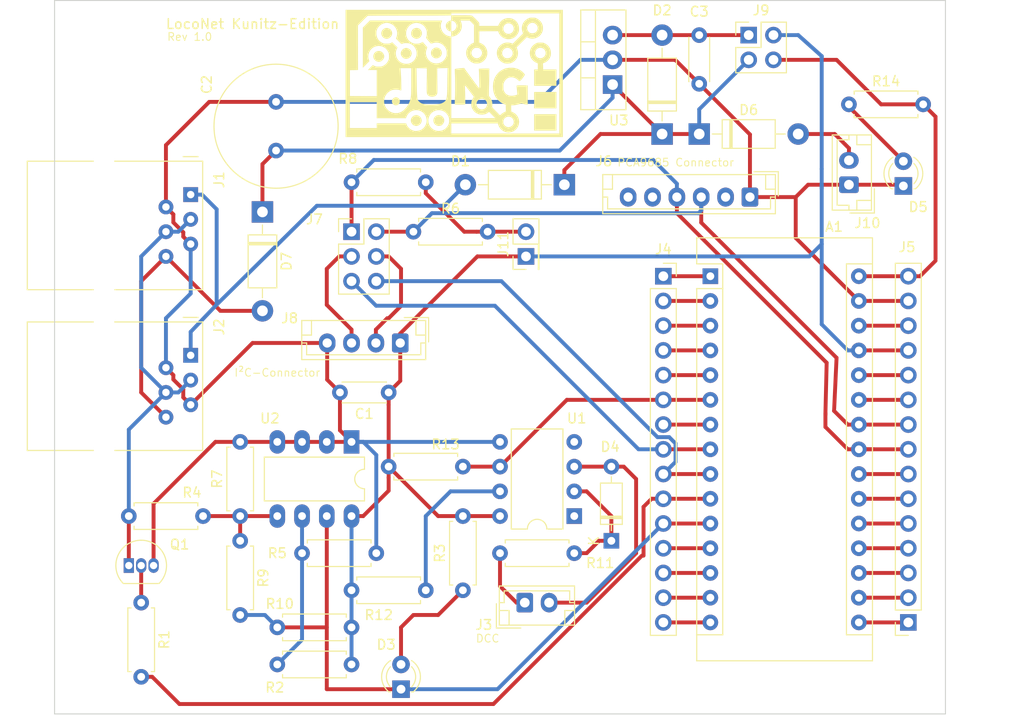
<source format=kicad_pcb>
(kicad_pcb (version 20171130) (host pcbnew "(5.1.5)-3")

  (general
    (thickness 1.6)
    (drawings 7)
    (tracks 264)
    (zones 0)
    (modules 46)
    (nets 53)
  )

  (page A4)
  (title_block
    (title DESIGN_TITLE)
    (rev VER_NO)
    (company "Sebastian Jung")
  )

  (layers
    (0 F.Cu signal)
    (31 B.Cu signal)
    (32 B.Adhes user)
    (33 F.Adhes user)
    (34 B.Paste user)
    (35 F.Paste user)
    (36 B.SilkS user)
    (37 F.SilkS user)
    (38 B.Mask user)
    (39 F.Mask user)
    (40 Dwgs.User user)
    (41 Cmts.User user)
    (42 Eco1.User user)
    (43 Eco2.User user)
    (44 Edge.Cuts user)
    (45 Margin user)
    (46 B.CrtYd user)
    (47 F.CrtYd user)
    (48 B.Fab user)
    (49 F.Fab user)
  )

  (setup
    (last_trace_width 0.4)
    (user_trace_width 0.2)
    (user_trace_width 0.3)
    (user_trace_width 0.4)
    (trace_clearance 0.2)
    (zone_clearance 0.508)
    (zone_45_only no)
    (trace_min 0.15)
    (via_size 0.5)
    (via_drill 0.25)
    (via_min_size 0.5)
    (via_min_drill 0.25)
    (user_via 0.6 0.3)
    (uvia_size 0.3)
    (uvia_drill 0.1)
    (uvias_allowed no)
    (uvia_min_size 0.2)
    (uvia_min_drill 0.1)
    (edge_width 0.1)
    (segment_width 0.2)
    (pcb_text_width 0.3)
    (pcb_text_size 1.5 1.5)
    (mod_edge_width 0.15)
    (mod_text_size 1 1)
    (mod_text_width 0.15)
    (pad_size 2.2 2.2)
    (pad_drill 2.2)
    (pad_to_mask_clearance 0)
    (aux_axis_origin 0 0)
    (visible_elements 7FFFFFFF)
    (pcbplotparams
      (layerselection 0x010fc_ffffffff)
      (usegerberextensions false)
      (usegerberattributes false)
      (usegerberadvancedattributes false)
      (creategerberjobfile false)
      (excludeedgelayer true)
      (linewidth 0.100000)
      (plotframeref false)
      (viasonmask false)
      (mode 1)
      (useauxorigin false)
      (hpglpennumber 1)
      (hpglpenspeed 20)
      (hpglpendiameter 15.000000)
      (psnegative false)
      (psa4output false)
      (plotreference true)
      (plotvalue true)
      (plotinvisibletext false)
      (padsonsilk false)
      (subtractmaskfromsilk false)
      (outputformat 1)
      (mirror false)
      (drillshape 1)
      (scaleselection 1)
      (outputdirectory ""))
  )

  (net 0 "")
  (net 1 16)
  (net 2 15)
  (net 3 30)
  (net 4 14)
  (net 5 29)
  (net 6 13)
  (net 7 28)
  (net 8 12)
  (net 9 27)
  (net 10 11)
  (net 11 26)
  (net 12 10)
  (net 13 25)
  (net 14 9)
  (net 15 24)
  (net 16 8)
  (net 17 23)
  (net 18 7)
  (net 19 22)
  (net 20 6)
  (net 21 21)
  (net 22 5)
  (net 23 20)
  (net 24 4)
  (net 25 19)
  (net 26 3)
  (net 27 18)
  (net 28 2)
  (net 29 17)
  (net 30 1)
  (net 31 "Net-(C3-Pad2)")
  (net 32 "Net-(D1-Pad2)")
  (net 33 "Net-(D3-Pad2)")
  (net 34 "Net-(D4-Pad2)")
  (net 35 "Net-(D4-Pad1)")
  (net 36 "Net-(D5-Pad2)")
  (net 37 "Net-(D6-Pad2)")
  (net 38 "Net-(D7-Pad2)")
  (net 39 LocoSignal)
  (net 40 "Net-(J3-Pad1)")
  (net 41 "Net-(J6-Pad6)")
  (net 42 5V)
  (net 43 "Net-(J6-Pad2)")
  (net 44 "Net-(J7-Pad4)")
  (net 45 "Net-(J7-Pad3)")
  (net 46 "Net-(J11-Pad2)")
  (net 47 "Net-(Q1-Pad2)")
  (net 48 "Net-(R2-Pad2)")
  (net 49 "Net-(R4-Pad2)")
  (net 50 "Net-(R12-Pad2)")
  (net 51 "Net-(U1-Pad1)")
  (net 52 Vdrive)

  (net_class Default "This is the default net class."
    (clearance 0.2)
    (trace_width 0.25)
    (via_dia 0.5)
    (via_drill 0.25)
    (uvia_dia 0.3)
    (uvia_drill 0.1)
    (add_net 1)
    (add_net 10)
    (add_net 11)
    (add_net 12)
    (add_net 13)
    (add_net 14)
    (add_net 15)
    (add_net 16)
    (add_net 17)
    (add_net 18)
    (add_net 19)
    (add_net 2)
    (add_net 20)
    (add_net 21)
    (add_net 22)
    (add_net 23)
    (add_net 24)
    (add_net 25)
    (add_net 26)
    (add_net 27)
    (add_net 28)
    (add_net 29)
    (add_net 3)
    (add_net 30)
    (add_net 4)
    (add_net 5)
    (add_net 5V)
    (add_net 6)
    (add_net 7)
    (add_net 8)
    (add_net 9)
    (add_net LocoSignal)
    (add_net "Net-(C3-Pad2)")
    (add_net "Net-(D1-Pad2)")
    (add_net "Net-(D3-Pad2)")
    (add_net "Net-(D4-Pad1)")
    (add_net "Net-(D4-Pad2)")
    (add_net "Net-(D5-Pad2)")
    (add_net "Net-(D6-Pad2)")
    (add_net "Net-(D7-Pad2)")
    (add_net "Net-(J11-Pad2)")
    (add_net "Net-(J3-Pad1)")
    (add_net "Net-(J6-Pad2)")
    (add_net "Net-(J6-Pad6)")
    (add_net "Net-(J7-Pad3)")
    (add_net "Net-(J7-Pad4)")
    (add_net "Net-(Q1-Pad2)")
    (add_net "Net-(R12-Pad2)")
    (add_net "Net-(R2-Pad2)")
    (add_net "Net-(R4-Pad2)")
    (add_net "Net-(U1-Pad1)")
    (add_net Vdrive)
  )

  (module MountingHole:MountingHole_2.2mm_M2 (layer F.Cu) (tedit 56D1B4CB) (tstamp 5F9BAF89)
    (at 285 48)
    (descr "Mounting Hole 2.2mm, no annular, M2")
    (tags "mounting hole 2.2mm no annular m2")
    (attr virtual)
    (fp_text reference REF** (at 0 -3.2) (layer F.Fab)
      (effects (font (size 1 1) (thickness 0.15)))
    )
    (fp_text value MountingHole_2.2mm_M2 (at 0 3.2) (layer F.Fab)
      (effects (font (size 1 1) (thickness 0.15)))
    )
    (fp_text user %R (at 0.3 0) (layer F.Fab)
      (effects (font (size 1 1) (thickness 0.15)))
    )
    (fp_circle (center 0 0) (end 2.2 0) (layer Cmts.User) (width 0.15))
    (fp_circle (center 0 0) (end 2.45 0) (layer F.CrtYd) (width 0.05))
    (pad 1 np_thru_hole circle (at 0 0) (size 2.2 2.2) (drill 2.2) (layers *.Cu *.Mask))
  )

  (module MountingHole:MountingHole_2.2mm_M2 (layer F.Cu) (tedit 56D1B4CB) (tstamp 5F9BAF7B)
    (at 285 113)
    (descr "Mounting Hole 2.2mm, no annular, M2")
    (tags "mounting hole 2.2mm no annular m2")
    (attr virtual)
    (fp_text reference REF** (at 0 -3.2) (layer F.Fab)
      (effects (font (size 1 1) (thickness 0.15)))
    )
    (fp_text value MountingHole_2.2mm_M2 (at 0 3.2) (layer F.Fab)
      (effects (font (size 1 1) (thickness 0.15)))
    )
    (fp_circle (center 0 0) (end 2.45 0) (layer F.CrtYd) (width 0.05))
    (fp_circle (center 0 0) (end 2.2 0) (layer Cmts.User) (width 0.15))
    (fp_text user %R (at 0.3 0) (layer F.Fab)
      (effects (font (size 1 1) (thickness 0.15)))
    )
    (pad 1 np_thru_hole circle (at 0 0) (size 2.2 2.2) (drill 2.2) (layers *.Cu *.Mask))
  )

  (module MountingHole:MountingHole_2.2mm_M2 (layer F.Cu) (tedit 56D1B4CB) (tstamp 5F9BAF6D)
    (at 202 48)
    (descr "Mounting Hole 2.2mm, no annular, M2")
    (tags "mounting hole 2.2mm no annular m2")
    (attr virtual)
    (fp_text reference REF** (at 0 -3.2) (layer F.Fab)
      (effects (font (size 1 1) (thickness 0.15)))
    )
    (fp_text value MountingHole_2.2mm_M2 (at 0 3.2) (layer F.Fab)
      (effects (font (size 1 1) (thickness 0.15)))
    )
    (fp_text user %R (at 0.127 0.127) (layer F.Fab)
      (effects (font (size 1 1) (thickness 0.15)))
    )
    (fp_circle (center 0 0) (end 2.2 0) (layer Cmts.User) (width 0.15))
    (fp_circle (center 0 0) (end 2.45 0) (layer F.CrtYd) (width 0.05))
    (pad 1 np_thru_hole circle (at 0 0) (size 2.2 2.2) (drill 2.2) (layers *.Cu *.Mask))
  )

  (module MountingHole:MountingHole_2.2mm_M2 (layer F.Cu) (tedit 56D1B4CB) (tstamp 5F9BAF2A)
    (at 202 113)
    (descr "Mounting Hole 2.2mm, no annular, M2")
    (tags "mounting hole 2.2mm no annular m2")
    (attr virtual)
    (fp_text reference REF** (at 0 -3.2) (layer F.Fab)
      (effects (font (size 1 1) (thickness 0.15)))
    )
    (fp_text value MountingHole_2.2mm_M2 (at 0 3.2) (layer F.Fab)
      (effects (font (size 1 1) (thickness 0.15)))
    )
    (fp_circle (center 0 0) (end 2.45 0) (layer F.CrtYd) (width 0.05))
    (fp_circle (center 0 0) (end 2.2 0) (layer Cmts.User) (width 0.15))
    (fp_text user %R (at 0.3 0) (layer F.Fab)
      (effects (font (size 1 1) (thickness 0.15)))
    )
    (pad 1 np_thru_hole circle (at 0 0) (size 2.2 2.2) (drill 2.2) (layers *.Cu *.Mask))
  )

  (module jung-connectors:RJ12_Amphenol_54601 (layer F.Cu) (tedit 5F9B1AE9) (tstamp 5F9BBC93)
    (at 212.09 80.01 270)
    (descr "RJ12 connector  https://cdn.amphenol-icc.com/media/wysiwyg/files/drawing/c-bmj-0082.pdf")
    (tags "RJ12 connector")
    (path /5EB886CF)
    (fp_text reference J2 (at -2.921 -2.921 270) (layer F.SilkS)
      (effects (font (size 1 1) (thickness 0.15)))
    )
    (fp_text value RJ12 (at 3.54 18.3 270) (layer F.Fab)
      (effects (font (size 1 1) (thickness 0.15)))
    )
    (fp_line (start -3.43 -0.48) (end -3.43 -1.23) (layer F.Fab) (width 0.1))
    (fp_line (start -2.93 0.02) (end -3.43 -0.48) (layer F.Fab) (width 0.1))
    (fp_line (start -3.43 0.52) (end -2.93 0.02) (layer F.Fab) (width 0.1))
    (fp_line (start -3.9 0.77) (end -3.9 -0.76) (layer F.SilkS) (width 0.12))
    (fp_line (start -3.43 7.79) (end -3.43 -1.23) (layer F.SilkS) (width 0.12))
    (fp_line (start -3.43 7.72) (end -3.43 7.79) (layer F.SilkS) (width 0.1))
    (fp_line (start -3.43 16.77) (end -3.43 9.99) (layer F.SilkS) (width 0.12))
    (fp_line (start 9.77 16.77) (end -3.43 16.77) (layer F.SilkS) (width 0.12))
    (fp_line (start 9.77 16.76) (end 9.77 16.77) (layer F.SilkS) (width 0.1))
    (fp_line (start 9.77 16.77) (end 9.77 9.99) (layer F.SilkS) (width 0.12))
    (fp_line (start 9.77 16.65) (end 9.77 16.77) (layer F.SilkS) (width 0.1))
    (fp_line (start 9.77 -1.23) (end 9.77 7.79) (layer F.SilkS) (width 0.12))
    (fp_line (start -3.43 -1.23) (end 9.77 -1.23) (layer F.SilkS) (width 0.12))
    (fp_line (start -4.04 17.27) (end -4.04 -1.73) (layer F.CrtYd) (width 0.05))
    (fp_line (start 10.38 17.27) (end -4.04 17.27) (layer F.CrtYd) (width 0.05))
    (fp_line (start 10.38 -1.73) (end 10.38 17.27) (layer F.CrtYd) (width 0.05))
    (fp_line (start -4.04 -1.73) (end 10.38 -1.73) (layer F.CrtYd) (width 0.05))
    (fp_line (start 9.77 16.77) (end -3.43 16.77) (layer F.Fab) (width 0.1))
    (fp_line (start 9.77 -1.23) (end 9.77 16.77) (layer F.Fab) (width 0.1))
    (fp_line (start -3.43 -1.23) (end 9.77 -1.23) (layer F.Fab) (width 0.1))
    (fp_line (start -3.43 16.77) (end -3.43 0.52) (layer F.Fab) (width 0.1))
    (fp_text user %R (at 3.16 7.76 270) (layer F.Fab)
      (effects (font (size 1 1) (thickness 0.15)))
    )
    (pad "" np_thru_hole circle (at 8.25 8.89 270) (size 3.25 3.25) (drill 3.25) (layers *.Cu *.Mask))
    (pad 6 thru_hole circle (at 6.35 2.54 270) (size 1.52 1.52) (drill 0.76) (layers *.Cu *.Mask)
      (net 38 "Net-(D7-Pad2)"))
    (pad 5 thru_hole circle (at 5.08 0 270) (size 1.52 1.52) (drill 0.76) (layers *.Cu *.Mask)
      (net 5 29))
    (pad 4 thru_hole circle (at 3.81 2.54 270) (size 1.52 1.52) (drill 0.76) (layers *.Cu *.Mask)
      (net 39 LocoSignal))
    (pad 3 thru_hole circle (at 2.54 0 270) (size 1.52 1.52) (drill 0.76) (layers *.Cu *.Mask)
      (net 39 LocoSignal))
    (pad 2 thru_hole circle (at 1.27 2.54 270) (size 1.52 1.52) (drill 0.76) (layers *.Cu *.Mask)
      (net 5 29))
    (pad "" np_thru_hole circle (at -1.91 8.89 270) (size 3.25 3.25) (drill 3.25) (layers *.Cu *.Mask))
    (pad 1 thru_hole rect (at 0 0 270) (size 1.52 1.52) (drill 0.76) (layers *.Cu *.Mask)
      (net 32 "Net-(D1-Pad2)"))
    (model ${KISYS3DMOD}/Connector_RJ.3dshapes/RJ12_Amphenol_54601.wrl
      (at (xyz 0 0 0))
      (scale (xyz 1 1 1))
      (rotate (xyz 0 0 0))
    )
    (model "${KIPRJMOD}/../../KiCad-Library/3d CAD/Connectors/RJ12.stp"
      (offset (xyz 3.25 -17 6))
      (scale (xyz 1 1 1))
      (rotate (xyz -90 0 0))
    )
  )

  (module jung-connectors:RJ12_Amphenol_54601 (layer F.Cu) (tedit 5F9B1AE9) (tstamp 5F9BBC71)
    (at 212.09 63.5 270)
    (descr "RJ12 connector  https://cdn.amphenol-icc.com/media/wysiwyg/files/drawing/c-bmj-0082.pdf")
    (tags "RJ12 connector")
    (path /5EB8804E)
    (fp_text reference J1 (at -1.524 -2.921 270) (layer F.SilkS)
      (effects (font (size 1 1) (thickness 0.15)))
    )
    (fp_text value RJ12 (at 3.54 18.3 270) (layer F.Fab)
      (effects (font (size 1 1) (thickness 0.15)))
    )
    (fp_line (start -3.43 -0.48) (end -3.43 -1.23) (layer F.Fab) (width 0.1))
    (fp_line (start -2.93 0.02) (end -3.43 -0.48) (layer F.Fab) (width 0.1))
    (fp_line (start -3.43 0.52) (end -2.93 0.02) (layer F.Fab) (width 0.1))
    (fp_line (start -3.9 0.77) (end -3.9 -0.76) (layer F.SilkS) (width 0.12))
    (fp_line (start -3.43 7.79) (end -3.43 -1.23) (layer F.SilkS) (width 0.12))
    (fp_line (start -3.43 7.72) (end -3.43 7.79) (layer F.SilkS) (width 0.1))
    (fp_line (start -3.43 16.77) (end -3.43 9.99) (layer F.SilkS) (width 0.12))
    (fp_line (start 9.77 16.77) (end -3.43 16.77) (layer F.SilkS) (width 0.12))
    (fp_line (start 9.77 16.76) (end 9.77 16.77) (layer F.SilkS) (width 0.1))
    (fp_line (start 9.77 16.77) (end 9.77 9.99) (layer F.SilkS) (width 0.12))
    (fp_line (start 9.77 16.65) (end 9.77 16.77) (layer F.SilkS) (width 0.1))
    (fp_line (start 9.77 -1.23) (end 9.77 7.79) (layer F.SilkS) (width 0.12))
    (fp_line (start -3.43 -1.23) (end 9.77 -1.23) (layer F.SilkS) (width 0.12))
    (fp_line (start -4.04 17.27) (end -4.04 -1.73) (layer F.CrtYd) (width 0.05))
    (fp_line (start 10.38 17.27) (end -4.04 17.27) (layer F.CrtYd) (width 0.05))
    (fp_line (start 10.38 -1.73) (end 10.38 17.27) (layer F.CrtYd) (width 0.05))
    (fp_line (start -4.04 -1.73) (end 10.38 -1.73) (layer F.CrtYd) (width 0.05))
    (fp_line (start 9.77 16.77) (end -3.43 16.77) (layer F.Fab) (width 0.1))
    (fp_line (start 9.77 -1.23) (end 9.77 16.77) (layer F.Fab) (width 0.1))
    (fp_line (start -3.43 -1.23) (end 9.77 -1.23) (layer F.Fab) (width 0.1))
    (fp_line (start -3.43 16.77) (end -3.43 0.52) (layer F.Fab) (width 0.1))
    (fp_text user %R (at 3.16 7.76 270) (layer F.Fab)
      (effects (font (size 1 1) (thickness 0.15)))
    )
    (pad "" np_thru_hole circle (at 8.25 8.89 270) (size 3.25 3.25) (drill 3.25) (layers *.Cu *.Mask))
    (pad 6 thru_hole circle (at 6.35 2.54 270) (size 1.52 1.52) (drill 0.76) (layers *.Cu *.Mask)
      (net 38 "Net-(D7-Pad2)"))
    (pad 5 thru_hole circle (at 5.08 0 270) (size 1.52 1.52) (drill 0.76) (layers *.Cu *.Mask)
      (net 5 29))
    (pad 4 thru_hole circle (at 3.81 2.54 270) (size 1.52 1.52) (drill 0.76) (layers *.Cu *.Mask)
      (net 39 LocoSignal))
    (pad 3 thru_hole circle (at 2.54 0 270) (size 1.52 1.52) (drill 0.76) (layers *.Cu *.Mask)
      (net 39 LocoSignal))
    (pad 2 thru_hole circle (at 1.27 2.54 270) (size 1.52 1.52) (drill 0.76) (layers *.Cu *.Mask)
      (net 5 29))
    (pad "" np_thru_hole circle (at -1.91 8.89 270) (size 3.25 3.25) (drill 3.25) (layers *.Cu *.Mask))
    (pad 1 thru_hole rect (at 0 0 270) (size 1.52 1.52) (drill 0.76) (layers *.Cu *.Mask)
      (net 32 "Net-(D1-Pad2)"))
    (model ${KISYS3DMOD}/Connector_RJ.3dshapes/RJ12_Amphenol_54601.wrl
      (at (xyz 0 0 0))
      (scale (xyz 1 1 1))
      (rotate (xyz 0 0 0))
    )
    (model "${KIPRJMOD}/../../KiCad-Library/3d CAD/Connectors/RJ12.stp"
      (offset (xyz 3.25 -17 6))
      (scale (xyz 1 1 1))
      (rotate (xyz -90 0 0))
    )
  )

  (module Module:Arduino_Nano (layer F.Cu) (tedit 5F9B18AF) (tstamp 5F9BB713)
    (at 265.43 71.882)
    (descr "Arduino Nano, http://www.mouser.com/pdfdocs/Gravitech_Arduino_Nano3_0.pdf")
    (tags "Arduino Nano")
    (path /5EBC9918)
    (fp_text reference A1 (at 12.7 -5.08) (layer F.SilkS)
      (effects (font (size 1 1) (thickness 0.15)))
    )
    (fp_text value Arduino_Nano_v3.x (at 8.89 19.05 90) (layer F.Fab)
      (effects (font (size 1 1) (thickness 0.15)))
    )
    (fp_line (start 16.75 42.16) (end -1.53 42.16) (layer F.CrtYd) (width 0.05))
    (fp_line (start 16.75 42.16) (end 16.75 -4.06) (layer F.CrtYd) (width 0.05))
    (fp_line (start -1.53 -4.06) (end -1.53 42.16) (layer F.CrtYd) (width 0.05))
    (fp_line (start -1.53 -4.06) (end 16.75 -4.06) (layer F.CrtYd) (width 0.05))
    (fp_line (start 16.51 -3.81) (end 16.51 39.37) (layer F.Fab) (width 0.1))
    (fp_line (start 0 -3.81) (end 16.51 -3.81) (layer F.Fab) (width 0.1))
    (fp_line (start -1.27 -2.54) (end 0 -3.81) (layer F.Fab) (width 0.1))
    (fp_line (start -1.27 39.37) (end -1.27 -2.54) (layer F.Fab) (width 0.1))
    (fp_line (start 16.51 39.37) (end -1.27 39.37) (layer F.Fab) (width 0.1))
    (fp_line (start 16.64 -3.94) (end -1.4 -3.94) (layer F.SilkS) (width 0.12))
    (fp_line (start 16.64 39.5) (end 16.64 -3.94) (layer F.SilkS) (width 0.12))
    (fp_line (start -1.4 39.5) (end 16.64 39.5) (layer F.SilkS) (width 0.12))
    (fp_line (start 3.81 41.91) (end 3.81 31.75) (layer F.Fab) (width 0.1))
    (fp_line (start 11.43 41.91) (end 3.81 41.91) (layer F.Fab) (width 0.1))
    (fp_line (start 11.43 31.75) (end 11.43 41.91) (layer F.Fab) (width 0.1))
    (fp_line (start 3.81 31.75) (end 11.43 31.75) (layer F.Fab) (width 0.1))
    (fp_line (start 1.27 36.83) (end -1.4 36.83) (layer F.SilkS) (width 0.12))
    (fp_line (start 1.27 1.27) (end 1.27 36.83) (layer F.SilkS) (width 0.12))
    (fp_line (start 1.27 1.27) (end -1.4 1.27) (layer F.SilkS) (width 0.12))
    (fp_line (start 13.97 36.83) (end 16.64 36.83) (layer F.SilkS) (width 0.12))
    (fp_line (start 13.97 -1.27) (end 13.97 36.83) (layer F.SilkS) (width 0.12))
    (fp_line (start 13.97 -1.27) (end 16.64 -1.27) (layer F.SilkS) (width 0.12))
    (fp_line (start -1.4 -3.94) (end -1.4 -1.27) (layer F.SilkS) (width 0.12))
    (fp_line (start -1.4 1.27) (end -1.4 39.5) (layer F.SilkS) (width 0.12))
    (fp_line (start 1.27 -1.27) (end -1.4 -1.27) (layer F.SilkS) (width 0.12))
    (fp_line (start 1.27 1.27) (end 1.27 -1.27) (layer F.SilkS) (width 0.12))
    (fp_text user %R (at 6.35 19.05 90) (layer F.Fab)
      (effects (font (size 1 1) (thickness 0.15)))
    )
    (pad 16 thru_hole oval (at 15.24 35.56) (size 1.6 1.6) (drill 0.8) (layers *.Cu *.Mask)
      (net 1 16))
    (pad 15 thru_hole oval (at 0 35.56) (size 1.6 1.6) (drill 0.8) (layers *.Cu *.Mask)
      (net 2 15))
    (pad 30 thru_hole oval (at 15.24 0) (size 1.6 1.6) (drill 0.8) (layers *.Cu *.Mask)
      (net 3 30))
    (pad 14 thru_hole oval (at 0 33.02) (size 1.6 1.6) (drill 0.8) (layers *.Cu *.Mask)
      (net 4 14))
    (pad 29 thru_hole oval (at 15.24 2.54) (size 1.6 1.6) (drill 0.8) (layers *.Cu *.Mask)
      (net 5 29))
    (pad 13 thru_hole oval (at 0 30.48) (size 1.6 1.6) (drill 0.8) (layers *.Cu *.Mask)
      (net 6 13))
    (pad 28 thru_hole oval (at 15.24 5.08) (size 1.6 1.6) (drill 0.8) (layers *.Cu *.Mask)
      (net 7 28))
    (pad 12 thru_hole oval (at 0 27.94) (size 1.6 1.6) (drill 0.8) (layers *.Cu *.Mask)
      (net 8 12))
    (pad 27 thru_hole oval (at 15.24 7.62) (size 1.6 1.6) (drill 0.8) (layers *.Cu *.Mask)
      (net 9 27))
    (pad 11 thru_hole oval (at 0 25.4) (size 1.6 1.6) (drill 0.8) (layers *.Cu *.Mask)
      (net 10 11))
    (pad 26 thru_hole oval (at 15.24 10.16) (size 1.6 1.6) (drill 0.8) (layers *.Cu *.Mask)
      (net 11 26))
    (pad 10 thru_hole oval (at 0 22.86) (size 1.6 1.6) (drill 0.8) (layers *.Cu *.Mask)
      (net 12 10))
    (pad 25 thru_hole oval (at 15.24 12.7) (size 1.6 1.6) (drill 0.8) (layers *.Cu *.Mask)
      (net 13 25))
    (pad 9 thru_hole oval (at 0 20.32) (size 1.6 1.6) (drill 0.8) (layers *.Cu *.Mask)
      (net 14 9))
    (pad 24 thru_hole oval (at 15.24 15.24) (size 1.6 1.6) (drill 0.8) (layers *.Cu *.Mask)
      (net 15 24))
    (pad 8 thru_hole oval (at 0 17.78) (size 1.6 1.6) (drill 0.8) (layers *.Cu *.Mask)
      (net 16 8))
    (pad 23 thru_hole oval (at 15.24 17.78) (size 1.6 1.6) (drill 0.8) (layers *.Cu *.Mask)
      (net 17 23))
    (pad 7 thru_hole oval (at 0 15.24) (size 1.6 1.6) (drill 0.8) (layers *.Cu *.Mask)
      (net 18 7))
    (pad 22 thru_hole oval (at 15.24 20.32) (size 1.6 1.6) (drill 0.8) (layers *.Cu *.Mask)
      (net 19 22))
    (pad 6 thru_hole oval (at 0 12.7) (size 1.6 1.6) (drill 0.8) (layers *.Cu *.Mask)
      (net 20 6))
    (pad 21 thru_hole oval (at 15.24 22.86) (size 1.6 1.6) (drill 0.8) (layers *.Cu *.Mask)
      (net 21 21))
    (pad 5 thru_hole oval (at 0 10.16) (size 1.6 1.6) (drill 0.8) (layers *.Cu *.Mask)
      (net 22 5))
    (pad 20 thru_hole oval (at 15.24 25.4) (size 1.6 1.6) (drill 0.8) (layers *.Cu *.Mask)
      (net 23 20))
    (pad 4 thru_hole oval (at 0 7.62) (size 1.6 1.6) (drill 0.8) (layers *.Cu *.Mask)
      (net 24 4))
    (pad 19 thru_hole oval (at 15.24 27.94) (size 1.6 1.6) (drill 0.8) (layers *.Cu *.Mask)
      (net 25 19))
    (pad 3 thru_hole oval (at 0 5.08) (size 1.6 1.6) (drill 0.8) (layers *.Cu *.Mask)
      (net 26 3))
    (pad 18 thru_hole oval (at 15.24 30.48) (size 1.6 1.6) (drill 0.8) (layers *.Cu *.Mask)
      (net 27 18))
    (pad 2 thru_hole oval (at 0 2.54) (size 1.6 1.6) (drill 0.8) (layers *.Cu *.Mask)
      (net 28 2))
    (pad 17 thru_hole oval (at 15.24 33.02) (size 1.6 1.6) (drill 0.8) (layers *.Cu *.Mask)
      (net 29 17))
    (pad 1 thru_hole rect (at 0 0) (size 1.6 1.6) (drill 0.8) (layers *.Cu *.Mask)
      (net 30 1))
    (model "${KIPRJMOD}/../../KiCad-Library/3d CAD/IC/Arduino Nano_socket_simplified.step"
      (at (xyz 0 0 0))
      (scale (xyz 1 1 1))
      (rotate (xyz 0 0 -90))
    )
  )

  (module LED_THT:LED_D3.0mm (layer F.Cu) (tedit 587A3A7B) (tstamp 5F9AC50F)
    (at 285.242 62.611 90)
    (descr "LED, diameter 3.0mm, 2 pins")
    (tags "LED diameter 3.0mm 2 pins")
    (path /5EE5067F)
    (fp_text reference D5 (at -2.159 1.524 180) (layer F.SilkS)
      (effects (font (size 1 1) (thickness 0.15)))
    )
    (fp_text value Power-LED (at 1.27 2.96 90) (layer F.Fab)
      (effects (font (size 1 1) (thickness 0.15)))
    )
    (fp_line (start 3.7 -2.25) (end -1.15 -2.25) (layer F.CrtYd) (width 0.05))
    (fp_line (start 3.7 2.25) (end 3.7 -2.25) (layer F.CrtYd) (width 0.05))
    (fp_line (start -1.15 2.25) (end 3.7 2.25) (layer F.CrtYd) (width 0.05))
    (fp_line (start -1.15 -2.25) (end -1.15 2.25) (layer F.CrtYd) (width 0.05))
    (fp_line (start -0.29 1.08) (end -0.29 1.236) (layer F.SilkS) (width 0.12))
    (fp_line (start -0.29 -1.236) (end -0.29 -1.08) (layer F.SilkS) (width 0.12))
    (fp_line (start -0.23 -1.16619) (end -0.23 1.16619) (layer F.Fab) (width 0.1))
    (fp_circle (center 1.27 0) (end 2.77 0) (layer F.Fab) (width 0.1))
    (fp_arc (start 1.27 0) (end 0.229039 1.08) (angle -87.9) (layer F.SilkS) (width 0.12))
    (fp_arc (start 1.27 0) (end 0.229039 -1.08) (angle 87.9) (layer F.SilkS) (width 0.12))
    (fp_arc (start 1.27 0) (end -0.29 1.235516) (angle -108.8) (layer F.SilkS) (width 0.12))
    (fp_arc (start 1.27 0) (end -0.29 -1.235516) (angle 108.8) (layer F.SilkS) (width 0.12))
    (fp_arc (start 1.27 0) (end -0.23 -1.16619) (angle 284.3) (layer F.Fab) (width 0.1))
    (pad 2 thru_hole circle (at 2.54 0 90) (size 1.8 1.8) (drill 0.9) (layers *.Cu *.Mask)
      (net 36 "Net-(D5-Pad2)"))
    (pad 1 thru_hole rect (at 0 0 90) (size 1.8 1.8) (drill 0.9) (layers *.Cu *.Mask)
      (net 5 29))
    (model ${KISYS3DMOD}/LED_THT.3dshapes/LED_D3.0mm.wrl
      (at (xyz 0 0 0))
      (scale (xyz 1 1 1))
      (rotate (xyz 0 0 0))
    )
  )

  (module Package_TO_SOT_THT:TO-220-3_Vertical (layer F.Cu) (tedit 5AC8BA0D) (tstamp 5F9AC851)
    (at 255.397 52.197 90)
    (descr "TO-220-3, Vertical, RM 2.54mm, see https://www.vishay.com/docs/66542/to-220-1.pdf")
    (tags "TO-220-3 Vertical RM 2.54mm")
    (path /5ED43C73)
    (fp_text reference U3 (at -3.683 0.635 180) (layer F.SilkS)
      (effects (font (size 1 1) (thickness 0.15)))
    )
    (fp_text value L7805 (at 2.54 2.5 90) (layer F.Fab)
      (effects (font (size 1 1) (thickness 0.15)))
    )
    (fp_text user %R (at 2.54 -4.27 90) (layer F.Fab)
      (effects (font (size 1 1) (thickness 0.15)))
    )
    (fp_line (start 7.79 -3.4) (end -2.71 -3.4) (layer F.CrtYd) (width 0.05))
    (fp_line (start 7.79 1.51) (end 7.79 -3.4) (layer F.CrtYd) (width 0.05))
    (fp_line (start -2.71 1.51) (end 7.79 1.51) (layer F.CrtYd) (width 0.05))
    (fp_line (start -2.71 -3.4) (end -2.71 1.51) (layer F.CrtYd) (width 0.05))
    (fp_line (start 4.391 -3.27) (end 4.391 -1.76) (layer F.SilkS) (width 0.12))
    (fp_line (start 0.69 -3.27) (end 0.69 -1.76) (layer F.SilkS) (width 0.12))
    (fp_line (start -2.58 -1.76) (end 7.66 -1.76) (layer F.SilkS) (width 0.12))
    (fp_line (start 7.66 -3.27) (end 7.66 1.371) (layer F.SilkS) (width 0.12))
    (fp_line (start -2.58 -3.27) (end -2.58 1.371) (layer F.SilkS) (width 0.12))
    (fp_line (start -2.58 1.371) (end 7.66 1.371) (layer F.SilkS) (width 0.12))
    (fp_line (start -2.58 -3.27) (end 7.66 -3.27) (layer F.SilkS) (width 0.12))
    (fp_line (start 4.39 -3.15) (end 4.39 -1.88) (layer F.Fab) (width 0.1))
    (fp_line (start 0.69 -3.15) (end 0.69 -1.88) (layer F.Fab) (width 0.1))
    (fp_line (start -2.46 -1.88) (end 7.54 -1.88) (layer F.Fab) (width 0.1))
    (fp_line (start 7.54 -3.15) (end -2.46 -3.15) (layer F.Fab) (width 0.1))
    (fp_line (start 7.54 1.25) (end 7.54 -3.15) (layer F.Fab) (width 0.1))
    (fp_line (start -2.46 1.25) (end 7.54 1.25) (layer F.Fab) (width 0.1))
    (fp_line (start -2.46 -3.15) (end -2.46 1.25) (layer F.Fab) (width 0.1))
    (pad 3 thru_hole oval (at 5.08 0 90) (size 1.905 2) (drill 1.1) (layers *.Cu *.Mask)
      (net 31 "Net-(C3-Pad2)"))
    (pad 2 thru_hole oval (at 2.54 0 90) (size 1.905 2) (drill 1.1) (layers *.Cu *.Mask)
      (net 5 29))
    (pad 1 thru_hole rect (at 0 0 90) (size 1.905 2) (drill 1.1) (layers *.Cu *.Mask)
      (net 52 Vdrive))
    (model ${KISYS3DMOD}/Package_TO_SOT_THT.3dshapes/TO-220-3_Vertical.wrl
      (at (xyz 0 0 0))
      (scale (xyz 1 1 1))
      (rotate (xyz 0 0 0))
    )
  )

  (module Package_DIP:DIP-8_W7.62mm_LongPads (layer F.Cu) (tedit 5A02E8C5) (tstamp 5F9AC837)
    (at 228.6 88.9 270)
    (descr "8-lead though-hole mounted DIP package, row spacing 7.62 mm (300 mils), LongPads")
    (tags "THT DIP DIL PDIP 2.54mm 7.62mm 300mil LongPads")
    (path /5EBB1CAB)
    (fp_text reference U2 (at -2.413 8.382 180) (layer F.SilkS)
      (effects (font (size 1 1) (thickness 0.15)))
    )
    (fp_text value LM393 (at 3.81 9.95 90) (layer F.Fab)
      (effects (font (size 1 1) (thickness 0.15)))
    )
    (fp_text user %R (at 3.81 3.81 90) (layer F.Fab)
      (effects (font (size 1 1) (thickness 0.15)))
    )
    (fp_line (start 9.1 -1.55) (end -1.45 -1.55) (layer F.CrtYd) (width 0.05))
    (fp_line (start 9.1 9.15) (end 9.1 -1.55) (layer F.CrtYd) (width 0.05))
    (fp_line (start -1.45 9.15) (end 9.1 9.15) (layer F.CrtYd) (width 0.05))
    (fp_line (start -1.45 -1.55) (end -1.45 9.15) (layer F.CrtYd) (width 0.05))
    (fp_line (start 6.06 -1.33) (end 4.81 -1.33) (layer F.SilkS) (width 0.12))
    (fp_line (start 6.06 8.95) (end 6.06 -1.33) (layer F.SilkS) (width 0.12))
    (fp_line (start 1.56 8.95) (end 6.06 8.95) (layer F.SilkS) (width 0.12))
    (fp_line (start 1.56 -1.33) (end 1.56 8.95) (layer F.SilkS) (width 0.12))
    (fp_line (start 2.81 -1.33) (end 1.56 -1.33) (layer F.SilkS) (width 0.12))
    (fp_line (start 0.635 -0.27) (end 1.635 -1.27) (layer F.Fab) (width 0.1))
    (fp_line (start 0.635 8.89) (end 0.635 -0.27) (layer F.Fab) (width 0.1))
    (fp_line (start 6.985 8.89) (end 0.635 8.89) (layer F.Fab) (width 0.1))
    (fp_line (start 6.985 -1.27) (end 6.985 8.89) (layer F.Fab) (width 0.1))
    (fp_line (start 1.635 -1.27) (end 6.985 -1.27) (layer F.Fab) (width 0.1))
    (fp_arc (start 3.81 -1.33) (end 2.81 -1.33) (angle -180) (layer F.SilkS) (width 0.12))
    (pad 8 thru_hole oval (at 7.62 0 270) (size 2.4 1.6) (drill 0.8) (layers *.Cu *.Mask)
      (net 9 27))
    (pad 4 thru_hole oval (at 0 7.62 270) (size 2.4 1.6) (drill 0.8) (layers *.Cu *.Mask)
      (net 5 29))
    (pad 7 thru_hole oval (at 7.62 2.54 270) (size 2.4 1.6) (drill 0.8) (layers *.Cu *.Mask)
      (net 10 11))
    (pad 3 thru_hole oval (at 0 5.08 270) (size 2.4 1.6) (drill 0.8) (layers *.Cu *.Mask)
      (net 5 29))
    (pad 6 thru_hole oval (at 7.62 5.08 270) (size 2.4 1.6) (drill 0.8) (layers *.Cu *.Mask)
      (net 48 "Net-(R2-Pad2)"))
    (pad 2 thru_hole oval (at 0 2.54 270) (size 2.4 1.6) (drill 0.8) (layers *.Cu *.Mask)
      (net 5 29))
    (pad 5 thru_hole oval (at 7.62 7.62 270) (size 2.4 1.6) (drill 0.8) (layers *.Cu *.Mask)
      (net 49 "Net-(R4-Pad2)"))
    (pad 1 thru_hole rect (at 0 0 270) (size 2.4 1.6) (drill 0.8) (layers *.Cu *.Mask)
      (net 5 29))
    (model ${KISYS3DMOD}/Package_DIP.3dshapes/DIP-8_W7.62mm.wrl
      (at (xyz 0 0 0))
      (scale (xyz 1 1 1))
      (rotate (xyz 0 0 0))
    )
  )

  (module Package_DIP:DIP-8_W7.62mm (layer F.Cu) (tedit 5A02E8C5) (tstamp 5F9AC81B)
    (at 251.46 96.52 180)
    (descr "8-lead though-hole mounted DIP package, row spacing 7.62 mm (300 mils)")
    (tags "THT DIP DIL PDIP 2.54mm 7.62mm 300mil")
    (path /5EE981C8)
    (fp_text reference U1 (at -0.254 10.033) (layer F.SilkS)
      (effects (font (size 1 1) (thickness 0.15)))
    )
    (fp_text value 6N137 (at 3.81 9.95) (layer F.Fab)
      (effects (font (size 1 1) (thickness 0.15)))
    )
    (fp_text user %R (at 3.81 3.81) (layer F.Fab)
      (effects (font (size 1 1) (thickness 0.15)))
    )
    (fp_line (start 8.7 -1.55) (end -1.1 -1.55) (layer F.CrtYd) (width 0.05))
    (fp_line (start 8.7 9.15) (end 8.7 -1.55) (layer F.CrtYd) (width 0.05))
    (fp_line (start -1.1 9.15) (end 8.7 9.15) (layer F.CrtYd) (width 0.05))
    (fp_line (start -1.1 -1.55) (end -1.1 9.15) (layer F.CrtYd) (width 0.05))
    (fp_line (start 6.46 -1.33) (end 4.81 -1.33) (layer F.SilkS) (width 0.12))
    (fp_line (start 6.46 8.95) (end 6.46 -1.33) (layer F.SilkS) (width 0.12))
    (fp_line (start 1.16 8.95) (end 6.46 8.95) (layer F.SilkS) (width 0.12))
    (fp_line (start 1.16 -1.33) (end 1.16 8.95) (layer F.SilkS) (width 0.12))
    (fp_line (start 2.81 -1.33) (end 1.16 -1.33) (layer F.SilkS) (width 0.12))
    (fp_line (start 0.635 -0.27) (end 1.635 -1.27) (layer F.Fab) (width 0.1))
    (fp_line (start 0.635 8.89) (end 0.635 -0.27) (layer F.Fab) (width 0.1))
    (fp_line (start 6.985 8.89) (end 0.635 8.89) (layer F.Fab) (width 0.1))
    (fp_line (start 6.985 -1.27) (end 6.985 8.89) (layer F.Fab) (width 0.1))
    (fp_line (start 1.635 -1.27) (end 6.985 -1.27) (layer F.Fab) (width 0.1))
    (fp_arc (start 3.81 -1.33) (end 2.81 -1.33) (angle -180) (layer F.SilkS) (width 0.12))
    (pad 8 thru_hole oval (at 7.62 0 180) (size 1.6 1.6) (drill 0.8) (layers *.Cu *.Mask)
      (net 9 27))
    (pad 4 thru_hole oval (at 0 7.62 180) (size 1.6 1.6) (drill 0.8) (layers *.Cu *.Mask))
    (pad 7 thru_hole oval (at 7.62 2.54 180) (size 1.6 1.6) (drill 0.8) (layers *.Cu *.Mask)
      (net 50 "Net-(R12-Pad2)"))
    (pad 3 thru_hole oval (at 0 5.08 180) (size 1.6 1.6) (drill 0.8) (layers *.Cu *.Mask)
      (net 34 "Net-(D4-Pad2)"))
    (pad 6 thru_hole oval (at 7.62 5.08 180) (size 1.6 1.6) (drill 0.8) (layers *.Cu *.Mask)
      (net 22 5))
    (pad 2 thru_hole oval (at 0 2.54 180) (size 1.6 1.6) (drill 0.8) (layers *.Cu *.Mask)
      (net 35 "Net-(D4-Pad1)"))
    (pad 5 thru_hole oval (at 7.62 7.62 180) (size 1.6 1.6) (drill 0.8) (layers *.Cu *.Mask)
      (net 5 29))
    (pad 1 thru_hole rect (at 0 0 180) (size 1.6 1.6) (drill 0.8) (layers *.Cu *.Mask)
      (net 51 "Net-(U1-Pad1)"))
    (model ${KISYS3DMOD}/Package_DIP.3dshapes/DIP-8_W7.62mm.wrl
      (at (xyz 0 0 0))
      (scale (xyz 1 1 1))
      (rotate (xyz 0 0 0))
    )
  )

  (module Resistor_THT:R_Axial_DIN0207_L6.3mm_D2.5mm_P7.62mm_Horizontal (layer F.Cu) (tedit 5AE5139B) (tstamp 5F9AC7FF)
    (at 279.654 54.229)
    (descr "Resistor, Axial_DIN0207 series, Axial, Horizontal, pin pitch=7.62mm, 0.25W = 1/4W, length*diameter=6.3*2.5mm^2, http://cdn-reichelt.de/documents/datenblatt/B400/1_4W%23YAG.pdf")
    (tags "Resistor Axial_DIN0207 series Axial Horizontal pin pitch 7.62mm 0.25W = 1/4W length 6.3mm diameter 2.5mm")
    (path /5EE51248)
    (fp_text reference R14 (at 3.81 -2.37) (layer F.SilkS)
      (effects (font (size 1 1) (thickness 0.15)))
    )
    (fp_text value 2k2 (at 3.81 2.37) (layer F.Fab)
      (effects (font (size 1 1) (thickness 0.15)))
    )
    (fp_text user %R (at 3.81 0) (layer F.Fab)
      (effects (font (size 1 1) (thickness 0.15)))
    )
    (fp_line (start 8.67 -1.5) (end -1.05 -1.5) (layer F.CrtYd) (width 0.05))
    (fp_line (start 8.67 1.5) (end 8.67 -1.5) (layer F.CrtYd) (width 0.05))
    (fp_line (start -1.05 1.5) (end 8.67 1.5) (layer F.CrtYd) (width 0.05))
    (fp_line (start -1.05 -1.5) (end -1.05 1.5) (layer F.CrtYd) (width 0.05))
    (fp_line (start 7.08 1.37) (end 7.08 1.04) (layer F.SilkS) (width 0.12))
    (fp_line (start 0.54 1.37) (end 7.08 1.37) (layer F.SilkS) (width 0.12))
    (fp_line (start 0.54 1.04) (end 0.54 1.37) (layer F.SilkS) (width 0.12))
    (fp_line (start 7.08 -1.37) (end 7.08 -1.04) (layer F.SilkS) (width 0.12))
    (fp_line (start 0.54 -1.37) (end 7.08 -1.37) (layer F.SilkS) (width 0.12))
    (fp_line (start 0.54 -1.04) (end 0.54 -1.37) (layer F.SilkS) (width 0.12))
    (fp_line (start 7.62 0) (end 6.96 0) (layer F.Fab) (width 0.1))
    (fp_line (start 0 0) (end 0.66 0) (layer F.Fab) (width 0.1))
    (fp_line (start 6.96 -1.25) (end 0.66 -1.25) (layer F.Fab) (width 0.1))
    (fp_line (start 6.96 1.25) (end 6.96 -1.25) (layer F.Fab) (width 0.1))
    (fp_line (start 0.66 1.25) (end 6.96 1.25) (layer F.Fab) (width 0.1))
    (fp_line (start 0.66 -1.25) (end 0.66 1.25) (layer F.Fab) (width 0.1))
    (pad 2 thru_hole oval (at 7.62 0) (size 1.6 1.6) (drill 0.8) (layers *.Cu *.Mask)
      (net 3 30))
    (pad 1 thru_hole circle (at 0 0) (size 1.6 1.6) (drill 0.8) (layers *.Cu *.Mask)
      (net 36 "Net-(D5-Pad2)"))
    (model ${KISYS3DMOD}/Resistor_THT.3dshapes/R_Axial_DIN0207_L6.3mm_D2.5mm_P7.62mm_Horizontal.wrl
      (at (xyz 0 0 0))
      (scale (xyz 1 1 1))
      (rotate (xyz 0 0 0))
    )
  )

  (module Resistor_THT:R_Axial_DIN0207_L6.3mm_D2.5mm_P7.62mm_Horizontal (layer F.Cu) (tedit 5AE5139B) (tstamp 5F9AC7E8)
    (at 232.41 91.44)
    (descr "Resistor, Axial_DIN0207 series, Axial, Horizontal, pin pitch=7.62mm, 0.25W = 1/4W, length*diameter=6.3*2.5mm^2, http://cdn-reichelt.de/documents/datenblatt/B400/1_4W%23YAG.pdf")
    (tags "Resistor Axial_DIN0207 series Axial Horizontal pin pitch 7.62mm 0.25W = 1/4W length 6.3mm diameter 2.5mm")
    (path /5EE9A09F)
    (fp_text reference R13 (at 5.842 -2.286) (layer F.SilkS)
      (effects (font (size 1 1) (thickness 0.15)))
    )
    (fp_text value 10k (at 3.81 2.37) (layer F.Fab)
      (effects (font (size 1 1) (thickness 0.15)))
    )
    (fp_text user %R (at 3.81 0) (layer F.Fab)
      (effects (font (size 1 1) (thickness 0.15)))
    )
    (fp_line (start 8.67 -1.5) (end -1.05 -1.5) (layer F.CrtYd) (width 0.05))
    (fp_line (start 8.67 1.5) (end 8.67 -1.5) (layer F.CrtYd) (width 0.05))
    (fp_line (start -1.05 1.5) (end 8.67 1.5) (layer F.CrtYd) (width 0.05))
    (fp_line (start -1.05 -1.5) (end -1.05 1.5) (layer F.CrtYd) (width 0.05))
    (fp_line (start 7.08 1.37) (end 7.08 1.04) (layer F.SilkS) (width 0.12))
    (fp_line (start 0.54 1.37) (end 7.08 1.37) (layer F.SilkS) (width 0.12))
    (fp_line (start 0.54 1.04) (end 0.54 1.37) (layer F.SilkS) (width 0.12))
    (fp_line (start 7.08 -1.37) (end 7.08 -1.04) (layer F.SilkS) (width 0.12))
    (fp_line (start 0.54 -1.37) (end 7.08 -1.37) (layer F.SilkS) (width 0.12))
    (fp_line (start 0.54 -1.04) (end 0.54 -1.37) (layer F.SilkS) (width 0.12))
    (fp_line (start 7.62 0) (end 6.96 0) (layer F.Fab) (width 0.1))
    (fp_line (start 0 0) (end 0.66 0) (layer F.Fab) (width 0.1))
    (fp_line (start 6.96 -1.25) (end 0.66 -1.25) (layer F.Fab) (width 0.1))
    (fp_line (start 6.96 1.25) (end 6.96 -1.25) (layer F.Fab) (width 0.1))
    (fp_line (start 0.66 1.25) (end 6.96 1.25) (layer F.Fab) (width 0.1))
    (fp_line (start 0.66 -1.25) (end 0.66 1.25) (layer F.Fab) (width 0.1))
    (pad 2 thru_hole oval (at 7.62 0) (size 1.6 1.6) (drill 0.8) (layers *.Cu *.Mask)
      (net 22 5))
    (pad 1 thru_hole circle (at 0 0) (size 1.6 1.6) (drill 0.8) (layers *.Cu *.Mask)
      (net 9 27))
    (model ${KISYS3DMOD}/Resistor_THT.3dshapes/R_Axial_DIN0207_L6.3mm_D2.5mm_P7.62mm_Horizontal.wrl
      (at (xyz 0 0 0))
      (scale (xyz 1 1 1))
      (rotate (xyz 0 0 0))
    )
  )

  (module Resistor_THT:R_Axial_DIN0207_L6.3mm_D2.5mm_P7.62mm_Horizontal (layer F.Cu) (tedit 5AE5139B) (tstamp 5F9AF27C)
    (at 228.6 104.14)
    (descr "Resistor, Axial_DIN0207 series, Axial, Horizontal, pin pitch=7.62mm, 0.25W = 1/4W, length*diameter=6.3*2.5mm^2, http://cdn-reichelt.de/documents/datenblatt/B400/1_4W%23YAG.pdf")
    (tags "Resistor Axial_DIN0207 series Axial Horizontal pin pitch 7.62mm 0.25W = 1/4W length 6.3mm diameter 2.5mm")
    (path /5EE99D4C)
    (fp_text reference R12 (at 2.794 2.54) (layer F.SilkS)
      (effects (font (size 1 1) (thickness 0.15)))
    )
    (fp_text value 10k (at 3.81 2.37) (layer F.Fab)
      (effects (font (size 1 1) (thickness 0.15)))
    )
    (fp_text user %R (at 3.81 0) (layer F.Fab)
      (effects (font (size 1 1) (thickness 0.15)))
    )
    (fp_line (start 8.67 -1.5) (end -1.05 -1.5) (layer F.CrtYd) (width 0.05))
    (fp_line (start 8.67 1.5) (end 8.67 -1.5) (layer F.CrtYd) (width 0.05))
    (fp_line (start -1.05 1.5) (end 8.67 1.5) (layer F.CrtYd) (width 0.05))
    (fp_line (start -1.05 -1.5) (end -1.05 1.5) (layer F.CrtYd) (width 0.05))
    (fp_line (start 7.08 1.37) (end 7.08 1.04) (layer F.SilkS) (width 0.12))
    (fp_line (start 0.54 1.37) (end 7.08 1.37) (layer F.SilkS) (width 0.12))
    (fp_line (start 0.54 1.04) (end 0.54 1.37) (layer F.SilkS) (width 0.12))
    (fp_line (start 7.08 -1.37) (end 7.08 -1.04) (layer F.SilkS) (width 0.12))
    (fp_line (start 0.54 -1.37) (end 7.08 -1.37) (layer F.SilkS) (width 0.12))
    (fp_line (start 0.54 -1.04) (end 0.54 -1.37) (layer F.SilkS) (width 0.12))
    (fp_line (start 7.62 0) (end 6.96 0) (layer F.Fab) (width 0.1))
    (fp_line (start 0 0) (end 0.66 0) (layer F.Fab) (width 0.1))
    (fp_line (start 6.96 -1.25) (end 0.66 -1.25) (layer F.Fab) (width 0.1))
    (fp_line (start 6.96 1.25) (end 6.96 -1.25) (layer F.Fab) (width 0.1))
    (fp_line (start 0.66 1.25) (end 6.96 1.25) (layer F.Fab) (width 0.1))
    (fp_line (start 0.66 -1.25) (end 0.66 1.25) (layer F.Fab) (width 0.1))
    (pad 2 thru_hole oval (at 7.62 0) (size 1.6 1.6) (drill 0.8) (layers *.Cu *.Mask)
      (net 50 "Net-(R12-Pad2)"))
    (pad 1 thru_hole circle (at 0 0) (size 1.6 1.6) (drill 0.8) (layers *.Cu *.Mask)
      (net 9 27))
    (model ${KISYS3DMOD}/Resistor_THT.3dshapes/R_Axial_DIN0207_L6.3mm_D2.5mm_P7.62mm_Horizontal.wrl
      (at (xyz 0 0 0))
      (scale (xyz 1 1 1))
      (rotate (xyz 0 0 0))
    )
  )

  (module Resistor_THT:R_Axial_DIN0207_L6.3mm_D2.5mm_P7.62mm_Horizontal (layer F.Cu) (tedit 5AE5139B) (tstamp 5F9AC7BA)
    (at 243.84 100.33)
    (descr "Resistor, Axial_DIN0207 series, Axial, Horizontal, pin pitch=7.62mm, 0.25W = 1/4W, length*diameter=6.3*2.5mm^2, http://cdn-reichelt.de/documents/datenblatt/B400/1_4W%23YAG.pdf")
    (tags "Resistor Axial_DIN0207 series Axial Horizontal pin pitch 7.62mm 0.25W = 1/4W length 6.3mm diameter 2.5mm")
    (path /5EE8C635)
    (fp_text reference R11 (at 10.287 1.016) (layer F.SilkS)
      (effects (font (size 1 1) (thickness 0.15)))
    )
    (fp_text value 10k (at 3.81 2.37) (layer F.Fab)
      (effects (font (size 1 1) (thickness 0.15)))
    )
    (fp_text user %R (at 3.81 0) (layer F.Fab)
      (effects (font (size 1 1) (thickness 0.15)))
    )
    (fp_line (start 8.67 -1.5) (end -1.05 -1.5) (layer F.CrtYd) (width 0.05))
    (fp_line (start 8.67 1.5) (end 8.67 -1.5) (layer F.CrtYd) (width 0.05))
    (fp_line (start -1.05 1.5) (end 8.67 1.5) (layer F.CrtYd) (width 0.05))
    (fp_line (start -1.05 -1.5) (end -1.05 1.5) (layer F.CrtYd) (width 0.05))
    (fp_line (start 7.08 1.37) (end 7.08 1.04) (layer F.SilkS) (width 0.12))
    (fp_line (start 0.54 1.37) (end 7.08 1.37) (layer F.SilkS) (width 0.12))
    (fp_line (start 0.54 1.04) (end 0.54 1.37) (layer F.SilkS) (width 0.12))
    (fp_line (start 7.08 -1.37) (end 7.08 -1.04) (layer F.SilkS) (width 0.12))
    (fp_line (start 0.54 -1.37) (end 7.08 -1.37) (layer F.SilkS) (width 0.12))
    (fp_line (start 0.54 -1.04) (end 0.54 -1.37) (layer F.SilkS) (width 0.12))
    (fp_line (start 7.62 0) (end 6.96 0) (layer F.Fab) (width 0.1))
    (fp_line (start 0 0) (end 0.66 0) (layer F.Fab) (width 0.1))
    (fp_line (start 6.96 -1.25) (end 0.66 -1.25) (layer F.Fab) (width 0.1))
    (fp_line (start 6.96 1.25) (end 6.96 -1.25) (layer F.Fab) (width 0.1))
    (fp_line (start 0.66 1.25) (end 6.96 1.25) (layer F.Fab) (width 0.1))
    (fp_line (start 0.66 -1.25) (end 0.66 1.25) (layer F.Fab) (width 0.1))
    (pad 2 thru_hole oval (at 7.62 0) (size 1.6 1.6) (drill 0.8) (layers *.Cu *.Mask)
      (net 35 "Net-(D4-Pad1)"))
    (pad 1 thru_hole circle (at 0 0) (size 1.6 1.6) (drill 0.8) (layers *.Cu *.Mask)
      (net 40 "Net-(J3-Pad1)"))
    (model ${KISYS3DMOD}/Resistor_THT.3dshapes/R_Axial_DIN0207_L6.3mm_D2.5mm_P7.62mm_Horizontal.wrl
      (at (xyz 0 0 0))
      (scale (xyz 1 1 1))
      (rotate (xyz 0 0 0))
    )
  )

  (module Resistor_THT:R_Axial_DIN0207_L6.3mm_D2.5mm_P7.62mm_Horizontal (layer F.Cu) (tedit 5AE5139B) (tstamp 5F9AD95C)
    (at 220.98 107.95)
    (descr "Resistor, Axial_DIN0207 series, Axial, Horizontal, pin pitch=7.62mm, 0.25W = 1/4W, length*diameter=6.3*2.5mm^2, http://cdn-reichelt.de/documents/datenblatt/B400/1_4W%23YAG.pdf")
    (tags "Resistor Axial_DIN0207 series Axial Horizontal pin pitch 7.62mm 0.25W = 1/4W length 6.3mm diameter 2.5mm")
    (path /5EB8F713)
    (fp_text reference R10 (at 0.254 -2.413) (layer F.SilkS)
      (effects (font (size 1 1) (thickness 0.15)))
    )
    (fp_text value 1k (at 3.81 2.37) (layer F.Fab)
      (effects (font (size 1 1) (thickness 0.15)))
    )
    (fp_text user %R (at 3.81 0) (layer F.Fab)
      (effects (font (size 1 1) (thickness 0.15)))
    )
    (fp_line (start 8.67 -1.5) (end -1.05 -1.5) (layer F.CrtYd) (width 0.05))
    (fp_line (start 8.67 1.5) (end 8.67 -1.5) (layer F.CrtYd) (width 0.05))
    (fp_line (start -1.05 1.5) (end 8.67 1.5) (layer F.CrtYd) (width 0.05))
    (fp_line (start -1.05 -1.5) (end -1.05 1.5) (layer F.CrtYd) (width 0.05))
    (fp_line (start 7.08 1.37) (end 7.08 1.04) (layer F.SilkS) (width 0.12))
    (fp_line (start 0.54 1.37) (end 7.08 1.37) (layer F.SilkS) (width 0.12))
    (fp_line (start 0.54 1.04) (end 0.54 1.37) (layer F.SilkS) (width 0.12))
    (fp_line (start 7.08 -1.37) (end 7.08 -1.04) (layer F.SilkS) (width 0.12))
    (fp_line (start 0.54 -1.37) (end 7.08 -1.37) (layer F.SilkS) (width 0.12))
    (fp_line (start 0.54 -1.04) (end 0.54 -1.37) (layer F.SilkS) (width 0.12))
    (fp_line (start 7.62 0) (end 6.96 0) (layer F.Fab) (width 0.1))
    (fp_line (start 0 0) (end 0.66 0) (layer F.Fab) (width 0.1))
    (fp_line (start 6.96 -1.25) (end 0.66 -1.25) (layer F.Fab) (width 0.1))
    (fp_line (start 6.96 1.25) (end 6.96 -1.25) (layer F.Fab) (width 0.1))
    (fp_line (start 0.66 1.25) (end 6.96 1.25) (layer F.Fab) (width 0.1))
    (fp_line (start 0.66 -1.25) (end 0.66 1.25) (layer F.Fab) (width 0.1))
    (pad 2 thru_hole oval (at 7.62 0) (size 1.6 1.6) (drill 0.8) (layers *.Cu *.Mask)
      (net 9 27))
    (pad 1 thru_hole circle (at 0 0) (size 1.6 1.6) (drill 0.8) (layers *.Cu *.Mask)
      (net 10 11))
    (model ${KISYS3DMOD}/Resistor_THT.3dshapes/R_Axial_DIN0207_L6.3mm_D2.5mm_P7.62mm_Horizontal.wrl
      (at (xyz 0 0 0))
      (scale (xyz 1 1 1))
      (rotate (xyz 0 0 0))
    )
  )

  (module Resistor_THT:R_Axial_DIN0207_L6.3mm_D2.5mm_P7.62mm_Horizontal (layer F.Cu) (tedit 5AE5139B) (tstamp 5F9AC78C)
    (at 217.17 99.06 270)
    (descr "Resistor, Axial_DIN0207 series, Axial, Horizontal, pin pitch=7.62mm, 0.25W = 1/4W, length*diameter=6.3*2.5mm^2, http://cdn-reichelt.de/documents/datenblatt/B400/1_4W%23YAG.pdf")
    (tags "Resistor Axial_DIN0207 series Axial Horizontal pin pitch 7.62mm 0.25W = 1/4W length 6.3mm diameter 2.5mm")
    (path /5EB8F275)
    (fp_text reference R9 (at 3.81 -2.37 90) (layer F.SilkS)
      (effects (font (size 1 1) (thickness 0.15)))
    )
    (fp_text value 240k (at 3.81 2.37 90) (layer F.Fab)
      (effects (font (size 1 1) (thickness 0.15)))
    )
    (fp_text user %R (at 3.81 0 90) (layer F.Fab)
      (effects (font (size 1 1) (thickness 0.15)))
    )
    (fp_line (start 8.67 -1.5) (end -1.05 -1.5) (layer F.CrtYd) (width 0.05))
    (fp_line (start 8.67 1.5) (end 8.67 -1.5) (layer F.CrtYd) (width 0.05))
    (fp_line (start -1.05 1.5) (end 8.67 1.5) (layer F.CrtYd) (width 0.05))
    (fp_line (start -1.05 -1.5) (end -1.05 1.5) (layer F.CrtYd) (width 0.05))
    (fp_line (start 7.08 1.37) (end 7.08 1.04) (layer F.SilkS) (width 0.12))
    (fp_line (start 0.54 1.37) (end 7.08 1.37) (layer F.SilkS) (width 0.12))
    (fp_line (start 0.54 1.04) (end 0.54 1.37) (layer F.SilkS) (width 0.12))
    (fp_line (start 7.08 -1.37) (end 7.08 -1.04) (layer F.SilkS) (width 0.12))
    (fp_line (start 0.54 -1.37) (end 7.08 -1.37) (layer F.SilkS) (width 0.12))
    (fp_line (start 0.54 -1.04) (end 0.54 -1.37) (layer F.SilkS) (width 0.12))
    (fp_line (start 7.62 0) (end 6.96 0) (layer F.Fab) (width 0.1))
    (fp_line (start 0 0) (end 0.66 0) (layer F.Fab) (width 0.1))
    (fp_line (start 6.96 -1.25) (end 0.66 -1.25) (layer F.Fab) (width 0.1))
    (fp_line (start 6.96 1.25) (end 6.96 -1.25) (layer F.Fab) (width 0.1))
    (fp_line (start 0.66 1.25) (end 6.96 1.25) (layer F.Fab) (width 0.1))
    (fp_line (start 0.66 -1.25) (end 0.66 1.25) (layer F.Fab) (width 0.1))
    (pad 2 thru_hole oval (at 7.62 0 270) (size 1.6 1.6) (drill 0.8) (layers *.Cu *.Mask)
      (net 10 11))
    (pad 1 thru_hole circle (at 0 0 270) (size 1.6 1.6) (drill 0.8) (layers *.Cu *.Mask)
      (net 49 "Net-(R4-Pad2)"))
    (model ${KISYS3DMOD}/Resistor_THT.3dshapes/R_Axial_DIN0207_L6.3mm_D2.5mm_P7.62mm_Horizontal.wrl
      (at (xyz 0 0 0))
      (scale (xyz 1 1 1))
      (rotate (xyz 0 0 0))
    )
  )

  (module Resistor_THT:R_Axial_DIN0207_L6.3mm_D2.5mm_P7.62mm_Horizontal (layer F.Cu) (tedit 5AE5139B) (tstamp 5F9B0F34)
    (at 228.6 62.23)
    (descr "Resistor, Axial_DIN0207 series, Axial, Horizontal, pin pitch=7.62mm, 0.25W = 1/4W, length*diameter=6.3*2.5mm^2, http://cdn-reichelt.de/documents/datenblatt/B400/1_4W%23YAG.pdf")
    (tags "Resistor Axial_DIN0207 series Axial Horizontal pin pitch 7.62mm 0.25W = 1/4W length 6.3mm diameter 2.5mm")
    (path /5EB90737)
    (fp_text reference R8 (at -0.381 -2.413) (layer F.SilkS)
      (effects (font (size 1 1) (thickness 0.15)))
    )
    (fp_text value 4k7 (at 3.81 2.37) (layer F.Fab)
      (effects (font (size 1 1) (thickness 0.15)))
    )
    (fp_text user %R (at 3.81 0) (layer F.Fab)
      (effects (font (size 1 1) (thickness 0.15)))
    )
    (fp_line (start 8.67 -1.5) (end -1.05 -1.5) (layer F.CrtYd) (width 0.05))
    (fp_line (start 8.67 1.5) (end 8.67 -1.5) (layer F.CrtYd) (width 0.05))
    (fp_line (start -1.05 1.5) (end 8.67 1.5) (layer F.CrtYd) (width 0.05))
    (fp_line (start -1.05 -1.5) (end -1.05 1.5) (layer F.CrtYd) (width 0.05))
    (fp_line (start 7.08 1.37) (end 7.08 1.04) (layer F.SilkS) (width 0.12))
    (fp_line (start 0.54 1.37) (end 7.08 1.37) (layer F.SilkS) (width 0.12))
    (fp_line (start 0.54 1.04) (end 0.54 1.37) (layer F.SilkS) (width 0.12))
    (fp_line (start 7.08 -1.37) (end 7.08 -1.04) (layer F.SilkS) (width 0.12))
    (fp_line (start 0.54 -1.37) (end 7.08 -1.37) (layer F.SilkS) (width 0.12))
    (fp_line (start 0.54 -1.04) (end 0.54 -1.37) (layer F.SilkS) (width 0.12))
    (fp_line (start 7.62 0) (end 6.96 0) (layer F.Fab) (width 0.1))
    (fp_line (start 0 0) (end 0.66 0) (layer F.Fab) (width 0.1))
    (fp_line (start 6.96 -1.25) (end 0.66 -1.25) (layer F.Fab) (width 0.1))
    (fp_line (start 6.96 1.25) (end 6.96 -1.25) (layer F.Fab) (width 0.1))
    (fp_line (start 0.66 1.25) (end 6.96 1.25) (layer F.Fab) (width 0.1))
    (fp_line (start 0.66 -1.25) (end 0.66 1.25) (layer F.Fab) (width 0.1))
    (pad 2 thru_hole oval (at 7.62 0) (size 1.6 1.6) (drill 0.8) (layers *.Cu *.Mask)
      (net 46 "Net-(J11-Pad2)"))
    (pad 1 thru_hole circle (at 0 0) (size 1.6 1.6) (drill 0.8) (layers *.Cu *.Mask)
      (net 17 23))
    (model ${KISYS3DMOD}/Resistor_THT.3dshapes/R_Axial_DIN0207_L6.3mm_D2.5mm_P7.62mm_Horizontal.wrl
      (at (xyz 0 0 0))
      (scale (xyz 1 1 1))
      (rotate (xyz 0 0 0))
    )
  )

  (module Resistor_THT:R_Axial_DIN0207_L6.3mm_D2.5mm_P7.62mm_Horizontal (layer F.Cu) (tedit 5AE5139B) (tstamp 5F9AC75E)
    (at 217.17 96.52 90)
    (descr "Resistor, Axial_DIN0207 series, Axial, Horizontal, pin pitch=7.62mm, 0.25W = 1/4W, length*diameter=6.3*2.5mm^2, http://cdn-reichelt.de/documents/datenblatt/B400/1_4W%23YAG.pdf")
    (tags "Resistor Axial_DIN0207 series Axial Horizontal pin pitch 7.62mm 0.25W = 1/4W length 6.3mm diameter 2.5mm")
    (path /5EB8EC07)
    (fp_text reference R7 (at 3.81 -2.37 90) (layer F.SilkS)
      (effects (font (size 1 1) (thickness 0.15)))
    )
    (fp_text value 150k (at 3.81 2.37 90) (layer F.Fab)
      (effects (font (size 1 1) (thickness 0.15)))
    )
    (fp_text user %R (at 3.81 0 90) (layer F.Fab)
      (effects (font (size 1 1) (thickness 0.15)))
    )
    (fp_line (start 8.67 -1.5) (end -1.05 -1.5) (layer F.CrtYd) (width 0.05))
    (fp_line (start 8.67 1.5) (end 8.67 -1.5) (layer F.CrtYd) (width 0.05))
    (fp_line (start -1.05 1.5) (end 8.67 1.5) (layer F.CrtYd) (width 0.05))
    (fp_line (start -1.05 -1.5) (end -1.05 1.5) (layer F.CrtYd) (width 0.05))
    (fp_line (start 7.08 1.37) (end 7.08 1.04) (layer F.SilkS) (width 0.12))
    (fp_line (start 0.54 1.37) (end 7.08 1.37) (layer F.SilkS) (width 0.12))
    (fp_line (start 0.54 1.04) (end 0.54 1.37) (layer F.SilkS) (width 0.12))
    (fp_line (start 7.08 -1.37) (end 7.08 -1.04) (layer F.SilkS) (width 0.12))
    (fp_line (start 0.54 -1.37) (end 7.08 -1.37) (layer F.SilkS) (width 0.12))
    (fp_line (start 0.54 -1.04) (end 0.54 -1.37) (layer F.SilkS) (width 0.12))
    (fp_line (start 7.62 0) (end 6.96 0) (layer F.Fab) (width 0.1))
    (fp_line (start 0 0) (end 0.66 0) (layer F.Fab) (width 0.1))
    (fp_line (start 6.96 -1.25) (end 0.66 -1.25) (layer F.Fab) (width 0.1))
    (fp_line (start 6.96 1.25) (end 6.96 -1.25) (layer F.Fab) (width 0.1))
    (fp_line (start 0.66 1.25) (end 6.96 1.25) (layer F.Fab) (width 0.1))
    (fp_line (start 0.66 -1.25) (end 0.66 1.25) (layer F.Fab) (width 0.1))
    (pad 2 thru_hole oval (at 7.62 0 90) (size 1.6 1.6) (drill 0.8) (layers *.Cu *.Mask)
      (net 5 29))
    (pad 1 thru_hole circle (at 0 0 90) (size 1.6 1.6) (drill 0.8) (layers *.Cu *.Mask)
      (net 49 "Net-(R4-Pad2)"))
    (model ${KISYS3DMOD}/Resistor_THT.3dshapes/R_Axial_DIN0207_L6.3mm_D2.5mm_P7.62mm_Horizontal.wrl
      (at (xyz 0 0 0))
      (scale (xyz 1 1 1))
      (rotate (xyz 0 0 0))
    )
  )

  (module Resistor_THT:R_Axial_DIN0207_L6.3mm_D2.5mm_P7.62mm_Horizontal (layer F.Cu) (tedit 5AE5139B) (tstamp 5F9AC747)
    (at 234.95 67.31)
    (descr "Resistor, Axial_DIN0207 series, Axial, Horizontal, pin pitch=7.62mm, 0.25W = 1/4W, length*diameter=6.3*2.5mm^2, http://cdn-reichelt.de/documents/datenblatt/B400/1_4W%23YAG.pdf")
    (tags "Resistor Axial_DIN0207 series Axial Horizontal pin pitch 7.62mm 0.25W = 1/4W length 6.3mm diameter 2.5mm")
    (path /5EB90389)
    (fp_text reference R6 (at 3.81 -2.37) (layer F.SilkS)
      (effects (font (size 1 1) (thickness 0.15)))
    )
    (fp_text value 4k7 (at 3.81 2.37) (layer F.Fab)
      (effects (font (size 1 1) (thickness 0.15)))
    )
    (fp_text user %R (at 3.81 0) (layer F.Fab)
      (effects (font (size 1 1) (thickness 0.15)))
    )
    (fp_line (start 8.67 -1.5) (end -1.05 -1.5) (layer F.CrtYd) (width 0.05))
    (fp_line (start 8.67 1.5) (end 8.67 -1.5) (layer F.CrtYd) (width 0.05))
    (fp_line (start -1.05 1.5) (end 8.67 1.5) (layer F.CrtYd) (width 0.05))
    (fp_line (start -1.05 -1.5) (end -1.05 1.5) (layer F.CrtYd) (width 0.05))
    (fp_line (start 7.08 1.37) (end 7.08 1.04) (layer F.SilkS) (width 0.12))
    (fp_line (start 0.54 1.37) (end 7.08 1.37) (layer F.SilkS) (width 0.12))
    (fp_line (start 0.54 1.04) (end 0.54 1.37) (layer F.SilkS) (width 0.12))
    (fp_line (start 7.08 -1.37) (end 7.08 -1.04) (layer F.SilkS) (width 0.12))
    (fp_line (start 0.54 -1.37) (end 7.08 -1.37) (layer F.SilkS) (width 0.12))
    (fp_line (start 0.54 -1.04) (end 0.54 -1.37) (layer F.SilkS) (width 0.12))
    (fp_line (start 7.62 0) (end 6.96 0) (layer F.Fab) (width 0.1))
    (fp_line (start 0 0) (end 0.66 0) (layer F.Fab) (width 0.1))
    (fp_line (start 6.96 -1.25) (end 0.66 -1.25) (layer F.Fab) (width 0.1))
    (fp_line (start 6.96 1.25) (end 6.96 -1.25) (layer F.Fab) (width 0.1))
    (fp_line (start 0.66 1.25) (end 6.96 1.25) (layer F.Fab) (width 0.1))
    (fp_line (start 0.66 -1.25) (end 0.66 1.25) (layer F.Fab) (width 0.1))
    (pad 2 thru_hole oval (at 7.62 0) (size 1.6 1.6) (drill 0.8) (layers *.Cu *.Mask)
      (net 46 "Net-(J11-Pad2)"))
    (pad 1 thru_hole circle (at 0 0) (size 1.6 1.6) (drill 0.8) (layers *.Cu *.Mask)
      (net 15 24))
    (model ${KISYS3DMOD}/Resistor_THT.3dshapes/R_Axial_DIN0207_L6.3mm_D2.5mm_P7.62mm_Horizontal.wrl
      (at (xyz 0 0 0))
      (scale (xyz 1 1 1))
      (rotate (xyz 0 0 0))
    )
  )

  (module Resistor_THT:R_Axial_DIN0207_L6.3mm_D2.5mm_P7.62mm_Horizontal (layer F.Cu) (tedit 5AE5139B) (tstamp 5F9AF931)
    (at 223.52 100.33)
    (descr "Resistor, Axial_DIN0207 series, Axial, Horizontal, pin pitch=7.62mm, 0.25W = 1/4W, length*diameter=6.3*2.5mm^2, http://cdn-reichelt.de/documents/datenblatt/B400/1_4W%23YAG.pdf")
    (tags "Resistor Axial_DIN0207 series Axial Horizontal pin pitch 7.62mm 0.25W = 1/4W length 6.3mm diameter 2.5mm")
    (path /5EB8E4B6)
    (fp_text reference R5 (at -2.54 0) (layer F.SilkS)
      (effects (font (size 1 1) (thickness 0.15)))
    )
    (fp_text value 39k (at 3.81 2.37) (layer F.Fab)
      (effects (font (size 1 1) (thickness 0.15)))
    )
    (fp_text user %R (at 3.81 0) (layer F.Fab)
      (effects (font (size 1 1) (thickness 0.15)))
    )
    (fp_line (start 8.67 -1.5) (end -1.05 -1.5) (layer F.CrtYd) (width 0.05))
    (fp_line (start 8.67 1.5) (end 8.67 -1.5) (layer F.CrtYd) (width 0.05))
    (fp_line (start -1.05 1.5) (end 8.67 1.5) (layer F.CrtYd) (width 0.05))
    (fp_line (start -1.05 -1.5) (end -1.05 1.5) (layer F.CrtYd) (width 0.05))
    (fp_line (start 7.08 1.37) (end 7.08 1.04) (layer F.SilkS) (width 0.12))
    (fp_line (start 0.54 1.37) (end 7.08 1.37) (layer F.SilkS) (width 0.12))
    (fp_line (start 0.54 1.04) (end 0.54 1.37) (layer F.SilkS) (width 0.12))
    (fp_line (start 7.08 -1.37) (end 7.08 -1.04) (layer F.SilkS) (width 0.12))
    (fp_line (start 0.54 -1.37) (end 7.08 -1.37) (layer F.SilkS) (width 0.12))
    (fp_line (start 0.54 -1.04) (end 0.54 -1.37) (layer F.SilkS) (width 0.12))
    (fp_line (start 7.62 0) (end 6.96 0) (layer F.Fab) (width 0.1))
    (fp_line (start 0 0) (end 0.66 0) (layer F.Fab) (width 0.1))
    (fp_line (start 6.96 -1.25) (end 0.66 -1.25) (layer F.Fab) (width 0.1))
    (fp_line (start 6.96 1.25) (end 6.96 -1.25) (layer F.Fab) (width 0.1))
    (fp_line (start 0.66 1.25) (end 6.96 1.25) (layer F.Fab) (width 0.1))
    (fp_line (start 0.66 -1.25) (end 0.66 1.25) (layer F.Fab) (width 0.1))
    (pad 2 thru_hole oval (at 7.62 0) (size 1.6 1.6) (drill 0.8) (layers *.Cu *.Mask)
      (net 5 29))
    (pad 1 thru_hole circle (at 0 0) (size 1.6 1.6) (drill 0.8) (layers *.Cu *.Mask)
      (net 48 "Net-(R2-Pad2)"))
    (model ${KISYS3DMOD}/Resistor_THT.3dshapes/R_Axial_DIN0207_L6.3mm_D2.5mm_P7.62mm_Horizontal.wrl
      (at (xyz 0 0 0))
      (scale (xyz 1 1 1))
      (rotate (xyz 0 0 0))
    )
  )

  (module Resistor_THT:R_Axial_DIN0207_L6.3mm_D2.5mm_P7.62mm_Horizontal (layer F.Cu) (tedit 5AE5139B) (tstamp 5F9AF632)
    (at 205.74 96.52)
    (descr "Resistor, Axial_DIN0207 series, Axial, Horizontal, pin pitch=7.62mm, 0.25W = 1/4W, length*diameter=6.3*2.5mm^2, http://cdn-reichelt.de/documents/datenblatt/B400/1_4W%23YAG.pdf")
    (tags "Resistor Axial_DIN0207 series Axial Horizontal pin pitch 7.62mm 0.25W = 1/4W length 6.3mm diameter 2.5mm")
    (path /5EB8E2B1)
    (fp_text reference R4 (at 6.477 -2.413) (layer F.SilkS)
      (effects (font (size 1 1) (thickness 0.15)))
    )
    (fp_text value 47k (at 3.81 2.37) (layer F.Fab)
      (effects (font (size 1 1) (thickness 0.15)))
    )
    (fp_text user %R (at 3.81 0) (layer F.Fab)
      (effects (font (size 1 1) (thickness 0.15)))
    )
    (fp_line (start 8.67 -1.5) (end -1.05 -1.5) (layer F.CrtYd) (width 0.05))
    (fp_line (start 8.67 1.5) (end 8.67 -1.5) (layer F.CrtYd) (width 0.05))
    (fp_line (start -1.05 1.5) (end 8.67 1.5) (layer F.CrtYd) (width 0.05))
    (fp_line (start -1.05 -1.5) (end -1.05 1.5) (layer F.CrtYd) (width 0.05))
    (fp_line (start 7.08 1.37) (end 7.08 1.04) (layer F.SilkS) (width 0.12))
    (fp_line (start 0.54 1.37) (end 7.08 1.37) (layer F.SilkS) (width 0.12))
    (fp_line (start 0.54 1.04) (end 0.54 1.37) (layer F.SilkS) (width 0.12))
    (fp_line (start 7.08 -1.37) (end 7.08 -1.04) (layer F.SilkS) (width 0.12))
    (fp_line (start 0.54 -1.37) (end 7.08 -1.37) (layer F.SilkS) (width 0.12))
    (fp_line (start 0.54 -1.04) (end 0.54 -1.37) (layer F.SilkS) (width 0.12))
    (fp_line (start 7.62 0) (end 6.96 0) (layer F.Fab) (width 0.1))
    (fp_line (start 0 0) (end 0.66 0) (layer F.Fab) (width 0.1))
    (fp_line (start 6.96 -1.25) (end 0.66 -1.25) (layer F.Fab) (width 0.1))
    (fp_line (start 6.96 1.25) (end 6.96 -1.25) (layer F.Fab) (width 0.1))
    (fp_line (start 0.66 1.25) (end 6.96 1.25) (layer F.Fab) (width 0.1))
    (fp_line (start 0.66 -1.25) (end 0.66 1.25) (layer F.Fab) (width 0.1))
    (pad 2 thru_hole oval (at 7.62 0) (size 1.6 1.6) (drill 0.8) (layers *.Cu *.Mask)
      (net 49 "Net-(R4-Pad2)"))
    (pad 1 thru_hole circle (at 0 0) (size 1.6 1.6) (drill 0.8) (layers *.Cu *.Mask)
      (net 39 LocoSignal))
    (model ${KISYS3DMOD}/Resistor_THT.3dshapes/R_Axial_DIN0207_L6.3mm_D2.5mm_P7.62mm_Horizontal.wrl
      (at (xyz 0 0 0))
      (scale (xyz 1 1 1))
      (rotate (xyz 0 0 0))
    )
  )

  (module Resistor_THT:R_Axial_DIN0207_L6.3mm_D2.5mm_P7.62mm_Horizontal (layer F.Cu) (tedit 5AE5139B) (tstamp 5F9AC702)
    (at 240.03 104.14 90)
    (descr "Resistor, Axial_DIN0207 series, Axial, Horizontal, pin pitch=7.62mm, 0.25W = 1/4W, length*diameter=6.3*2.5mm^2, http://cdn-reichelt.de/documents/datenblatt/B400/1_4W%23YAG.pdf")
    (tags "Resistor Axial_DIN0207 series Axial Horizontal pin pitch 7.62mm 0.25W = 1/4W length 6.3mm diameter 2.5mm")
    (path /5EB8FD60)
    (fp_text reference R3 (at 3.81 -2.37 90) (layer F.SilkS)
      (effects (font (size 1 1) (thickness 0.15)))
    )
    (fp_text value 470 (at 3.81 2.37 90) (layer F.Fab)
      (effects (font (size 1 1) (thickness 0.15)))
    )
    (fp_text user %R (at 3.81 0 90) (layer F.Fab)
      (effects (font (size 1 1) (thickness 0.15)))
    )
    (fp_line (start 8.67 -1.5) (end -1.05 -1.5) (layer F.CrtYd) (width 0.05))
    (fp_line (start 8.67 1.5) (end 8.67 -1.5) (layer F.CrtYd) (width 0.05))
    (fp_line (start -1.05 1.5) (end 8.67 1.5) (layer F.CrtYd) (width 0.05))
    (fp_line (start -1.05 -1.5) (end -1.05 1.5) (layer F.CrtYd) (width 0.05))
    (fp_line (start 7.08 1.37) (end 7.08 1.04) (layer F.SilkS) (width 0.12))
    (fp_line (start 0.54 1.37) (end 7.08 1.37) (layer F.SilkS) (width 0.12))
    (fp_line (start 0.54 1.04) (end 0.54 1.37) (layer F.SilkS) (width 0.12))
    (fp_line (start 7.08 -1.37) (end 7.08 -1.04) (layer F.SilkS) (width 0.12))
    (fp_line (start 0.54 -1.37) (end 7.08 -1.37) (layer F.SilkS) (width 0.12))
    (fp_line (start 0.54 -1.04) (end 0.54 -1.37) (layer F.SilkS) (width 0.12))
    (fp_line (start 7.62 0) (end 6.96 0) (layer F.Fab) (width 0.1))
    (fp_line (start 0 0) (end 0.66 0) (layer F.Fab) (width 0.1))
    (fp_line (start 6.96 -1.25) (end 0.66 -1.25) (layer F.Fab) (width 0.1))
    (fp_line (start 6.96 1.25) (end 6.96 -1.25) (layer F.Fab) (width 0.1))
    (fp_line (start 0.66 1.25) (end 6.96 1.25) (layer F.Fab) (width 0.1))
    (fp_line (start 0.66 -1.25) (end 0.66 1.25) (layer F.Fab) (width 0.1))
    (pad 2 thru_hole oval (at 7.62 0 90) (size 1.6 1.6) (drill 0.8) (layers *.Cu *.Mask)
      (net 9 27))
    (pad 1 thru_hole circle (at 0 0 90) (size 1.6 1.6) (drill 0.8) (layers *.Cu *.Mask)
      (net 33 "Net-(D3-Pad2)"))
    (model ${KISYS3DMOD}/Resistor_THT.3dshapes/R_Axial_DIN0207_L6.3mm_D2.5mm_P7.62mm_Horizontal.wrl
      (at (xyz 0 0 0))
      (scale (xyz 1 1 1))
      (rotate (xyz 0 0 0))
    )
  )

  (module Resistor_THT:R_Axial_DIN0207_L6.3mm_D2.5mm_P7.62mm_Horizontal (layer F.Cu) (tedit 5AE5139B) (tstamp 5F9AC6EB)
    (at 228.6 111.76 180)
    (descr "Resistor, Axial_DIN0207 series, Axial, Horizontal, pin pitch=7.62mm, 0.25W = 1/4W, length*diameter=6.3*2.5mm^2, http://cdn-reichelt.de/documents/datenblatt/B400/1_4W%23YAG.pdf")
    (tags "Resistor Axial_DIN0207 series Axial Horizontal pin pitch 7.62mm 0.25W = 1/4W length 6.3mm diameter 2.5mm")
    (path /5EB8DE4F)
    (fp_text reference R2 (at 7.874 -2.37) (layer F.SilkS)
      (effects (font (size 1 1) (thickness 0.15)))
    )
    (fp_text value 27k (at 3.81 2.37) (layer F.Fab)
      (effects (font (size 1 1) (thickness 0.15)))
    )
    (fp_text user %R (at 3.81 0) (layer F.Fab)
      (effects (font (size 1 1) (thickness 0.15)))
    )
    (fp_line (start 8.67 -1.5) (end -1.05 -1.5) (layer F.CrtYd) (width 0.05))
    (fp_line (start 8.67 1.5) (end 8.67 -1.5) (layer F.CrtYd) (width 0.05))
    (fp_line (start -1.05 1.5) (end 8.67 1.5) (layer F.CrtYd) (width 0.05))
    (fp_line (start -1.05 -1.5) (end -1.05 1.5) (layer F.CrtYd) (width 0.05))
    (fp_line (start 7.08 1.37) (end 7.08 1.04) (layer F.SilkS) (width 0.12))
    (fp_line (start 0.54 1.37) (end 7.08 1.37) (layer F.SilkS) (width 0.12))
    (fp_line (start 0.54 1.04) (end 0.54 1.37) (layer F.SilkS) (width 0.12))
    (fp_line (start 7.08 -1.37) (end 7.08 -1.04) (layer F.SilkS) (width 0.12))
    (fp_line (start 0.54 -1.37) (end 7.08 -1.37) (layer F.SilkS) (width 0.12))
    (fp_line (start 0.54 -1.04) (end 0.54 -1.37) (layer F.SilkS) (width 0.12))
    (fp_line (start 7.62 0) (end 6.96 0) (layer F.Fab) (width 0.1))
    (fp_line (start 0 0) (end 0.66 0) (layer F.Fab) (width 0.1))
    (fp_line (start 6.96 -1.25) (end 0.66 -1.25) (layer F.Fab) (width 0.1))
    (fp_line (start 6.96 1.25) (end 6.96 -1.25) (layer F.Fab) (width 0.1))
    (fp_line (start 0.66 1.25) (end 6.96 1.25) (layer F.Fab) (width 0.1))
    (fp_line (start 0.66 -1.25) (end 0.66 1.25) (layer F.Fab) (width 0.1))
    (pad 2 thru_hole oval (at 7.62 0 180) (size 1.6 1.6) (drill 0.8) (layers *.Cu *.Mask)
      (net 48 "Net-(R2-Pad2)"))
    (pad 1 thru_hole circle (at 0 0 180) (size 1.6 1.6) (drill 0.8) (layers *.Cu *.Mask)
      (net 9 27))
    (model ${KISYS3DMOD}/Resistor_THT.3dshapes/R_Axial_DIN0207_L6.3mm_D2.5mm_P7.62mm_Horizontal.wrl
      (at (xyz 0 0 0))
      (scale (xyz 1 1 1))
      (rotate (xyz 0 0 0))
    )
  )

  (module Resistor_THT:R_Axial_DIN0207_L6.3mm_D2.5mm_P7.62mm_Horizontal (layer F.Cu) (tedit 5AE5139B) (tstamp 5F9AE02D)
    (at 207.01 105.41 270)
    (descr "Resistor, Axial_DIN0207 series, Axial, Horizontal, pin pitch=7.62mm, 0.25W = 1/4W, length*diameter=6.3*2.5mm^2, http://cdn-reichelt.de/documents/datenblatt/B400/1_4W%23YAG.pdf")
    (tags "Resistor Axial_DIN0207 series Axial Horizontal pin pitch 7.62mm 0.25W = 1/4W length 6.3mm diameter 2.5mm")
    (path /5EB8D320)
    (fp_text reference R1 (at 3.81 -2.37 90) (layer F.SilkS)
      (effects (font (size 1 1) (thickness 0.15)))
    )
    (fp_text value 4k7 (at 3.81 2.37 90) (layer F.Fab)
      (effects (font (size 1 1) (thickness 0.15)))
    )
    (fp_text user %R (at 3.81 0 90) (layer F.Fab)
      (effects (font (size 1 1) (thickness 0.15)))
    )
    (fp_line (start 8.67 -1.5) (end -1.05 -1.5) (layer F.CrtYd) (width 0.05))
    (fp_line (start 8.67 1.5) (end 8.67 -1.5) (layer F.CrtYd) (width 0.05))
    (fp_line (start -1.05 1.5) (end 8.67 1.5) (layer F.CrtYd) (width 0.05))
    (fp_line (start -1.05 -1.5) (end -1.05 1.5) (layer F.CrtYd) (width 0.05))
    (fp_line (start 7.08 1.37) (end 7.08 1.04) (layer F.SilkS) (width 0.12))
    (fp_line (start 0.54 1.37) (end 7.08 1.37) (layer F.SilkS) (width 0.12))
    (fp_line (start 0.54 1.04) (end 0.54 1.37) (layer F.SilkS) (width 0.12))
    (fp_line (start 7.08 -1.37) (end 7.08 -1.04) (layer F.SilkS) (width 0.12))
    (fp_line (start 0.54 -1.37) (end 7.08 -1.37) (layer F.SilkS) (width 0.12))
    (fp_line (start 0.54 -1.04) (end 0.54 -1.37) (layer F.SilkS) (width 0.12))
    (fp_line (start 7.62 0) (end 6.96 0) (layer F.Fab) (width 0.1))
    (fp_line (start 0 0) (end 0.66 0) (layer F.Fab) (width 0.1))
    (fp_line (start 6.96 -1.25) (end 0.66 -1.25) (layer F.Fab) (width 0.1))
    (fp_line (start 6.96 1.25) (end 6.96 -1.25) (layer F.Fab) (width 0.1))
    (fp_line (start 0.66 1.25) (end 6.96 1.25) (layer F.Fab) (width 0.1))
    (fp_line (start 0.66 -1.25) (end 0.66 1.25) (layer F.Fab) (width 0.1))
    (pad 2 thru_hole oval (at 7.62 0 270) (size 1.6 1.6) (drill 0.8) (layers *.Cu *.Mask)
      (net 12 10))
    (pad 1 thru_hole circle (at 0 0 270) (size 1.6 1.6) (drill 0.8) (layers *.Cu *.Mask)
      (net 47 "Net-(Q1-Pad2)"))
    (model ${KISYS3DMOD}/Resistor_THT.3dshapes/R_Axial_DIN0207_L6.3mm_D2.5mm_P7.62mm_Horizontal.wrl
      (at (xyz 0 0 0))
      (scale (xyz 1 1 1))
      (rotate (xyz 0 0 0))
    )
  )

  (module Package_TO_SOT_THT:TO-92_Inline (layer F.Cu) (tedit 5A1DD157) (tstamp 5F9AC6BD)
    (at 205.74 101.6)
    (descr "TO-92 leads in-line, narrow, oval pads, drill 0.75mm (see NXP sot054_po.pdf)")
    (tags "to-92 sc-43 sc-43a sot54 PA33 transistor")
    (path /5EB8B21E)
    (fp_text reference Q1 (at 5.207 -2.159) (layer F.SilkS)
      (effects (font (size 1 1) (thickness 0.15)))
    )
    (fp_text value BC337 (at 1.27 2.79) (layer F.Fab)
      (effects (font (size 1 1) (thickness 0.15)))
    )
    (fp_arc (start 1.27 0) (end 1.27 -2.6) (angle 135) (layer F.SilkS) (width 0.12))
    (fp_arc (start 1.27 0) (end 1.27 -2.48) (angle -135) (layer F.Fab) (width 0.1))
    (fp_arc (start 1.27 0) (end 1.27 -2.6) (angle -135) (layer F.SilkS) (width 0.12))
    (fp_arc (start 1.27 0) (end 1.27 -2.48) (angle 135) (layer F.Fab) (width 0.1))
    (fp_line (start 4 2.01) (end -1.46 2.01) (layer F.CrtYd) (width 0.05))
    (fp_line (start 4 2.01) (end 4 -2.73) (layer F.CrtYd) (width 0.05))
    (fp_line (start -1.46 -2.73) (end -1.46 2.01) (layer F.CrtYd) (width 0.05))
    (fp_line (start -1.46 -2.73) (end 4 -2.73) (layer F.CrtYd) (width 0.05))
    (fp_line (start -0.5 1.75) (end 3 1.75) (layer F.Fab) (width 0.1))
    (fp_line (start -0.53 1.85) (end 3.07 1.85) (layer F.SilkS) (width 0.12))
    (fp_text user %R (at 1.27 -3.56) (layer F.Fab)
      (effects (font (size 1 1) (thickness 0.15)))
    )
    (pad 1 thru_hole rect (at 0 0) (size 1.05 1.5) (drill 0.75) (layers *.Cu *.Mask)
      (net 39 LocoSignal))
    (pad 3 thru_hole oval (at 2.54 0) (size 1.05 1.5) (drill 0.75) (layers *.Cu *.Mask)
      (net 5 29))
    (pad 2 thru_hole oval (at 1.27 0) (size 1.05 1.5) (drill 0.75) (layers *.Cu *.Mask)
      (net 47 "Net-(Q1-Pad2)"))
    (model ${KISYS3DMOD}/Package_TO_SOT_THT.3dshapes/TO-92_Inline.wrl
      (at (xyz 0 0 0))
      (scale (xyz 1 1 1))
      (rotate (xyz 0 0 0))
    )
  )

  (module Connector_PinHeader_2.54mm:PinHeader_2x01_P2.54mm_Vertical (layer F.Cu) (tedit 59FED5CC) (tstamp 5F9AC6AB)
    (at 246.507 69.85 90)
    (descr "Through hole straight pin header, 2x01, 2.54mm pitch, double rows")
    (tags "Through hole pin header THT 2x01 2.54mm double row")
    (path /5F0DA298)
    (fp_text reference J11 (at 1.27 -2.33 90) (layer F.SilkS)
      (effects (font (size 1 1) (thickness 0.15)))
    )
    (fp_text value PullUpEnable (at 1.27 2.33 90) (layer F.Fab)
      (effects (font (size 1 1) (thickness 0.15)))
    )
    (fp_text user %R (at 1.27 0) (layer F.Fab)
      (effects (font (size 1 1) (thickness 0.15)))
    )
    (fp_line (start 4.35 -1.8) (end -1.8 -1.8) (layer F.CrtYd) (width 0.05))
    (fp_line (start 4.35 1.8) (end 4.35 -1.8) (layer F.CrtYd) (width 0.05))
    (fp_line (start -1.8 1.8) (end 4.35 1.8) (layer F.CrtYd) (width 0.05))
    (fp_line (start -1.8 -1.8) (end -1.8 1.8) (layer F.CrtYd) (width 0.05))
    (fp_line (start -1.33 -1.33) (end 0 -1.33) (layer F.SilkS) (width 0.12))
    (fp_line (start -1.33 0) (end -1.33 -1.33) (layer F.SilkS) (width 0.12))
    (fp_line (start 1.27 -1.33) (end 3.87 -1.33) (layer F.SilkS) (width 0.12))
    (fp_line (start 1.27 1.27) (end 1.27 -1.33) (layer F.SilkS) (width 0.12))
    (fp_line (start -1.33 1.27) (end 1.27 1.27) (layer F.SilkS) (width 0.12))
    (fp_line (start 3.87 -1.33) (end 3.87 1.33) (layer F.SilkS) (width 0.12))
    (fp_line (start -1.33 1.27) (end -1.33 1.33) (layer F.SilkS) (width 0.12))
    (fp_line (start -1.33 1.33) (end 3.87 1.33) (layer F.SilkS) (width 0.12))
    (fp_line (start -1.27 0) (end 0 -1.27) (layer F.Fab) (width 0.1))
    (fp_line (start -1.27 1.27) (end -1.27 0) (layer F.Fab) (width 0.1))
    (fp_line (start 3.81 1.27) (end -1.27 1.27) (layer F.Fab) (width 0.1))
    (fp_line (start 3.81 -1.27) (end 3.81 1.27) (layer F.Fab) (width 0.1))
    (fp_line (start 0 -1.27) (end 3.81 -1.27) (layer F.Fab) (width 0.1))
    (pad 2 thru_hole oval (at 2.54 0 90) (size 1.7 1.7) (drill 1) (layers *.Cu *.Mask)
      (net 46 "Net-(J11-Pad2)"))
    (pad 1 thru_hole rect (at 0 0 90) (size 1.7 1.7) (drill 1) (layers *.Cu *.Mask)
      (net 9 27))
    (model ${KISYS3DMOD}/Connector_PinHeader_2.54mm.3dshapes/PinHeader_2x01_P2.54mm_Vertical.wrl
      (at (xyz 0 0 0))
      (scale (xyz 1 1 1))
      (rotate (xyz 0 0 0))
    )
  )

  (module Connector_JST:JST_EH_B2B-EH-A_1x02_P2.50mm_Vertical (layer F.Cu) (tedit 5C28142C) (tstamp 5F9AC693)
    (at 279.654 62.484 90)
    (descr "JST EH series connector, B2B-EH-A (http://www.jst-mfg.com/product/pdf/eng/eEH.pdf), generated with kicad-footprint-generator")
    (tags "connector JST EH vertical")
    (path /5EE056AF)
    (fp_text reference J10 (at -3.937 1.905 180) (layer F.SilkS)
      (effects (font (size 1 1) (thickness 0.15)))
    )
    (fp_text value PWR (at 1.25 3.4 90) (layer F.Fab)
      (effects (font (size 1 1) (thickness 0.15)))
    )
    (fp_text user %R (at 1.25 1.5 90) (layer F.Fab)
      (effects (font (size 1 1) (thickness 0.15)))
    )
    (fp_line (start -2.91 2.61) (end -0.41 2.61) (layer F.Fab) (width 0.1))
    (fp_line (start -2.91 0.11) (end -2.91 2.61) (layer F.Fab) (width 0.1))
    (fp_line (start -2.91 2.61) (end -0.41 2.61) (layer F.SilkS) (width 0.12))
    (fp_line (start -2.91 0.11) (end -2.91 2.61) (layer F.SilkS) (width 0.12))
    (fp_line (start 4.11 0.81) (end 4.11 2.31) (layer F.SilkS) (width 0.12))
    (fp_line (start 5.11 0.81) (end 4.11 0.81) (layer F.SilkS) (width 0.12))
    (fp_line (start -1.61 0.81) (end -1.61 2.31) (layer F.SilkS) (width 0.12))
    (fp_line (start -2.61 0.81) (end -1.61 0.81) (layer F.SilkS) (width 0.12))
    (fp_line (start 4.61 0) (end 5.11 0) (layer F.SilkS) (width 0.12))
    (fp_line (start 4.61 -1.21) (end 4.61 0) (layer F.SilkS) (width 0.12))
    (fp_line (start -2.11 -1.21) (end 4.61 -1.21) (layer F.SilkS) (width 0.12))
    (fp_line (start -2.11 0) (end -2.11 -1.21) (layer F.SilkS) (width 0.12))
    (fp_line (start -2.61 0) (end -2.11 0) (layer F.SilkS) (width 0.12))
    (fp_line (start 5.11 -1.71) (end -2.61 -1.71) (layer F.SilkS) (width 0.12))
    (fp_line (start 5.11 2.31) (end 5.11 -1.71) (layer F.SilkS) (width 0.12))
    (fp_line (start -2.61 2.31) (end 5.11 2.31) (layer F.SilkS) (width 0.12))
    (fp_line (start -2.61 -1.71) (end -2.61 2.31) (layer F.SilkS) (width 0.12))
    (fp_line (start 5.5 -2.1) (end -3 -2.1) (layer F.CrtYd) (width 0.05))
    (fp_line (start 5.5 2.7) (end 5.5 -2.1) (layer F.CrtYd) (width 0.05))
    (fp_line (start -3 2.7) (end 5.5 2.7) (layer F.CrtYd) (width 0.05))
    (fp_line (start -3 -2.1) (end -3 2.7) (layer F.CrtYd) (width 0.05))
    (fp_line (start 5 -1.6) (end -2.5 -1.6) (layer F.Fab) (width 0.1))
    (fp_line (start 5 2.2) (end 5 -1.6) (layer F.Fab) (width 0.1))
    (fp_line (start -2.5 2.2) (end 5 2.2) (layer F.Fab) (width 0.1))
    (fp_line (start -2.5 -1.6) (end -2.5 2.2) (layer F.Fab) (width 0.1))
    (pad 2 thru_hole oval (at 2.5 0 90) (size 1.7 2) (drill 1) (layers *.Cu *.Mask)
      (net 37 "Net-(D6-Pad2)"))
    (pad 1 thru_hole roundrect (at 0 0 90) (size 1.7 2) (drill 1) (layers *.Cu *.Mask) (roundrect_rratio 0.147059)
      (net 5 29))
    (model ${KISYS3DMOD}/Connector_JST.3dshapes/JST_EH_B2B-EH-A_1x02_P2.50mm_Vertical.wrl
      (at (xyz 0 0 0))
      (scale (xyz 1 1 1))
      (rotate (xyz 0 0 0))
    )
  )

  (module Connector_PinHeader_2.54mm:PinHeader_2x02_P2.54mm_Vertical (layer F.Cu) (tedit 59FED5CC) (tstamp 5F9AC673)
    (at 269.367 47.117)
    (descr "Through hole straight pin header, 2x02, 2.54mm pitch, double rows")
    (tags "Through hole pin header THT 2x02 2.54mm double row")
    (path /5ED1C887)
    (fp_text reference J9 (at 1.27 -2.54) (layer F.SilkS)
      (effects (font (size 1 1) (thickness 0.15)))
    )
    (fp_text value PowerSelect (at 1.27 4.87) (layer F.Fab)
      (effects (font (size 1 1) (thickness 0.15)))
    )
    (fp_text user %R (at 1.27 1.27 90) (layer F.Fab)
      (effects (font (size 1 1) (thickness 0.15)))
    )
    (fp_line (start 4.35 -1.8) (end -1.8 -1.8) (layer F.CrtYd) (width 0.05))
    (fp_line (start 4.35 4.35) (end 4.35 -1.8) (layer F.CrtYd) (width 0.05))
    (fp_line (start -1.8 4.35) (end 4.35 4.35) (layer F.CrtYd) (width 0.05))
    (fp_line (start -1.8 -1.8) (end -1.8 4.35) (layer F.CrtYd) (width 0.05))
    (fp_line (start -1.33 -1.33) (end 0 -1.33) (layer F.SilkS) (width 0.12))
    (fp_line (start -1.33 0) (end -1.33 -1.33) (layer F.SilkS) (width 0.12))
    (fp_line (start 1.27 -1.33) (end 3.87 -1.33) (layer F.SilkS) (width 0.12))
    (fp_line (start 1.27 1.27) (end 1.27 -1.33) (layer F.SilkS) (width 0.12))
    (fp_line (start -1.33 1.27) (end 1.27 1.27) (layer F.SilkS) (width 0.12))
    (fp_line (start 3.87 -1.33) (end 3.87 3.87) (layer F.SilkS) (width 0.12))
    (fp_line (start -1.33 1.27) (end -1.33 3.87) (layer F.SilkS) (width 0.12))
    (fp_line (start -1.33 3.87) (end 3.87 3.87) (layer F.SilkS) (width 0.12))
    (fp_line (start -1.27 0) (end 0 -1.27) (layer F.Fab) (width 0.1))
    (fp_line (start -1.27 3.81) (end -1.27 0) (layer F.Fab) (width 0.1))
    (fp_line (start 3.81 3.81) (end -1.27 3.81) (layer F.Fab) (width 0.1))
    (fp_line (start 3.81 -1.27) (end 3.81 3.81) (layer F.Fab) (width 0.1))
    (fp_line (start 0 -1.27) (end 3.81 -1.27) (layer F.Fab) (width 0.1))
    (pad 4 thru_hole oval (at 2.54 2.54) (size 1.7 1.7) (drill 1) (layers *.Cu *.Mask)
      (net 3 30))
    (pad 3 thru_hole oval (at 0 2.54) (size 1.7 1.7) (drill 1) (layers *.Cu *.Mask)
      (net 52 Vdrive))
    (pad 2 thru_hole oval (at 2.54 0) (size 1.7 1.7) (drill 1) (layers *.Cu *.Mask)
      (net 9 27))
    (pad 1 thru_hole rect (at 0 0) (size 1.7 1.7) (drill 1) (layers *.Cu *.Mask)
      (net 31 "Net-(C3-Pad2)"))
    (model ${KISYS3DMOD}/Connector_PinHeader_2.54mm.3dshapes/PinHeader_2x02_P2.54mm_Vertical.wrl
      (at (xyz 0 0 0))
      (scale (xyz 1 1 1))
      (rotate (xyz 0 0 0))
    )
  )

  (module Connector_JST:JST_EH_B4B-EH-A_1x04_P2.50mm_Vertical (layer F.Cu) (tedit 5C28142C) (tstamp 5F9AC659)
    (at 233.6 78.74 180)
    (descr "JST EH series connector, B4B-EH-A (http://www.jst-mfg.com/product/pdf/eng/eEH.pdf), generated with kicad-footprint-generator")
    (tags "connector JST EH vertical")
    (path /5EC7C668)
    (fp_text reference J8 (at 11.35 2.54) (layer F.SilkS)
      (effects (font (size 1 1) (thickness 0.15)))
    )
    (fp_text value "I²C Connector" (at 3.75 3.4) (layer F.Fab)
      (effects (font (size 1 1) (thickness 0.15)))
    )
    (fp_text user %R (at 3.75 1.5) (layer F.Fab)
      (effects (font (size 1 1) (thickness 0.15)))
    )
    (fp_line (start -2.91 2.61) (end -0.41 2.61) (layer F.Fab) (width 0.1))
    (fp_line (start -2.91 0.11) (end -2.91 2.61) (layer F.Fab) (width 0.1))
    (fp_line (start -2.91 2.61) (end -0.41 2.61) (layer F.SilkS) (width 0.12))
    (fp_line (start -2.91 0.11) (end -2.91 2.61) (layer F.SilkS) (width 0.12))
    (fp_line (start 9.11 0.81) (end 9.11 2.31) (layer F.SilkS) (width 0.12))
    (fp_line (start 10.11 0.81) (end 9.11 0.81) (layer F.SilkS) (width 0.12))
    (fp_line (start -1.61 0.81) (end -1.61 2.31) (layer F.SilkS) (width 0.12))
    (fp_line (start -2.61 0.81) (end -1.61 0.81) (layer F.SilkS) (width 0.12))
    (fp_line (start 9.61 0) (end 10.11 0) (layer F.SilkS) (width 0.12))
    (fp_line (start 9.61 -1.21) (end 9.61 0) (layer F.SilkS) (width 0.12))
    (fp_line (start -2.11 -1.21) (end 9.61 -1.21) (layer F.SilkS) (width 0.12))
    (fp_line (start -2.11 0) (end -2.11 -1.21) (layer F.SilkS) (width 0.12))
    (fp_line (start -2.61 0) (end -2.11 0) (layer F.SilkS) (width 0.12))
    (fp_line (start 10.11 -1.71) (end -2.61 -1.71) (layer F.SilkS) (width 0.12))
    (fp_line (start 10.11 2.31) (end 10.11 -1.71) (layer F.SilkS) (width 0.12))
    (fp_line (start -2.61 2.31) (end 10.11 2.31) (layer F.SilkS) (width 0.12))
    (fp_line (start -2.61 -1.71) (end -2.61 2.31) (layer F.SilkS) (width 0.12))
    (fp_line (start 10.5 -2.1) (end -3 -2.1) (layer F.CrtYd) (width 0.05))
    (fp_line (start 10.5 2.7) (end 10.5 -2.1) (layer F.CrtYd) (width 0.05))
    (fp_line (start -3 2.7) (end 10.5 2.7) (layer F.CrtYd) (width 0.05))
    (fp_line (start -3 -2.1) (end -3 2.7) (layer F.CrtYd) (width 0.05))
    (fp_line (start 10 -1.6) (end -2.5 -1.6) (layer F.Fab) (width 0.1))
    (fp_line (start 10 2.2) (end 10 -1.6) (layer F.Fab) (width 0.1))
    (fp_line (start -2.5 2.2) (end 10 2.2) (layer F.Fab) (width 0.1))
    (fp_line (start -2.5 -1.6) (end -2.5 2.2) (layer F.Fab) (width 0.1))
    (pad 4 thru_hole oval (at 7.5 0 180) (size 1.7 1.95) (drill 0.95) (layers *.Cu *.Mask)
      (net 5 29))
    (pad 3 thru_hole oval (at 5 0 180) (size 1.7 1.95) (drill 0.95) (layers *.Cu *.Mask)
      (net 45 "Net-(J7-Pad3)"))
    (pad 2 thru_hole oval (at 2.5 0 180) (size 1.7 1.95) (drill 0.95) (layers *.Cu *.Mask)
      (net 44 "Net-(J7-Pad4)"))
    (pad 1 thru_hole roundrect (at 0 0 180) (size 1.7 1.95) (drill 0.95) (layers *.Cu *.Mask) (roundrect_rratio 0.147059)
      (net 9 27))
    (model ${KISYS3DMOD}/Connector_JST.3dshapes/JST_EH_B4B-EH-A_1x04_P2.50mm_Vertical.wrl
      (at (xyz 0 0 0))
      (scale (xyz 1 1 1))
      (rotate (xyz 0 0 0))
    )
  )

  (module Connector_PinHeader_2.54mm:PinHeader_2x03_P2.54mm_Vertical (layer F.Cu) (tedit 59FED5CC) (tstamp 5F9AC637)
    (at 228.6 67.31)
    (descr "Through hole straight pin header, 2x03, 2.54mm pitch, double rows")
    (tags "Through hole pin header THT 2x03 2.54mm double row")
    (path /5EC7A456)
    (fp_text reference J7 (at -3.81 -1.27) (layer F.SilkS)
      (effects (font (size 1 1) (thickness 0.15)))
    )
    (fp_text value SCL/SDA (at 1.27 7.41) (layer F.Fab)
      (effects (font (size 1 1) (thickness 0.15)))
    )
    (fp_text user %R (at 1.27 2.54 90) (layer F.Fab)
      (effects (font (size 1 1) (thickness 0.15)))
    )
    (fp_line (start 4.35 -1.8) (end -1.8 -1.8) (layer F.CrtYd) (width 0.05))
    (fp_line (start 4.35 6.85) (end 4.35 -1.8) (layer F.CrtYd) (width 0.05))
    (fp_line (start -1.8 6.85) (end 4.35 6.85) (layer F.CrtYd) (width 0.05))
    (fp_line (start -1.8 -1.8) (end -1.8 6.85) (layer F.CrtYd) (width 0.05))
    (fp_line (start -1.33 -1.33) (end 0 -1.33) (layer F.SilkS) (width 0.12))
    (fp_line (start -1.33 0) (end -1.33 -1.33) (layer F.SilkS) (width 0.12))
    (fp_line (start 1.27 -1.33) (end 3.87 -1.33) (layer F.SilkS) (width 0.12))
    (fp_line (start 1.27 1.27) (end 1.27 -1.33) (layer F.SilkS) (width 0.12))
    (fp_line (start -1.33 1.27) (end 1.27 1.27) (layer F.SilkS) (width 0.12))
    (fp_line (start 3.87 -1.33) (end 3.87 6.41) (layer F.SilkS) (width 0.12))
    (fp_line (start -1.33 1.27) (end -1.33 6.41) (layer F.SilkS) (width 0.12))
    (fp_line (start -1.33 6.41) (end 3.87 6.41) (layer F.SilkS) (width 0.12))
    (fp_line (start -1.27 0) (end 0 -1.27) (layer F.Fab) (width 0.1))
    (fp_line (start -1.27 6.35) (end -1.27 0) (layer F.Fab) (width 0.1))
    (fp_line (start 3.81 6.35) (end -1.27 6.35) (layer F.Fab) (width 0.1))
    (fp_line (start 3.81 -1.27) (end 3.81 6.35) (layer F.Fab) (width 0.1))
    (fp_line (start 0 -1.27) (end 3.81 -1.27) (layer F.Fab) (width 0.1))
    (pad 6 thru_hole oval (at 2.54 5.08) (size 1.7 1.7) (drill 1) (layers *.Cu *.Mask)
      (net 14 9))
    (pad 5 thru_hole oval (at 0 5.08) (size 1.7 1.7) (drill 1) (layers *.Cu *.Mask)
      (net 16 8))
    (pad 4 thru_hole oval (at 2.54 2.54) (size 1.7 1.7) (drill 1) (layers *.Cu *.Mask)
      (net 44 "Net-(J7-Pad4)"))
    (pad 3 thru_hole oval (at 0 2.54) (size 1.7 1.7) (drill 1) (layers *.Cu *.Mask)
      (net 45 "Net-(J7-Pad3)"))
    (pad 2 thru_hole oval (at 2.54 0) (size 1.7 1.7) (drill 1) (layers *.Cu *.Mask)
      (net 15 24))
    (pad 1 thru_hole rect (at 0 0) (size 1.7 1.7) (drill 1) (layers *.Cu *.Mask)
      (net 17 23))
    (model ${KISYS3DMOD}/Connector_PinHeader_2.54mm.3dshapes/PinHeader_2x03_P2.54mm_Vertical.wrl
      (at (xyz 0 0 0))
      (scale (xyz 1 1 1))
      (rotate (xyz 0 0 0))
    )
  )

  (module Connector_JST:JST_EH_B6B-EH-A_1x06_P2.50mm_Vertical (layer F.Cu) (tedit 5C28142C) (tstamp 5F9AC61B)
    (at 269.494 63.754 180)
    (descr "JST EH series connector, B6B-EH-A (http://www.jst-mfg.com/product/pdf/eng/eEH.pdf), generated with kicad-footprint-generator")
    (tags "connector JST EH vertical")
    (path /5ECD2EFF)
    (fp_text reference J6 (at 14.986 3.683) (layer F.SilkS)
      (effects (font (size 1 1) (thickness 0.15)))
    )
    (fp_text value PCA9685 (at 6.25 3.4) (layer F.Fab)
      (effects (font (size 1 1) (thickness 0.15)))
    )
    (fp_text user %R (at 6.25 1.5) (layer F.Fab)
      (effects (font (size 1 1) (thickness 0.15)))
    )
    (fp_line (start -2.91 2.61) (end -0.41 2.61) (layer F.Fab) (width 0.1))
    (fp_line (start -2.91 0.11) (end -2.91 2.61) (layer F.Fab) (width 0.1))
    (fp_line (start -2.91 2.61) (end -0.41 2.61) (layer F.SilkS) (width 0.12))
    (fp_line (start -2.91 0.11) (end -2.91 2.61) (layer F.SilkS) (width 0.12))
    (fp_line (start 14.11 0.81) (end 14.11 2.31) (layer F.SilkS) (width 0.12))
    (fp_line (start 15.11 0.81) (end 14.11 0.81) (layer F.SilkS) (width 0.12))
    (fp_line (start -1.61 0.81) (end -1.61 2.31) (layer F.SilkS) (width 0.12))
    (fp_line (start -2.61 0.81) (end -1.61 0.81) (layer F.SilkS) (width 0.12))
    (fp_line (start 14.61 0) (end 15.11 0) (layer F.SilkS) (width 0.12))
    (fp_line (start 14.61 -1.21) (end 14.61 0) (layer F.SilkS) (width 0.12))
    (fp_line (start -2.11 -1.21) (end 14.61 -1.21) (layer F.SilkS) (width 0.12))
    (fp_line (start -2.11 0) (end -2.11 -1.21) (layer F.SilkS) (width 0.12))
    (fp_line (start -2.61 0) (end -2.11 0) (layer F.SilkS) (width 0.12))
    (fp_line (start 15.11 -1.71) (end -2.61 -1.71) (layer F.SilkS) (width 0.12))
    (fp_line (start 15.11 2.31) (end 15.11 -1.71) (layer F.SilkS) (width 0.12))
    (fp_line (start -2.61 2.31) (end 15.11 2.31) (layer F.SilkS) (width 0.12))
    (fp_line (start -2.61 -1.71) (end -2.61 2.31) (layer F.SilkS) (width 0.12))
    (fp_line (start 15.5 -2.1) (end -3 -2.1) (layer F.CrtYd) (width 0.05))
    (fp_line (start 15.5 2.7) (end 15.5 -2.1) (layer F.CrtYd) (width 0.05))
    (fp_line (start -3 2.7) (end 15.5 2.7) (layer F.CrtYd) (width 0.05))
    (fp_line (start -3 -2.1) (end -3 2.7) (layer F.CrtYd) (width 0.05))
    (fp_line (start 15 -1.6) (end -2.5 -1.6) (layer F.Fab) (width 0.1))
    (fp_line (start 15 2.2) (end 15 -1.6) (layer F.Fab) (width 0.1))
    (fp_line (start -2.5 2.2) (end 15 2.2) (layer F.Fab) (width 0.1))
    (fp_line (start -2.5 -1.6) (end -2.5 2.2) (layer F.Fab) (width 0.1))
    (pad 6 thru_hole oval (at 12.5 0 180) (size 1.7 1.95) (drill 0.95) (layers *.Cu *.Mask)
      (net 41 "Net-(J6-Pad6)"))
    (pad 5 thru_hole oval (at 10 0 180) (size 1.7 1.95) (drill 0.95) (layers *.Cu *.Mask)
      (net 42 5V))
    (pad 4 thru_hole oval (at 7.5 0 180) (size 1.7 1.95) (drill 0.95) (layers *.Cu *.Mask)
      (net 17 23))
    (pad 3 thru_hole oval (at 5 0 180) (size 1.7 1.95) (drill 0.95) (layers *.Cu *.Mask)
      (net 15 24))
    (pad 2 thru_hole oval (at 2.5 0 180) (size 1.7 1.95) (drill 0.95) (layers *.Cu *.Mask)
      (net 43 "Net-(J6-Pad2)"))
    (pad 1 thru_hole roundrect (at 0 0 180) (size 1.7 1.95) (drill 0.95) (layers *.Cu *.Mask) (roundrect_rratio 0.147059)
      (net 5 29))
    (model ${KISYS3DMOD}/Connector_JST.3dshapes/JST_EH_B6B-EH-A_1x06_P2.50mm_Vertical.wrl
      (at (xyz 0 0 0))
      (scale (xyz 1 1 1))
      (rotate (xyz 0 0 0))
    )
  )

  (module Connector_PinSocket_2.54mm:PinSocket_1x15_P2.54mm_Vertical (layer F.Cu) (tedit 5A19A41D) (tstamp 5F9BB5A0)
    (at 285.75 107.442 180)
    (descr "Through hole straight socket strip, 1x15, 2.54mm pitch, single row (from Kicad 4.0.7), script generated")
    (tags "Through hole socket strip THT 1x15 2.54mm single row")
    (path /5EBCEB25)
    (fp_text reference J5 (at 0.127 38.5445) (layer F.SilkS)
      (effects (font (size 1 1) (thickness 0.15)))
    )
    (fp_text value "Arduino Sockelleiste Pin16-30" (at 0 38.33) (layer F.Fab)
      (effects (font (size 1 1) (thickness 0.15)))
    )
    (fp_text user %R (at 0 17.78 90) (layer F.Fab)
      (effects (font (size 1 1) (thickness 0.15)))
    )
    (fp_line (start -1.8 37.3) (end -1.8 -1.8) (layer F.CrtYd) (width 0.05))
    (fp_line (start 1.75 37.3) (end -1.8 37.3) (layer F.CrtYd) (width 0.05))
    (fp_line (start 1.75 -1.8) (end 1.75 37.3) (layer F.CrtYd) (width 0.05))
    (fp_line (start -1.8 -1.8) (end 1.75 -1.8) (layer F.CrtYd) (width 0.05))
    (fp_line (start 0 -1.33) (end 1.33 -1.33) (layer F.SilkS) (width 0.12))
    (fp_line (start 1.33 -1.33) (end 1.33 0) (layer F.SilkS) (width 0.12))
    (fp_line (start 1.33 1.27) (end 1.33 36.89) (layer F.SilkS) (width 0.12))
    (fp_line (start -1.33 36.89) (end 1.33 36.89) (layer F.SilkS) (width 0.12))
    (fp_line (start -1.33 1.27) (end -1.33 36.89) (layer F.SilkS) (width 0.12))
    (fp_line (start -1.33 1.27) (end 1.33 1.27) (layer F.SilkS) (width 0.12))
    (fp_line (start -1.27 36.83) (end -1.27 -1.27) (layer F.Fab) (width 0.1))
    (fp_line (start 1.27 36.83) (end -1.27 36.83) (layer F.Fab) (width 0.1))
    (fp_line (start 1.27 -0.635) (end 1.27 36.83) (layer F.Fab) (width 0.1))
    (fp_line (start 0.635 -1.27) (end 1.27 -0.635) (layer F.Fab) (width 0.1))
    (fp_line (start -1.27 -1.27) (end 0.635 -1.27) (layer F.Fab) (width 0.1))
    (pad 15 thru_hole oval (at 0 35.56 180) (size 1.7 1.7) (drill 1) (layers *.Cu *.Mask)
      (net 3 30))
    (pad 14 thru_hole oval (at 0 33.02 180) (size 1.7 1.7) (drill 1) (layers *.Cu *.Mask)
      (net 5 29))
    (pad 13 thru_hole oval (at 0 30.48 180) (size 1.7 1.7) (drill 1) (layers *.Cu *.Mask)
      (net 7 28))
    (pad 12 thru_hole oval (at 0 27.94 180) (size 1.7 1.7) (drill 1) (layers *.Cu *.Mask)
      (net 9 27))
    (pad 11 thru_hole oval (at 0 25.4 180) (size 1.7 1.7) (drill 1) (layers *.Cu *.Mask)
      (net 11 26))
    (pad 10 thru_hole oval (at 0 22.86 180) (size 1.7 1.7) (drill 1) (layers *.Cu *.Mask)
      (net 13 25))
    (pad 9 thru_hole oval (at 0 20.32 180) (size 1.7 1.7) (drill 1) (layers *.Cu *.Mask)
      (net 15 24))
    (pad 8 thru_hole oval (at 0 17.78 180) (size 1.7 1.7) (drill 1) (layers *.Cu *.Mask)
      (net 17 23))
    (pad 7 thru_hole oval (at 0 15.24 180) (size 1.7 1.7) (drill 1) (layers *.Cu *.Mask)
      (net 19 22))
    (pad 6 thru_hole oval (at 0 12.7 180) (size 1.7 1.7) (drill 1) (layers *.Cu *.Mask)
      (net 21 21))
    (pad 5 thru_hole oval (at 0 10.16 180) (size 1.7 1.7) (drill 1) (layers *.Cu *.Mask)
      (net 23 20))
    (pad 4 thru_hole oval (at 0 7.62 180) (size 1.7 1.7) (drill 1) (layers *.Cu *.Mask)
      (net 25 19))
    (pad 3 thru_hole oval (at 0 5.08 180) (size 1.7 1.7) (drill 1) (layers *.Cu *.Mask)
      (net 27 18))
    (pad 2 thru_hole oval (at 0 2.54 180) (size 1.7 1.7) (drill 1) (layers *.Cu *.Mask)
      (net 29 17))
    (pad 1 thru_hole rect (at 0 0 180) (size 1.7 1.7) (drill 1) (layers *.Cu *.Mask)
      (net 1 16))
    (model ${KISYS3DMOD}/Connector_PinSocket_2.54mm.3dshapes/PinSocket_1x15_P2.54mm_Vertical.wrl
      (at (xyz 0 0 0))
      (scale (xyz 1 1 1))
      (rotate (xyz 0 0 0))
    )
  )

  (module Connector_PinSocket_2.54mm:PinSocket_1x15_P2.54mm_Vertical (layer F.Cu) (tedit 5A19A41D) (tstamp 5F9AC5D4)
    (at 260.604 71.882)
    (descr "Through hole straight socket strip, 1x15, 2.54mm pitch, single row (from Kicad 4.0.7), script generated")
    (tags "Through hole socket strip THT 1x15 2.54mm single row")
    (path /5EBCC256)
    (fp_text reference J4 (at 0 -2.77) (layer F.SilkS)
      (effects (font (size 1 1) (thickness 0.15)))
    )
    (fp_text value "Arduino Sockelleiste Pin01-15" (at 0 38.33) (layer F.Fab)
      (effects (font (size 1 1) (thickness 0.15)))
    )
    (fp_text user %R (at 0 17.78 90) (layer F.Fab)
      (effects (font (size 1 1) (thickness 0.15)))
    )
    (fp_line (start -1.8 37.3) (end -1.8 -1.8) (layer F.CrtYd) (width 0.05))
    (fp_line (start 1.75 37.3) (end -1.8 37.3) (layer F.CrtYd) (width 0.05))
    (fp_line (start 1.75 -1.8) (end 1.75 37.3) (layer F.CrtYd) (width 0.05))
    (fp_line (start -1.8 -1.8) (end 1.75 -1.8) (layer F.CrtYd) (width 0.05))
    (fp_line (start 0 -1.33) (end 1.33 -1.33) (layer F.SilkS) (width 0.12))
    (fp_line (start 1.33 -1.33) (end 1.33 0) (layer F.SilkS) (width 0.12))
    (fp_line (start 1.33 1.27) (end 1.33 36.89) (layer F.SilkS) (width 0.12))
    (fp_line (start -1.33 36.89) (end 1.33 36.89) (layer F.SilkS) (width 0.12))
    (fp_line (start -1.33 1.27) (end -1.33 36.89) (layer F.SilkS) (width 0.12))
    (fp_line (start -1.33 1.27) (end 1.33 1.27) (layer F.SilkS) (width 0.12))
    (fp_line (start -1.27 36.83) (end -1.27 -1.27) (layer F.Fab) (width 0.1))
    (fp_line (start 1.27 36.83) (end -1.27 36.83) (layer F.Fab) (width 0.1))
    (fp_line (start 1.27 -0.635) (end 1.27 36.83) (layer F.Fab) (width 0.1))
    (fp_line (start 0.635 -1.27) (end 1.27 -0.635) (layer F.Fab) (width 0.1))
    (fp_line (start -1.27 -1.27) (end 0.635 -1.27) (layer F.Fab) (width 0.1))
    (pad 15 thru_hole oval (at 0 35.56) (size 1.7 1.7) (drill 1) (layers *.Cu *.Mask)
      (net 2 15))
    (pad 14 thru_hole oval (at 0 33.02) (size 1.7 1.7) (drill 1) (layers *.Cu *.Mask)
      (net 4 14))
    (pad 13 thru_hole oval (at 0 30.48) (size 1.7 1.7) (drill 1) (layers *.Cu *.Mask)
      (net 6 13))
    (pad 12 thru_hole oval (at 0 27.94) (size 1.7 1.7) (drill 1) (layers *.Cu *.Mask)
      (net 8 12))
    (pad 11 thru_hole oval (at 0 25.4) (size 1.7 1.7) (drill 1) (layers *.Cu *.Mask)
      (net 10 11))
    (pad 10 thru_hole oval (at 0 22.86) (size 1.7 1.7) (drill 1) (layers *.Cu *.Mask)
      (net 12 10))
    (pad 9 thru_hole oval (at 0 20.32) (size 1.7 1.7) (drill 1) (layers *.Cu *.Mask)
      (net 14 9))
    (pad 8 thru_hole oval (at 0 17.78) (size 1.7 1.7) (drill 1) (layers *.Cu *.Mask)
      (net 16 8))
    (pad 7 thru_hole oval (at 0 15.24) (size 1.7 1.7) (drill 1) (layers *.Cu *.Mask)
      (net 18 7))
    (pad 6 thru_hole oval (at 0 12.7) (size 1.7 1.7) (drill 1) (layers *.Cu *.Mask)
      (net 20 6))
    (pad 5 thru_hole oval (at 0 10.16) (size 1.7 1.7) (drill 1) (layers *.Cu *.Mask)
      (net 22 5))
    (pad 4 thru_hole oval (at 0 7.62) (size 1.7 1.7) (drill 1) (layers *.Cu *.Mask)
      (net 24 4))
    (pad 3 thru_hole oval (at 0 5.08) (size 1.7 1.7) (drill 1) (layers *.Cu *.Mask)
      (net 26 3))
    (pad 2 thru_hole oval (at 0 2.54) (size 1.7 1.7) (drill 1) (layers *.Cu *.Mask)
      (net 28 2))
    (pad 1 thru_hole rect (at 0 0) (size 1.7 1.7) (drill 1) (layers *.Cu *.Mask)
      (net 30 1))
    (model ${KISYS3DMOD}/Connector_PinSocket_2.54mm.3dshapes/PinSocket_1x15_P2.54mm_Vertical.wrl
      (at (xyz 0 0 0))
      (scale (xyz 1 1 1))
      (rotate (xyz 0 0 0))
    )
  )

  (module Connector_JST:JST_EH_B2B-EH-A_1x02_P2.50mm_Vertical (layer F.Cu) (tedit 5C28142C) (tstamp 5F9AC5B1)
    (at 246.38 105.41)
    (descr "JST EH series connector, B2B-EH-A (http://www.jst-mfg.com/product/pdf/eng/eEH.pdf), generated with kicad-footprint-generator")
    (tags "connector JST EH vertical")
    (path /5EE8BF0A)
    (fp_text reference J3 (at -4.191 2.286) (layer F.SilkS)
      (effects (font (size 1 1) (thickness 0.15)))
    )
    (fp_text value DCC (at 1.25 3.4) (layer F.Fab)
      (effects (font (size 1 1) (thickness 0.15)))
    )
    (fp_text user %R (at 1.25 1.5) (layer F.Fab)
      (effects (font (size 1 1) (thickness 0.15)))
    )
    (fp_line (start -2.91 2.61) (end -0.41 2.61) (layer F.Fab) (width 0.1))
    (fp_line (start -2.91 0.11) (end -2.91 2.61) (layer F.Fab) (width 0.1))
    (fp_line (start -2.91 2.61) (end -0.41 2.61) (layer F.SilkS) (width 0.12))
    (fp_line (start -2.91 0.11) (end -2.91 2.61) (layer F.SilkS) (width 0.12))
    (fp_line (start 4.11 0.81) (end 4.11 2.31) (layer F.SilkS) (width 0.12))
    (fp_line (start 5.11 0.81) (end 4.11 0.81) (layer F.SilkS) (width 0.12))
    (fp_line (start -1.61 0.81) (end -1.61 2.31) (layer F.SilkS) (width 0.12))
    (fp_line (start -2.61 0.81) (end -1.61 0.81) (layer F.SilkS) (width 0.12))
    (fp_line (start 4.61 0) (end 5.11 0) (layer F.SilkS) (width 0.12))
    (fp_line (start 4.61 -1.21) (end 4.61 0) (layer F.SilkS) (width 0.12))
    (fp_line (start -2.11 -1.21) (end 4.61 -1.21) (layer F.SilkS) (width 0.12))
    (fp_line (start -2.11 0) (end -2.11 -1.21) (layer F.SilkS) (width 0.12))
    (fp_line (start -2.61 0) (end -2.11 0) (layer F.SilkS) (width 0.12))
    (fp_line (start 5.11 -1.71) (end -2.61 -1.71) (layer F.SilkS) (width 0.12))
    (fp_line (start 5.11 2.31) (end 5.11 -1.71) (layer F.SilkS) (width 0.12))
    (fp_line (start -2.61 2.31) (end 5.11 2.31) (layer F.SilkS) (width 0.12))
    (fp_line (start -2.61 -1.71) (end -2.61 2.31) (layer F.SilkS) (width 0.12))
    (fp_line (start 5.5 -2.1) (end -3 -2.1) (layer F.CrtYd) (width 0.05))
    (fp_line (start 5.5 2.7) (end 5.5 -2.1) (layer F.CrtYd) (width 0.05))
    (fp_line (start -3 2.7) (end 5.5 2.7) (layer F.CrtYd) (width 0.05))
    (fp_line (start -3 -2.1) (end -3 2.7) (layer F.CrtYd) (width 0.05))
    (fp_line (start 5 -1.6) (end -2.5 -1.6) (layer F.Fab) (width 0.1))
    (fp_line (start 5 2.2) (end 5 -1.6) (layer F.Fab) (width 0.1))
    (fp_line (start -2.5 2.2) (end 5 2.2) (layer F.Fab) (width 0.1))
    (fp_line (start -2.5 -1.6) (end -2.5 2.2) (layer F.Fab) (width 0.1))
    (pad 2 thru_hole oval (at 2.5 0) (size 1.7 2) (drill 1) (layers *.Cu *.Mask)
      (net 34 "Net-(D4-Pad2)"))
    (pad 1 thru_hole roundrect (at 0 0) (size 1.7 2) (drill 1) (layers *.Cu *.Mask) (roundrect_rratio 0.147059)
      (net 40 "Net-(J3-Pad1)"))
    (model ${KISYS3DMOD}/Connector_JST.3dshapes/JST_EH_B2B-EH-A_1x02_P2.50mm_Vertical.wrl
      (at (xyz 0 0 0))
      (scale (xyz 1 1 1))
      (rotate (xyz 0 0 0))
    )
  )

  (module Diode_THT:D_DO-41_SOD81_P10.16mm_Horizontal (layer F.Cu) (tedit 5AE50CD5) (tstamp 5F9AC54D)
    (at 219.456 65.278 270)
    (descr "Diode, DO-41_SOD81 series, Axial, Horizontal, pin pitch=10.16mm, , length*diameter=5.2*2.7mm^2, , http://www.diodes.com/_files/packages/DO-41%20(Plastic).pdf")
    (tags "Diode DO-41_SOD81 series Axial Horizontal pin pitch 10.16mm  length 5.2mm diameter 2.7mm")
    (path /5EB9984B)
    (fp_text reference D7 (at 5.08 -2.47 90) (layer F.SilkS)
      (effects (font (size 1 1) (thickness 0.15)))
    )
    (fp_text value 1N4003 (at 5.08 2.47 90) (layer F.Fab)
      (effects (font (size 1 1) (thickness 0.15)))
    )
    (fp_text user K (at 7.62 -2.54 90) (layer F.Fab)
      (effects (font (size 1 1) (thickness 0.15)))
    )
    (fp_text user %R (at 5.47 0 90) (layer F.Fab)
      (effects (font (size 1 1) (thickness 0.15)))
    )
    (fp_line (start 11.51 -1.6) (end -1.35 -1.6) (layer F.CrtYd) (width 0.05))
    (fp_line (start 11.51 1.6) (end 11.51 -1.6) (layer F.CrtYd) (width 0.05))
    (fp_line (start -1.35 1.6) (end 11.51 1.6) (layer F.CrtYd) (width 0.05))
    (fp_line (start -1.35 -1.6) (end -1.35 1.6) (layer F.CrtYd) (width 0.05))
    (fp_line (start 3.14 -1.47) (end 3.14 1.47) (layer F.SilkS) (width 0.12))
    (fp_line (start 3.38 -1.47) (end 3.38 1.47) (layer F.SilkS) (width 0.12))
    (fp_line (start 3.26 -1.47) (end 3.26 1.47) (layer F.SilkS) (width 0.12))
    (fp_line (start 8.82 0) (end 7.8 0) (layer F.SilkS) (width 0.12))
    (fp_line (start 1.34 0) (end 2.36 0) (layer F.SilkS) (width 0.12))
    (fp_line (start 7.8 -1.47) (end 2.36 -1.47) (layer F.SilkS) (width 0.12))
    (fp_line (start 7.8 1.47) (end 7.8 -1.47) (layer F.SilkS) (width 0.12))
    (fp_line (start 2.36 1.47) (end 7.8 1.47) (layer F.SilkS) (width 0.12))
    (fp_line (start 2.36 -1.47) (end 2.36 1.47) (layer F.SilkS) (width 0.12))
    (fp_line (start 3.16 -1.35) (end 3.16 1.35) (layer F.Fab) (width 0.1))
    (fp_line (start 3.36 -1.35) (end 3.36 1.35) (layer F.Fab) (width 0.1))
    (fp_line (start 3.26 -1.35) (end 3.26 1.35) (layer F.Fab) (width 0.1))
    (fp_line (start 10.16 0) (end 7.68 0) (layer F.Fab) (width 0.1))
    (fp_line (start 0 0) (end 2.48 0) (layer F.Fab) (width 0.1))
    (fp_line (start 7.68 -1.35) (end 2.48 -1.35) (layer F.Fab) (width 0.1))
    (fp_line (start 7.68 1.35) (end 7.68 -1.35) (layer F.Fab) (width 0.1))
    (fp_line (start 2.48 1.35) (end 7.68 1.35) (layer F.Fab) (width 0.1))
    (fp_line (start 2.48 -1.35) (end 2.48 1.35) (layer F.Fab) (width 0.1))
    (pad 2 thru_hole oval (at 10.16 0 270) (size 2.2 2.2) (drill 1.1) (layers *.Cu *.Mask)
      (net 38 "Net-(D7-Pad2)"))
    (pad 1 thru_hole rect (at 0 0 270) (size 2.2 2.2) (drill 1.1) (layers *.Cu *.Mask)
      (net 52 Vdrive))
    (model ${KISYS3DMOD}/Diode_THT.3dshapes/D_DO-41_SOD81_P10.16mm_Horizontal.wrl
      (at (xyz 0 0 0))
      (scale (xyz 1 1 1))
      (rotate (xyz 0 0 0))
    )
  )

  (module Diode_THT:D_DO-41_SOD81_P10.16mm_Horizontal (layer F.Cu) (tedit 5AE50CD5) (tstamp 5F9AC52E)
    (at 264.287 57.277)
    (descr "Diode, DO-41_SOD81 series, Axial, Horizontal, pin pitch=10.16mm, , length*diameter=5.2*2.7mm^2, , http://www.diodes.com/_files/packages/DO-41%20(Plastic).pdf")
    (tags "Diode DO-41_SOD81 series Axial Horizontal pin pitch 10.16mm  length 5.2mm diameter 2.7mm")
    (path /5EE04288)
    (fp_text reference D6 (at 5.08 -2.47) (layer F.SilkS)
      (effects (font (size 1 1) (thickness 0.15)))
    )
    (fp_text value 1N4004 (at 5.08 2.47) (layer F.Fab)
      (effects (font (size 1 1) (thickness 0.15)))
    )
    (fp_text user K (at 1.27 -2.286 180) (layer F.Fab)
      (effects (font (size 1 1) (thickness 0.15)))
    )
    (fp_text user K (at 0 -2.1) (layer F.Fab)
      (effects (font (size 1 1) (thickness 0.15)))
    )
    (fp_text user %R (at 5.47 0) (layer F.Fab)
      (effects (font (size 1 1) (thickness 0.15)))
    )
    (fp_line (start 11.51 -1.6) (end -1.35 -1.6) (layer F.CrtYd) (width 0.05))
    (fp_line (start 11.51 1.6) (end 11.51 -1.6) (layer F.CrtYd) (width 0.05))
    (fp_line (start -1.35 1.6) (end 11.51 1.6) (layer F.CrtYd) (width 0.05))
    (fp_line (start -1.35 -1.6) (end -1.35 1.6) (layer F.CrtYd) (width 0.05))
    (fp_line (start 3.14 -1.47) (end 3.14 1.47) (layer F.SilkS) (width 0.12))
    (fp_line (start 3.38 -1.47) (end 3.38 1.47) (layer F.SilkS) (width 0.12))
    (fp_line (start 3.26 -1.47) (end 3.26 1.47) (layer F.SilkS) (width 0.12))
    (fp_line (start 8.82 0) (end 7.8 0) (layer F.SilkS) (width 0.12))
    (fp_line (start 1.34 0) (end 2.36 0) (layer F.SilkS) (width 0.12))
    (fp_line (start 7.8 -1.47) (end 2.36 -1.47) (layer F.SilkS) (width 0.12))
    (fp_line (start 7.8 1.47) (end 7.8 -1.47) (layer F.SilkS) (width 0.12))
    (fp_line (start 2.36 1.47) (end 7.8 1.47) (layer F.SilkS) (width 0.12))
    (fp_line (start 2.36 -1.47) (end 2.36 1.47) (layer F.SilkS) (width 0.12))
    (fp_line (start 3.16 -1.35) (end 3.16 1.35) (layer F.Fab) (width 0.1))
    (fp_line (start 3.36 -1.35) (end 3.36 1.35) (layer F.Fab) (width 0.1))
    (fp_line (start 3.26 -1.35) (end 3.26 1.35) (layer F.Fab) (width 0.1))
    (fp_line (start 10.16 0) (end 7.68 0) (layer F.Fab) (width 0.1))
    (fp_line (start 0 0) (end 2.48 0) (layer F.Fab) (width 0.1))
    (fp_line (start 7.68 -1.35) (end 2.48 -1.35) (layer F.Fab) (width 0.1))
    (fp_line (start 7.68 1.35) (end 7.68 -1.35) (layer F.Fab) (width 0.1))
    (fp_line (start 2.48 1.35) (end 7.68 1.35) (layer F.Fab) (width 0.1))
    (fp_line (start 2.48 -1.35) (end 2.48 1.35) (layer F.Fab) (width 0.1))
    (pad 2 thru_hole oval (at 10.16 0) (size 2.2 2.2) (drill 1.1) (layers *.Cu *.Mask)
      (net 37 "Net-(D6-Pad2)"))
    (pad 1 thru_hole rect (at 0 0) (size 2.2 2.2) (drill 1.1) (layers *.Cu *.Mask)
      (net 52 Vdrive))
    (model ${KISYS3DMOD}/Diode_THT.3dshapes/D_DO-41_SOD81_P10.16mm_Horizontal.wrl
      (at (xyz 0 0 0))
      (scale (xyz 1 1 1))
      (rotate (xyz 0 0 0))
    )
  )

  (module Diode_THT:D_DO-35_SOD27_P7.62mm_Horizontal (layer F.Cu) (tedit 5AE50CD5) (tstamp 5F9AC4FC)
    (at 255.27 99.06 90)
    (descr "Diode, DO-35_SOD27 series, Axial, Horizontal, pin pitch=7.62mm, , length*diameter=4*2mm^2, , http://www.diodes.com/_files/packages/DO-35.pdf")
    (tags "Diode DO-35_SOD27 series Axial Horizontal pin pitch 7.62mm  length 4mm diameter 2mm")
    (path /5EE96BAD)
    (fp_text reference D4 (at 9.652 -0.127 180) (layer F.SilkS)
      (effects (font (size 1 1) (thickness 0.15)))
    )
    (fp_text value 1N4148 (at 3.81 2.12 90) (layer F.Fab)
      (effects (font (size 1 1) (thickness 0.15)))
    )
    (fp_text user K (at 0 -1.8 90) (layer F.SilkS)
      (effects (font (size 1 1) (thickness 0.15)))
    )
    (fp_text user K (at 0 -1.8 90) (layer F.Fab)
      (effects (font (size 1 1) (thickness 0.15)))
    )
    (fp_text user %R (at 4.11 0 90) (layer F.Fab)
      (effects (font (size 0.8 0.8) (thickness 0.12)))
    )
    (fp_line (start 8.67 -1.25) (end -1.05 -1.25) (layer F.CrtYd) (width 0.05))
    (fp_line (start 8.67 1.25) (end 8.67 -1.25) (layer F.CrtYd) (width 0.05))
    (fp_line (start -1.05 1.25) (end 8.67 1.25) (layer F.CrtYd) (width 0.05))
    (fp_line (start -1.05 -1.25) (end -1.05 1.25) (layer F.CrtYd) (width 0.05))
    (fp_line (start 2.29 -1.12) (end 2.29 1.12) (layer F.SilkS) (width 0.12))
    (fp_line (start 2.53 -1.12) (end 2.53 1.12) (layer F.SilkS) (width 0.12))
    (fp_line (start 2.41 -1.12) (end 2.41 1.12) (layer F.SilkS) (width 0.12))
    (fp_line (start 6.58 0) (end 5.93 0) (layer F.SilkS) (width 0.12))
    (fp_line (start 1.04 0) (end 1.69 0) (layer F.SilkS) (width 0.12))
    (fp_line (start 5.93 -1.12) (end 1.69 -1.12) (layer F.SilkS) (width 0.12))
    (fp_line (start 5.93 1.12) (end 5.93 -1.12) (layer F.SilkS) (width 0.12))
    (fp_line (start 1.69 1.12) (end 5.93 1.12) (layer F.SilkS) (width 0.12))
    (fp_line (start 1.69 -1.12) (end 1.69 1.12) (layer F.SilkS) (width 0.12))
    (fp_line (start 2.31 -1) (end 2.31 1) (layer F.Fab) (width 0.1))
    (fp_line (start 2.51 -1) (end 2.51 1) (layer F.Fab) (width 0.1))
    (fp_line (start 2.41 -1) (end 2.41 1) (layer F.Fab) (width 0.1))
    (fp_line (start 7.62 0) (end 5.81 0) (layer F.Fab) (width 0.1))
    (fp_line (start 0 0) (end 1.81 0) (layer F.Fab) (width 0.1))
    (fp_line (start 5.81 -1) (end 1.81 -1) (layer F.Fab) (width 0.1))
    (fp_line (start 5.81 1) (end 5.81 -1) (layer F.Fab) (width 0.1))
    (fp_line (start 1.81 1) (end 5.81 1) (layer F.Fab) (width 0.1))
    (fp_line (start 1.81 -1) (end 1.81 1) (layer F.Fab) (width 0.1))
    (pad 2 thru_hole oval (at 7.62 0 90) (size 1.6 1.6) (drill 0.8) (layers *.Cu *.Mask)
      (net 34 "Net-(D4-Pad2)"))
    (pad 1 thru_hole rect (at 0 0 90) (size 1.6 1.6) (drill 0.8) (layers *.Cu *.Mask)
      (net 35 "Net-(D4-Pad1)"))
    (model ${KISYS3DMOD}/Diode_THT.3dshapes/D_DO-35_SOD27_P7.62mm_Horizontal.wrl
      (at (xyz 0 0 0))
      (scale (xyz 1 1 1))
      (rotate (xyz 0 0 0))
    )
  )

  (module LED_THT:LED_D3.0mm (layer F.Cu) (tedit 587A3A7B) (tstamp 5F9AC4DD)
    (at 233.68 114.3 90)
    (descr "LED, diameter 3.0mm, 2 pins")
    (tags "LED diameter 3.0mm 2 pins")
    (path /5EB93691)
    (fp_text reference D3 (at 4.572 -1.524 180) (layer F.SilkS)
      (effects (font (size 1 1) (thickness 0.15)))
    )
    (fp_text value LocoCom (at 1.27 2.96 90) (layer F.Fab)
      (effects (font (size 1 1) (thickness 0.15)))
    )
    (fp_line (start 3.7 -2.25) (end -1.15 -2.25) (layer F.CrtYd) (width 0.05))
    (fp_line (start 3.7 2.25) (end 3.7 -2.25) (layer F.CrtYd) (width 0.05))
    (fp_line (start -1.15 2.25) (end 3.7 2.25) (layer F.CrtYd) (width 0.05))
    (fp_line (start -1.15 -2.25) (end -1.15 2.25) (layer F.CrtYd) (width 0.05))
    (fp_line (start -0.29 1.08) (end -0.29 1.236) (layer F.SilkS) (width 0.12))
    (fp_line (start -0.29 -1.236) (end -0.29 -1.08) (layer F.SilkS) (width 0.12))
    (fp_line (start -0.23 -1.16619) (end -0.23 1.16619) (layer F.Fab) (width 0.1))
    (fp_circle (center 1.27 0) (end 2.77 0) (layer F.Fab) (width 0.1))
    (fp_arc (start 1.27 0) (end 0.229039 1.08) (angle -87.9) (layer F.SilkS) (width 0.12))
    (fp_arc (start 1.27 0) (end 0.229039 -1.08) (angle 87.9) (layer F.SilkS) (width 0.12))
    (fp_arc (start 1.27 0) (end -0.29 1.235516) (angle -108.8) (layer F.SilkS) (width 0.12))
    (fp_arc (start 1.27 0) (end -0.29 -1.235516) (angle 108.8) (layer F.SilkS) (width 0.12))
    (fp_arc (start 1.27 0) (end -0.23 -1.16619) (angle 284.3) (layer F.Fab) (width 0.1))
    (pad 2 thru_hole circle (at 2.54 0 90) (size 1.8 1.8) (drill 0.9) (layers *.Cu *.Mask)
      (net 33 "Net-(D3-Pad2)"))
    (pad 1 thru_hole rect (at 0 0 90) (size 1.8 1.8) (drill 0.9) (layers *.Cu *.Mask)
      (net 10 11))
    (model ${KISYS3DMOD}/LED_THT.3dshapes/LED_D3.0mm.wrl
      (at (xyz 0 0 0))
      (scale (xyz 1 1 1))
      (rotate (xyz 0 0 0))
    )
  )

  (module Diode_THT:D_DO-41_SOD81_P10.16mm_Horizontal (layer F.Cu) (tedit 5AE50CD5) (tstamp 5F9AC4CA)
    (at 260.477 57.277 90)
    (descr "Diode, DO-41_SOD81 series, Axial, Horizontal, pin pitch=10.16mm, , length*diameter=5.2*2.7mm^2, , http://www.diodes.com/_files/packages/DO-41%20(Plastic).pdf")
    (tags "Diode DO-41_SOD81 series Axial Horizontal pin pitch 10.16mm  length 5.2mm diameter 2.7mm")
    (path /5EB91827)
    (fp_text reference D2 (at 12.7 0 180) (layer F.SilkS)
      (effects (font (size 1 1) (thickness 0.15)))
    )
    (fp_text value 1N4004 (at 5.08 2.47 90) (layer F.Fab)
      (effects (font (size 1 1) (thickness 0.15)))
    )
    (fp_text user K (at 0 -2.1 90) (layer F.Fab)
      (effects (font (size 1 1) (thickness 0.15)))
    )
    (fp_text user K (at 0 -2.1 90) (layer F.Fab)
      (effects (font (size 1 1) (thickness 0.15)))
    )
    (fp_text user %R (at 5.08 0 90) (layer F.Fab)
      (effects (font (size 1 1) (thickness 0.15)))
    )
    (fp_line (start 11.51 -1.6) (end -1.35 -1.6) (layer F.CrtYd) (width 0.05))
    (fp_line (start 11.51 1.6) (end 11.51 -1.6) (layer F.CrtYd) (width 0.05))
    (fp_line (start -1.35 1.6) (end 11.51 1.6) (layer F.CrtYd) (width 0.05))
    (fp_line (start -1.35 -1.6) (end -1.35 1.6) (layer F.CrtYd) (width 0.05))
    (fp_line (start 3.14 -1.47) (end 3.14 1.47) (layer F.SilkS) (width 0.12))
    (fp_line (start 3.38 -1.47) (end 3.38 1.47) (layer F.SilkS) (width 0.12))
    (fp_line (start 3.26 -1.47) (end 3.26 1.47) (layer F.SilkS) (width 0.12))
    (fp_line (start 8.82 0) (end 7.8 0) (layer F.SilkS) (width 0.12))
    (fp_line (start 1.34 0) (end 2.36 0) (layer F.SilkS) (width 0.12))
    (fp_line (start 7.8 -1.47) (end 2.36 -1.47) (layer F.SilkS) (width 0.12))
    (fp_line (start 7.8 1.47) (end 7.8 -1.47) (layer F.SilkS) (width 0.12))
    (fp_line (start 2.36 1.47) (end 7.8 1.47) (layer F.SilkS) (width 0.12))
    (fp_line (start 2.36 -1.47) (end 2.36 1.47) (layer F.SilkS) (width 0.12))
    (fp_line (start 3.16 -1.35) (end 3.16 1.35) (layer F.Fab) (width 0.1))
    (fp_line (start 3.36 -1.35) (end 3.36 1.35) (layer F.Fab) (width 0.1))
    (fp_line (start 3.26 -1.35) (end 3.26 1.35) (layer F.Fab) (width 0.1))
    (fp_line (start 10.16 0) (end 7.68 0) (layer F.Fab) (width 0.1))
    (fp_line (start 0 0) (end 2.48 0) (layer F.Fab) (width 0.1))
    (fp_line (start 7.68 -1.35) (end 2.48 -1.35) (layer F.Fab) (width 0.1))
    (fp_line (start 7.68 1.35) (end 7.68 -1.35) (layer F.Fab) (width 0.1))
    (fp_line (start 2.48 1.35) (end 7.68 1.35) (layer F.Fab) (width 0.1))
    (fp_line (start 2.48 -1.35) (end 2.48 1.35) (layer F.Fab) (width 0.1))
    (pad 2 thru_hole oval (at 10.16 0 90) (size 2.2 2.2) (drill 1.1) (layers *.Cu *.Mask)
      (net 31 "Net-(C3-Pad2)"))
    (pad 1 thru_hole rect (at 0 0 90) (size 2.2 2.2) (drill 1.1) (layers *.Cu *.Mask)
      (net 52 Vdrive))
    (model ${KISYS3DMOD}/Diode_THT.3dshapes/D_DO-41_SOD81_P10.16mm_Horizontal.wrl
      (at (xyz 0 0 0))
      (scale (xyz 1 1 1))
      (rotate (xyz 0 0 0))
    )
  )

  (module Diode_THT:D_DO-41_SOD81_P10.16mm_Horizontal (layer F.Cu) (tedit 5AE50CD5) (tstamp 5F9AD877)
    (at 250.444 62.484 180)
    (descr "Diode, DO-41_SOD81 series, Axial, Horizontal, pin pitch=10.16mm, , length*diameter=5.2*2.7mm^2, , http://www.diodes.com/_files/packages/DO-41%20(Plastic).pdf")
    (tags "Diode DO-41_SOD81 series Axial Horizontal pin pitch 10.16mm  length 5.2mm diameter 2.7mm")
    (path /5EB90FB8)
    (fp_text reference D1 (at 10.668 2.413) (layer F.SilkS)
      (effects (font (size 1 1) (thickness 0.15)))
    )
    (fp_text value 1N4003 (at 5.08 2.47) (layer F.Fab)
      (effects (font (size 1 1) (thickness 0.15)))
    )
    (fp_text user K (at -2.159 -1.524) (layer F.Fab)
      (effects (font (size 1 1) (thickness 0.15)))
    )
    (fp_text user K (at 0 -2.1) (layer F.Fab)
      (effects (font (size 1 1) (thickness 0.15)))
    )
    (fp_text user %R (at 5.47 0) (layer F.Fab)
      (effects (font (size 1 1) (thickness 0.15)))
    )
    (fp_line (start 11.51 -1.6) (end -1.35 -1.6) (layer F.CrtYd) (width 0.05))
    (fp_line (start 11.51 1.6) (end 11.51 -1.6) (layer F.CrtYd) (width 0.05))
    (fp_line (start -1.35 1.6) (end 11.51 1.6) (layer F.CrtYd) (width 0.05))
    (fp_line (start -1.35 -1.6) (end -1.35 1.6) (layer F.CrtYd) (width 0.05))
    (fp_line (start 3.14 -1.47) (end 3.14 1.47) (layer F.SilkS) (width 0.12))
    (fp_line (start 3.38 -1.47) (end 3.38 1.47) (layer F.SilkS) (width 0.12))
    (fp_line (start 3.26 -1.47) (end 3.26 1.47) (layer F.SilkS) (width 0.12))
    (fp_line (start 8.82 0) (end 7.8 0) (layer F.SilkS) (width 0.12))
    (fp_line (start 1.34 0) (end 2.36 0) (layer F.SilkS) (width 0.12))
    (fp_line (start 7.8 -1.47) (end 2.36 -1.47) (layer F.SilkS) (width 0.12))
    (fp_line (start 7.8 1.47) (end 7.8 -1.47) (layer F.SilkS) (width 0.12))
    (fp_line (start 2.36 1.47) (end 7.8 1.47) (layer F.SilkS) (width 0.12))
    (fp_line (start 2.36 -1.47) (end 2.36 1.47) (layer F.SilkS) (width 0.12))
    (fp_line (start 3.16 -1.35) (end 3.16 1.35) (layer F.Fab) (width 0.1))
    (fp_line (start 3.36 -1.35) (end 3.36 1.35) (layer F.Fab) (width 0.1))
    (fp_line (start 3.26 -1.35) (end 3.26 1.35) (layer F.Fab) (width 0.1))
    (fp_line (start 10.16 0) (end 7.68 0) (layer F.Fab) (width 0.1))
    (fp_line (start 0 0) (end 2.48 0) (layer F.Fab) (width 0.1))
    (fp_line (start 7.68 -1.35) (end 2.48 -1.35) (layer F.Fab) (width 0.1))
    (fp_line (start 7.68 1.35) (end 7.68 -1.35) (layer F.Fab) (width 0.1))
    (fp_line (start 2.48 1.35) (end 7.68 1.35) (layer F.Fab) (width 0.1))
    (fp_line (start 2.48 -1.35) (end 2.48 1.35) (layer F.Fab) (width 0.1))
    (pad 2 thru_hole oval (at 10.16 0 180) (size 2.2 2.2) (drill 1.1) (layers *.Cu *.Mask)
      (net 32 "Net-(D1-Pad2)"))
    (pad 1 thru_hole rect (at 0 0 180) (size 2.2 2.2) (drill 1.1) (layers *.Cu *.Mask)
      (net 52 Vdrive))
    (model ${KISYS3DMOD}/Diode_THT.3dshapes/D_DO-41_SOD81_P10.16mm_Horizontal.wrl
      (at (xyz 0 0 0))
      (scale (xyz 1 1 1))
      (rotate (xyz 0 0 0))
    )
  )

  (module Capacitor_THT:C_Disc_D4.3mm_W1.9mm_P5.00mm (layer F.Cu) (tedit 5AE50EF0) (tstamp 5F9ADCCC)
    (at 264.287 52.117 90)
    (descr "C, Disc series, Radial, pin pitch=5.00mm, , diameter*width=4.3*1.9mm^2, Capacitor, http://www.vishay.com/docs/45233/krseries.pdf")
    (tags "C Disc series Radial pin pitch 5.00mm  diameter 4.3mm width 1.9mm Capacitor")
    (path /5EB92B1D)
    (fp_text reference C3 (at 7.413 0 180) (layer F.SilkS)
      (effects (font (size 1 1) (thickness 0.15)))
    )
    (fp_text value 100nF (at 2.5 2.2 90) (layer F.Fab)
      (effects (font (size 1 1) (thickness 0.15)))
    )
    (fp_text user %R (at 2.5 0 90) (layer F.Fab)
      (effects (font (size 0.86 0.86) (thickness 0.129)))
    )
    (fp_line (start 6.05 -1.2) (end -1.05 -1.2) (layer F.CrtYd) (width 0.05))
    (fp_line (start 6.05 1.2) (end 6.05 -1.2) (layer F.CrtYd) (width 0.05))
    (fp_line (start -1.05 1.2) (end 6.05 1.2) (layer F.CrtYd) (width 0.05))
    (fp_line (start -1.05 -1.2) (end -1.05 1.2) (layer F.CrtYd) (width 0.05))
    (fp_line (start 4.77 1.055) (end 4.77 1.07) (layer F.SilkS) (width 0.12))
    (fp_line (start 4.77 -1.07) (end 4.77 -1.055) (layer F.SilkS) (width 0.12))
    (fp_line (start 0.23 1.055) (end 0.23 1.07) (layer F.SilkS) (width 0.12))
    (fp_line (start 0.23 -1.07) (end 0.23 -1.055) (layer F.SilkS) (width 0.12))
    (fp_line (start 0.23 1.07) (end 4.77 1.07) (layer F.SilkS) (width 0.12))
    (fp_line (start 0.23 -1.07) (end 4.77 -1.07) (layer F.SilkS) (width 0.12))
    (fp_line (start 4.65 -0.95) (end 0.35 -0.95) (layer F.Fab) (width 0.1))
    (fp_line (start 4.65 0.95) (end 4.65 -0.95) (layer F.Fab) (width 0.1))
    (fp_line (start 0.35 0.95) (end 4.65 0.95) (layer F.Fab) (width 0.1))
    (fp_line (start 0.35 -0.95) (end 0.35 0.95) (layer F.Fab) (width 0.1))
    (pad 2 thru_hole circle (at 5 0 90) (size 1.6 1.6) (drill 0.8) (layers *.Cu *.Mask)
      (net 31 "Net-(C3-Pad2)"))
    (pad 1 thru_hole circle (at 0 0 90) (size 1.6 1.6) (drill 0.8) (layers *.Cu *.Mask)
      (net 5 29))
    (model ${KISYS3DMOD}/Capacitor_THT.3dshapes/C_Disc_D4.3mm_W1.9mm_P5.00mm.wrl
      (at (xyz 0 0 0))
      (scale (xyz 1 1 1))
      (rotate (xyz 0 0 0))
    )
  )

  (module Capacitor_THT:C_Radial_D12.5mm_H20.0mm_P5.00mm (layer F.Cu) (tedit 5BC5C9BA) (tstamp 5F9AC477)
    (at 220.853 53.975 270)
    (descr "C, Radial series, Radial, pin pitch=5.00mm, diameter=12.5mm, height=20mm, Non-Polar Electrolytic Capacitor")
    (tags "C Radial series Radial pin pitch 5.00mm diameter 12.5mm height 20mm Non-Polar Electrolytic Capacitor")
    (path /5EB926C9)
    (fp_text reference C2 (at -1.778 7.112 90) (layer F.SilkS)
      (effects (font (size 1 1) (thickness 0.15)))
    )
    (fp_text value 10uF (at 2.5 7.5 90) (layer F.Fab)
      (effects (font (size 1 1) (thickness 0.15)))
    )
    (fp_text user %R (at 2.5 0 90) (layer F.Fab)
      (effects (font (size 1 1) (thickness 0.15)))
    )
    (fp_circle (center 2.5 0) (end 9 0) (layer F.CrtYd) (width 0.05))
    (fp_circle (center 2.5 0) (end 8.87 0) (layer F.SilkS) (width 0.12))
    (fp_circle (center 2.5 0) (end 8.75 0) (layer F.Fab) (width 0.1))
    (pad 2 thru_hole circle (at 5 0 270) (size 1.6 1.6) (drill 0.8) (layers *.Cu *.Mask)
      (net 52 Vdrive))
    (pad 1 thru_hole circle (at 0 0 270) (size 1.6 1.6) (drill 0.8) (layers *.Cu *.Mask)
      (net 5 29))
    (model ${KISYS3DMOD}/Capacitor_THT.3dshapes/C_Radial_D12.5mm_H20.0mm_P5.00mm.wrl
      (at (xyz 0 0 0))
      (scale (xyz 1 1 1))
      (rotate (xyz 0 0 0))
    )
  )

  (module Capacitor_THT:C_Disc_D4.3mm_W1.9mm_P5.00mm (layer F.Cu) (tedit 5AE50EF0) (tstamp 5F9AD7A3)
    (at 232.41 83.82 180)
    (descr "C, Disc series, Radial, pin pitch=5.00mm, , diameter*width=4.3*1.9mm^2, Capacitor, http://www.vishay.com/docs/45233/krseries.pdf")
    (tags "C Disc series Radial pin pitch 5.00mm  diameter 4.3mm width 1.9mm Capacitor")
    (path /5EB924A5)
    (fp_text reference C1 (at 2.5 -2.2) (layer F.SilkS)
      (effects (font (size 1 1) (thickness 0.15)))
    )
    (fp_text value 100nF (at 2.5 2.2) (layer F.Fab)
      (effects (font (size 1 1) (thickness 0.15)))
    )
    (fp_text user %R (at 2.46 0) (layer F.Fab)
      (effects (font (size 0.86 0.86) (thickness 0.129)))
    )
    (fp_line (start 6.05 -1.2) (end -1.05 -1.2) (layer F.CrtYd) (width 0.05))
    (fp_line (start 6.05 1.2) (end 6.05 -1.2) (layer F.CrtYd) (width 0.05))
    (fp_line (start -1.05 1.2) (end 6.05 1.2) (layer F.CrtYd) (width 0.05))
    (fp_line (start -1.05 -1.2) (end -1.05 1.2) (layer F.CrtYd) (width 0.05))
    (fp_line (start 4.77 1.055) (end 4.77 1.07) (layer F.SilkS) (width 0.12))
    (fp_line (start 4.77 -1.07) (end 4.77 -1.055) (layer F.SilkS) (width 0.12))
    (fp_line (start 0.23 1.055) (end 0.23 1.07) (layer F.SilkS) (width 0.12))
    (fp_line (start 0.23 -1.07) (end 0.23 -1.055) (layer F.SilkS) (width 0.12))
    (fp_line (start 0.23 1.07) (end 4.77 1.07) (layer F.SilkS) (width 0.12))
    (fp_line (start 0.23 -1.07) (end 4.77 -1.07) (layer F.SilkS) (width 0.12))
    (fp_line (start 4.65 -0.95) (end 0.35 -0.95) (layer F.Fab) (width 0.1))
    (fp_line (start 4.65 0.95) (end 4.65 -0.95) (layer F.Fab) (width 0.1))
    (fp_line (start 0.35 0.95) (end 4.65 0.95) (layer F.Fab) (width 0.1))
    (fp_line (start 0.35 -0.95) (end 0.35 0.95) (layer F.Fab) (width 0.1))
    (pad 2 thru_hole circle (at 5 0 180) (size 1.6 1.6) (drill 0.8) (layers *.Cu *.Mask)
      (net 5 29))
    (pad 1 thru_hole circle (at 0 0 180) (size 1.6 1.6) (drill 0.8) (layers *.Cu *.Mask)
      (net 9 27))
    (model ${KISYS3DMOD}/Capacitor_THT.3dshapes/C_Disc_D4.3mm_W1.9mm_P5.00mm.wrl
      (at (xyz 0 0 0))
      (scale (xyz 1 1 1))
      (rotate (xyz 0 0 0))
    )
  )

  (module jung-logos:board-title (layer F.Cu) (tedit 5F994590) (tstamp 5F999051)
    (at 214.376 49.276)
    (fp_text reference LOGO** (at -1.9304 -4.6228) (layer F.Fab)
      (effects (font (size 1 1) (thickness 0.15)))
    )
    (fp_text value board-title (at -0.3556 -0.7874) (layer F.Fab)
      (effects (font (size 1 1) (thickness 0.15)))
    )
    (fp_text user "Rev 1.0" (at -2.3876 -1.9812) (layer F.SilkS)
      (effects (font (size 0.8 0.8) (thickness 0.1)))
    )
    (fp_text user "LocoNet Kunitz-Edition" (at 4.064 -3.302) (layer F.SilkS)
      (effects (font (size 1 1) (thickness 0.15)))
    )
  )

  (module jung-logos:JungLogo (layer F.Cu) (tedit 0) (tstamp 5F998C9D)
    (at 239.141 51.054)
    (fp_text reference LOGO*** (at -6.7564 -7.8232) (layer F.SilkS) hide
      (effects (font (size 1.524 1.524) (thickness 0.3)))
    )
    (fp_text value LOGO (at -8.3058 7.9756) (layer F.SilkS) hide
      (effects (font (size 1.524 1.524) (thickness 0.3)))
    )
    (fp_poly (pts (xy -3.70445 -4.650134) (xy -3.571126 -4.585209) (xy -3.459796 -4.486944) (xy -3.376597 -4.3636)
      (xy -3.327663 -4.223436) (xy -3.319128 -4.074712) (xy -3.337717 -3.978798) (xy -3.409059 -3.819817)
      (xy -3.51646 -3.69641) (xy -3.641928 -3.617015) (xy -3.788914 -3.567004) (xy -3.926761 -3.562396)
      (xy -4.068752 -3.603439) (xy -4.116439 -3.62585) (xy -4.255533 -3.718957) (xy -4.350474 -3.836163)
      (xy -4.403354 -3.98055) (xy -4.414736 -4.064745) (xy -4.404907 -4.238151) (xy -4.352191 -4.389614)
      (xy -4.261378 -4.513937) (xy -4.137259 -4.605924) (xy -3.984625 -4.660376) (xy -3.853635 -4.673459)
      (xy -3.70445 -4.650134)) (layer F.SilkS) (width 0.01))
    (fp_poly (pts (xy -1.747372 -2.653465) (xy -1.584379 -2.597372) (xy -1.455068 -2.504904) (xy -1.354907 -2.372327)
      (xy -1.318999 -2.300545) (xy -1.278375 -2.153744) (xy -1.282471 -2.010959) (xy -1.325228 -1.87777)
      (xy -1.40059 -1.759756) (xy -1.502501 -1.662495) (xy -1.624903 -1.591568) (xy -1.761739 -1.552553)
      (xy -1.906953 -1.551031) (xy -2.054488 -1.59258) (xy -2.076409 -1.602854) (xy -2.210123 -1.695073)
      (xy -2.308876 -1.817006) (xy -2.369306 -1.95942) (xy -2.388048 -2.113084) (xy -2.361739 -2.268766)
      (xy -2.339693 -2.325518) (xy -2.262518 -2.443896) (xy -2.153475 -2.542928) (xy -2.024898 -2.615785)
      (xy -1.889122 -2.655637) (xy -1.758481 -2.655656) (xy -1.747372 -2.653465)) (layer F.SilkS) (width 0.01))
    (fp_poly (pts (xy -6.720651 -4.623499) (xy -6.678562 -4.60375) (xy -6.542601 -4.509638) (xy -6.445891 -4.390103)
      (xy -6.389459 -4.253186) (xy -6.374335 -4.106927) (xy -6.401546 -3.959364) (xy -6.47212 -3.818538)
      (xy -6.564577 -3.712333) (xy -6.702656 -3.615069) (xy -6.851628 -3.565321) (xy -7.006164 -3.564292)
      (xy -7.105933 -3.589906) (xy -7.248605 -3.665424) (xy -7.359099 -3.771598) (xy -7.435396 -3.899865)
      (xy -7.475477 -4.041661) (xy -7.477324 -4.18842) (xy -7.438917 -4.331579) (xy -7.358239 -4.462573)
      (xy -7.321063 -4.502581) (xy -7.182642 -4.607935) (xy -7.035587 -4.663339) (xy -6.881167 -4.668594)
      (xy -6.720651 -4.623499)) (layer F.SilkS) (width 0.01))
    (fp_poly (pts (xy -4.784766 -2.592299) (xy -4.646188 -2.527139) (xy -4.524619 -2.428981) (xy -4.432812 -2.306369)
      (xy -4.416188 -2.2733) (xy -4.373932 -2.126319) (xy -4.376349 -1.981821) (xy -4.417434 -1.845811)
      (xy -4.491182 -1.724295) (xy -4.591589 -1.623276) (xy -4.712649 -1.54876) (xy -4.848359 -1.506752)
      (xy -4.992712 -1.503256) (xy -5.139705 -1.544277) (xy -5.1435 -1.545988) (xy -5.270838 -1.62848)
      (xy -5.375831 -1.743883) (xy -5.449936 -1.879445) (xy -5.484611 -2.022415) (xy -5.486117 -2.0574)
      (xy -5.462166 -2.204821) (xy -5.396041 -2.341803) (xy -5.296333 -2.459753) (xy -5.171636 -2.550079)
      (xy -5.030541 -2.604189) (xy -4.9276 -2.615917) (xy -4.784766 -2.592299)) (layer F.SilkS) (width 0.01))
    (fp_poly (pts (xy -5.893541 2.462434) (xy -5.775021 2.511018) (xy -5.674544 2.598915) (xy -5.601637 2.722865)
      (xy -5.573598 2.852341) (xy -5.589228 2.975302) (xy -5.641398 3.08531) (xy -5.722977 3.175927)
      (xy -5.826836 3.240716) (xy -5.945843 3.27324) (xy -6.072869 3.26706) (xy -6.167638 3.233883)
      (xy -6.279562 3.153338) (xy -6.354745 3.046513) (xy -6.39163 2.923772) (xy -6.38866 2.795482)
      (xy -6.344277 2.672006) (xy -6.266972 2.572931) (xy -6.148556 2.491353) (xy -6.021066 2.4552)
      (xy -5.893541 2.462434)) (layer F.SilkS) (width 0.01))
    (fp_poly (pts (xy -1.428655 4.306156) (xy -1.290754 4.369698) (xy -1.184673 4.459177) (xy -1.08778 4.592205)
      (xy -1.036644 4.739137) (xy -1.031355 4.891628) (xy -1.072 5.041333) (xy -1.15867 5.179905)
      (xy -1.176768 5.200435) (xy -1.240331 5.265292) (xy -1.296908 5.316086) (xy -1.325196 5.336352)
      (xy -1.408826 5.36575) (xy -1.517294 5.384494) (xy -1.625147 5.389119) (xy -1.6764 5.384145)
      (xy -1.827704 5.334791) (xy -1.951659 5.250039) (xy -2.045759 5.138087) (xy -2.107499 5.007132)
      (xy -2.134373 4.865373) (xy -2.123876 4.721009) (xy -2.073502 4.582237) (xy -1.980746 4.457256)
      (xy -1.964477 4.441549) (xy -1.825656 4.34247) (xy -1.675093 4.292475) (xy -1.588095 4.285634)
      (xy -1.428655 4.306156)) (layer F.SilkS) (width 0.01))
    (fp_poly (pts (xy -3.745815 4.308276) (xy -3.60414 4.375898) (xy -3.511885 4.451684) (xy -3.409993 4.585072)
      (xy -3.353643 4.731103) (xy -3.343262 4.882136) (xy -3.379278 5.030528) (xy -3.462118 5.168639)
      (xy -3.47115 5.179446) (xy -3.60015 5.296966) (xy -3.744543 5.368458) (xy -3.899734 5.392103)
      (xy -3.9878 5.384093) (xy -4.136875 5.334833) (xy -4.262154 5.248753) (xy -4.359174 5.134383)
      (xy -4.423467 5.000253) (xy -4.450569 4.854892) (xy -4.436014 4.706831) (xy -4.396891 4.602673)
      (xy -4.301222 4.46405) (xy -4.180209 4.363922) (xy -4.041921 4.303666) (xy -3.894433 4.284658)
      (xy -3.745815 4.308276)) (layer F.SilkS) (width 0.01))
    (fp_poly (pts (xy -7.566908 -2.275667) (xy -7.425089 -2.196139) (xy -7.344533 -2.122224) (xy -7.245663 -1.982424)
      (xy -7.195468 -1.834253) (xy -7.193813 -1.683415) (xy -7.240562 -1.535612) (xy -7.335579 -1.396547)
      (xy -7.362519 -1.368119) (xy -7.498573 -1.261884) (xy -7.644319 -1.205483) (xy -7.799533 -1.198971)
      (xy -7.934567 -1.231197) (xy -8.046057 -1.292065) (xy -8.152259 -1.386385) (xy -8.236972 -1.497995)
      (xy -8.270766 -1.566591) (xy -8.301881 -1.715404) (xy -8.288699 -1.867954) (xy -8.235352 -2.012647)
      (xy -8.145972 -2.13789) (xy -8.035742 -2.225812) (xy -7.878493 -2.291441) (xy -7.720129 -2.307747)
      (xy -7.566908 -2.275667)) (layer F.SilkS) (width 0.01))
    (fp_poly (pts (xy 8.150709 -5.726512) (xy 8.240245 -5.720967) (xy 8.311017 -5.708095) (xy 8.379034 -5.684928)
      (xy 8.460302 -5.648496) (xy 8.464766 -5.646384) (xy 8.667426 -5.524671) (xy 8.834508 -5.371678)
      (xy 8.963918 -5.193338) (xy 9.05356 -4.995585) (xy 9.101343 -4.784353) (xy 9.10517 -4.565576)
      (xy 9.062948 -4.345189) (xy 8.989093 -4.160635) (xy 8.86876 -3.975641) (xy 8.714573 -3.822342)
      (xy 8.533918 -3.703354) (xy 8.334184 -3.621292) (xy 8.122755 -3.578774) (xy 7.907019 -3.578415)
      (xy 7.694362 -3.622832) (xy 7.587805 -3.66433) (xy 7.448676 -3.728025) (xy 6.921742 -3.200643)
      (xy 6.394809 -2.673261) (xy 6.461546 -2.506445) (xy 6.526839 -2.279831) (xy 6.544078 -2.054155)
      (xy 6.515497 -1.835286) (xy 6.44333 -1.629092) (xy 6.329812 -1.441444) (xy 6.177177 -1.278209)
      (xy 5.987658 -1.145257) (xy 5.93237 -1.116253) (xy 5.844385 -1.075298) (xy 5.770731 -1.049098)
      (xy 5.694028 -1.033869) (xy 5.596897 -1.025827) (xy 5.50057 -1.022248) (xy 5.358782 -1.021158)
      (xy 5.251898 -1.028417) (xy 5.164477 -1.045576) (xy 5.11589 -1.060932) (xy 4.898179 -1.16382)
      (xy 4.714156 -1.303711) (xy 4.566614 -1.477282) (xy 4.458344 -1.681213) (xy 4.392137 -1.912182)
      (xy 4.389929 -1.924682) (xy 4.383711 -2.019571) (xy 4.91583 -2.019571) (xy 4.954357 -1.876729)
      (xy 5.031002 -1.747467) (xy 5.1437 -1.640359) (xy 5.258559 -1.576331) (xy 5.316334 -1.563605)
      (xy 5.404421 -1.556691) (xy 5.491655 -1.5568) (xy 5.596585 -1.565134) (xy 5.672904 -1.584354)
      (xy 5.742615 -1.621028) (xy 5.770839 -1.640125) (xy 5.890111 -1.751629) (xy 5.969057 -1.884597)
      (xy 6.006851 -2.030127) (xy 6.002668 -2.179317) (xy 5.955682 -2.323268) (xy 5.865067 -2.453076)
      (xy 5.847862 -2.470581) (xy 5.70957 -2.574415) (xy 5.56138 -2.630347) (xy 5.409687 -2.638589)
      (xy 5.260884 -2.599357) (xy 5.121362 -2.512866) (xy 5.049616 -2.44381) (xy 4.961394 -2.311687)
      (xy 4.917487 -2.167415) (xy 4.91583 -2.019571) (xy 4.383711 -2.019571) (xy 4.375359 -2.147006)
      (xy 4.406159 -2.357831) (xy 4.477452 -2.553137) (xy 4.584362 -2.728906) (xy 4.722012 -2.881116)
      (xy 4.885526 -3.00575) (xy 5.070026 -3.098786) (xy 5.270637 -3.156205) (xy 5.482481 -3.173987)
      (xy 5.700683 -3.148113) (xy 5.8293 -3.111142) (xy 6.0071 -3.048355) (xy 6.537186 -3.578339)
      (xy 7.067273 -4.108323) (xy 7.014276 -4.24997) (xy 6.954084 -4.478529) (xy 6.948588 -4.583359)
      (xy 7.480606 -4.583359) (xy 7.518569 -4.440013) (xy 7.594695 -4.311029) (xy 7.70705 -4.205441)
      (xy 7.797981 -4.15391) (xy 7.918609 -4.12225) (xy 8.059232 -4.119222) (xy 8.199137 -4.143066)
      (xy 8.317613 -4.192022) (xy 8.328648 -4.198997) (xy 8.4493 -4.306427) (xy 8.530453 -4.437306)
      (xy 8.570884 -4.582451) (xy 8.569367 -4.732675) (xy 8.52468 -4.878795) (xy 8.43675 -5.010353)
      (xy 8.30611 -5.121978) (xy 8.16208 -5.187086) (xy 8.011662 -5.205687) (xy 7.86186 -5.17779)
      (xy 7.719676 -5.103405) (xy 7.615016 -5.00921) (xy 7.526896 -4.876993) (xy 7.482737 -4.732031)
      (xy 7.480606 -4.583359) (xy 6.948588 -4.583359) (xy 6.94219 -4.705383) (xy 6.976249 -4.924825)
      (xy 7.053916 -5.131149) (xy 7.172847 -5.318649) (xy 7.330698 -5.481619) (xy 7.525124 -5.614353)
      (xy 7.588033 -5.646384) (xy 7.67033 -5.683521) (xy 7.738614 -5.707251) (xy 7.808893 -5.720544)
      (xy 7.897175 -5.726371) (xy 8.01947 -5.727699) (xy 8.0264 -5.7277) (xy 8.150709 -5.726512)) (layer F.SilkS) (width 0.01))
    (fp_poly (pts (xy 0.979353 -5.968666) (xy 1.200346 -5.967568) (xy 1.379447 -5.965565) (xy 1.521106 -5.962513)
      (xy 1.629776 -5.95827) (xy 1.709909 -5.952694) (xy 1.765956 -5.945642) (xy 1.802369 -5.936971)
      (xy 1.810565 -5.933848) (xy 1.854127 -5.90484) (xy 1.925516 -5.845591) (xy 2.017497 -5.762617)
      (xy 2.122833 -5.662436) (xy 2.22885 -5.557091) (xy 2.348774 -5.434942) (xy 2.437588 -5.341404)
      (xy 2.499725 -5.268799) (xy 2.539623 -5.209448) (xy 2.561715 -5.155671) (xy 2.570437 -5.099789)
      (xy 2.570226 -5.034123) (xy 2.566766 -4.97205) (xy 2.561031 -4.8768) (xy 4.509895 -4.8768)
      (xy 4.57944 -5.036435) (xy 4.692792 -5.235981) (xy 4.842009 -5.403714) (xy 5.020749 -5.535816)
      (xy 5.222673 -5.62847) (xy 5.441439 -5.67786) (xy 5.6515 -5.681856) (xy 5.830764 -5.656766)
      (xy 5.986149 -5.607604) (xy 6.140368 -5.526482) (xy 6.189301 -5.495067) (xy 6.358985 -5.352872)
      (xy 6.492765 -5.178186) (xy 6.587682 -4.977187) (xy 6.640779 -4.756055) (xy 6.649815 -4.533467)
      (xy 6.639919 -4.411275) (xy 6.620988 -4.315105) (xy 6.586576 -4.220247) (xy 6.544902 -4.1314)
      (xy 6.422087 -3.934814) (xy 6.27025 -3.77549) (xy 6.095475 -3.65397) (xy 5.903846 -3.570799)
      (xy 5.701446 -3.52652) (xy 5.49436 -3.521675) (xy 5.28867 -3.556808) (xy 5.090462 -3.632463)
      (xy 4.905817 -3.749182) (xy 4.740821 -3.907508) (xy 4.693871 -3.96611) (xy 4.632267 -4.059559)
      (xy 4.57765 -4.161657) (xy 4.553496 -4.218897) (xy 4.509065 -4.343993) (xy 3.543582 -4.337347)
      (xy 2.5781 -4.3307) (xy 2.564484 -3.157916) (xy 2.662142 -3.128657) (xy 2.773246 -3.081863)
      (xy 2.898367 -3.008527) (xy 3.019059 -2.921177) (xy 3.116874 -2.832343) (xy 3.143493 -2.80171)
      (xy 3.27161 -2.602738) (xy 3.353687 -2.392631) (xy 3.391105 -2.177382) (xy 3.385248 -1.962984)
      (xy 3.337496 -1.755431) (xy 3.249231 -1.560717) (xy 3.121834 -1.384833) (xy 2.956689 -1.233775)
      (xy 2.755176 -1.113534) (xy 2.754182 -1.113068) (xy 2.652385 -1.070176) (xy 2.558947 -1.04431)
      (xy 2.451408 -1.030394) (xy 2.366615 -1.025491) (xy 2.223469 -1.02511) (xy 2.099783 -1.035552)
      (xy 2.032 -1.049272) (xy 1.813337 -1.137964) (xy 1.621944 -1.267037) (xy 1.462407 -1.431418)
      (xy 1.339314 -1.626032) (xy 1.257252 -1.845805) (xy 1.239398 -1.925972) (xy 1.223961 -2.142595)
      (xy 1.226459 -2.1596) (xy 1.763685 -2.1596) (xy 1.768954 -2.009785) (xy 1.818505 -1.864667)
      (xy 1.900016 -1.747191) (xy 2.028572 -1.637236) (xy 2.172773 -1.570842) (xy 2.32493 -1.550009)
      (xy 2.477356 -1.576737) (xy 2.509065 -1.588741) (xy 2.639712 -1.667114) (xy 2.746341 -1.777821)
      (xy 2.822202 -1.909719) (xy 2.860547 -2.051664) (xy 2.859358 -2.167098) (xy 2.810878 -2.324056)
      (xy 2.719722 -2.462213) (xy 2.620146 -2.551644) (xy 2.55851 -2.591487) (xy 2.503097 -2.614697)
      (xy 2.436323 -2.625676) (xy 2.340605 -2.628822) (xy 2.3114 -2.6289) (xy 2.206127 -2.626978)
      (xy 2.134015 -2.618279) (xy 2.077481 -2.598403) (xy 2.01894 -2.562949) (xy 2.002653 -2.551644)
      (xy 1.881626 -2.439087) (xy 1.801606 -2.305553) (xy 1.763685 -2.1596) (xy 1.226459 -2.1596)
      (xy 1.255346 -2.356239) (xy 1.329751 -2.559719) (xy 1.443373 -2.74585) (xy 1.59241 -2.907445)
      (xy 1.773059 -3.03732) (xy 1.848229 -3.076404) (xy 2.030993 -3.1623) (xy 2.031496 -4.076198)
      (xy 2.031773 -4.579328) (xy 5.032287 -4.579328) (xy 5.033905 -4.54953) (xy 5.068005 -4.39372)
      (xy 5.141085 -4.262244) (xy 5.245465 -4.159359) (xy 5.373461 -4.089321) (xy 5.517392 -4.056386)
      (xy 5.669575 -4.064811) (xy 5.8166 -4.115908) (xy 5.950822 -4.209985) (xy 6.047779 -4.332649)
      (xy 6.104429 -4.475341) (xy 6.117731 -4.629497) (xy 6.084645 -4.786556) (xy 6.068645 -4.825544)
      (xy 6.013357 -4.931669) (xy 5.952757 -5.005022) (xy 5.870407 -5.062396) (xy 5.8039 -5.096052)
      (xy 5.643046 -5.146628) (xy 5.485596 -5.146808) (xy 5.334394 -5.096992) (xy 5.208805 -5.012153)
      (xy 5.106186 -4.89317) (xy 5.047435 -4.749128) (xy 5.032287 -4.579328) (xy 2.031773 -4.579328)
      (xy 2.032 -4.990096) (xy 1.810279 -5.212848) (xy 1.588559 -5.4356) (xy 0.636805 -5.4356)
      (xy 0.686277 -5.320187) (xy 0.757767 -5.092881) (xy 0.780121 -4.864304) (xy 0.754268 -4.640016)
      (xy 0.681137 -4.425578) (xy 0.561656 -4.22655) (xy 0.489031 -4.139123) (xy 0.32253 -3.98945)
      (xy 0.133143 -3.882075) (xy -0.038989 -3.823536) (xy -0.153092 -3.79445) (xy -0.228774 -3.782441)
      (xy -0.273911 -3.794162) (xy -0.296378 -3.836264) (xy -0.30405 -3.9154) (xy -0.304803 -4.038222)
      (xy -0.3048 -4.048054) (xy -0.3048 -4.311508) (xy -0.400384 -4.326792) (xy -0.546071 -4.373791)
      (xy -0.669722 -4.459199) (xy -0.76646 -4.574031) (xy -0.831404 -4.709301) (xy -0.859676 -4.856022)
      (xy -0.846397 -5.005208) (xy -0.816213 -5.0927) (xy -0.733195 -5.220007) (xy -0.616326 -5.325228)
      (xy -0.480488 -5.395985) (xy -0.435519 -5.409308) (xy -0.431801 -5.4102) (xy -0.3048 -5.4102)
      (xy -0.3048 -4.312347) (xy -0.210428 -4.330051) (xy -0.126325 -4.352077) (xy -0.051237 -4.38131)
      (xy -0.047878 -4.383012) (xy 0.056281 -4.46088) (xy 0.144334 -4.571419) (xy 0.209166 -4.700435)
      (xy 0.243661 -4.833732) (xy 0.240703 -4.957114) (xy 0.240464 -4.958229) (xy 0.189121 -5.104679)
      (xy 0.106992 -5.230955) (xy 0.002244 -5.329167) (xy -0.116955 -5.391423) (xy -0.227339 -5.4102)
      (xy -0.3048 -5.4102) (xy -0.431801 -5.4102) (xy -0.3048 -5.440667) (xy -0.3048 -5.969)
      (xy 0.712015 -5.969) (xy 0.979353 -5.968666)) (layer F.SilkS) (width 0.01))
    (fp_poly (pts (xy 8.968308 -3.161392) (xy 9.061523 -3.157032) (xy 9.132538 -3.146765) (xy 9.195646 -3.128136)
      (xy 9.265142 -3.098693) (xy 9.297603 -3.083494) (xy 9.47785 -2.981014) (xy 9.622591 -2.857406)
      (xy 9.746406 -2.700026) (xy 9.755077 -2.686784) (xy 9.853204 -2.491573) (xy 9.911348 -2.277337)
      (xy 9.928054 -2.056104) (xy 9.901865 -1.839902) (xy 9.870577 -1.732808) (xy 9.78565 -1.557882)
      (xy 9.664843 -1.393712) (xy 9.518582 -1.250837) (xy 9.357289 -1.139795) (xy 9.226511 -1.081648)
      (xy 9.1059 -1.041639) (xy 9.113701 -0.72402) (xy 9.121503 -0.4064) (xy 10.4902 -0.4064)
      (xy 10.4902 1.27) (xy 8.2042 1.27) (xy 8.2042 -0.4064) (xy 8.5852 -0.4064)
      (xy 8.5852 -1.030096) (xy 8.41375 -1.104213) (xy 8.255222 -1.193774) (xy 8.102856 -1.317739)
      (xy 7.970898 -1.462462) (xy 7.873595 -1.614294) (xy 7.866941 -1.62802) (xy 7.79093 -1.845581)
      (xy 7.767258 -2.029199) (xy 8.303109 -2.029199) (xy 8.34155 -1.887503) (xy 8.421108 -1.755075)
      (xy 8.474923 -1.696852) (xy 8.607647 -1.603097) (xy 8.755094 -1.556684) (xy 8.911935 -1.55828)
      (xy 9.072838 -1.608551) (xy 9.094871 -1.61925) (xy 9.227236 -1.712111) (xy 9.321997 -1.832225)
      (xy 9.377513 -1.970966) (xy 9.392141 -2.119705) (xy 9.364239 -2.269817) (xy 9.292167 -2.412673)
      (xy 9.255027 -2.460739) (xy 9.136654 -2.563574) (xy 8.994194 -2.622624) (xy 8.825734 -2.638613)
      (xy 8.789567 -2.636767) (xy 8.636189 -2.603425) (xy 8.508247 -2.532505) (xy 8.408354 -2.431815)
      (xy 8.339124 -2.309162) (xy 8.303171 -2.172355) (xy 8.303109 -2.029199) (xy 7.767258 -2.029199)
      (xy 7.762379 -2.067042) (xy 7.779013 -2.285948) (xy 7.838556 -2.495847) (xy 7.938735 -2.690285)
      (xy 8.077274 -2.862808) (xy 8.251899 -3.006963) (xy 8.378709 -3.079962) (xy 8.454209 -3.115727)
      (xy 8.516705 -3.139294) (xy 8.58035 -3.153197) (xy 8.659295 -3.15997) (xy 8.76769 -3.162145)
      (xy 8.838597 -3.1623) (xy 8.968308 -3.161392)) (layer F.SilkS) (width 0.01))
    (fp_poly (pts (xy 10.4902 3.5814) (xy 8.2042 3.5814) (xy 8.2042 1.905) (xy 10.4902 1.905)
      (xy 10.4902 3.5814)) (layer F.SilkS) (width 0.01))
    (fp_poly (pts (xy 10.4902 5.8674) (xy 8.2042 5.8674) (xy 8.2042 4.191) (xy 10.4902 4.191)
      (xy 10.4902 5.8674)) (layer F.SilkS) (width 0.01))
    (fp_poly (pts (xy 11.1506 6.5278) (xy -11.1506 6.5278) (xy -11.1506 2.9464) (xy -10.7188 2.9464)
      (xy -10.7188 5.6134) (xy -7.9502 5.6134) (xy -7.9502 5.1308) (xy -4.931637 5.1308)
      (xy -4.914859 5.20719) (xy -4.892333 5.26665) (xy -4.849309 5.34948) (xy -4.795044 5.437878)
      (xy -4.794338 5.438936) (xy -4.650389 5.61247) (xy -4.473446 5.749921) (xy -4.260915 5.853024)
      (xy -4.1021 5.902537) (xy -4.019023 5.912129) (xy -3.903977 5.910622) (xy -3.774168 5.899681)
      (xy -3.646798 5.880969) (xy -3.539071 5.856148) (xy -3.5052 5.844831) (xy -3.305263 5.742527)
      (xy -3.134378 5.602468) (xy -2.996712 5.431186) (xy -2.896431 5.23521) (xy -2.837701 5.021074)
      (xy -2.824688 4.795307) (xy -2.825588 4.779366) (xy -2.828333 4.7625) (xy -2.659821 4.7625)
      (xy -2.652982 4.991094) (xy -2.599987 5.207541) (xy -2.504978 5.405918) (xy -2.372096 5.580303)
      (xy -2.205485 5.724773) (xy -2.009285 5.833406) (xy -1.878985 5.878948) (xy -1.7226 5.905542)
      (xy -1.543905 5.909065) (xy -1.365136 5.890597) (xy -1.208532 5.851215) (xy -1.1938 5.845725)
      (xy -0.995038 5.742034) (xy -0.820059 5.596593) (xy -0.692752 5.44011) (xy -0.614513 5.311985)
      (xy -0.563334 5.19401) (xy -0.53426 5.06881) (xy -0.532982 5.05275) (xy 5.032566 5.05275)
      (xy 5.043347 5.13004) (xy 5.07079 5.201982) (xy 5.086347 5.2324) (xy 5.180435 5.357519)
      (xy 5.308691 5.455079) (xy 5.458377 5.517026) (xy 5.564339 5.5346) (xy 5.610529 5.529156)
      (xy 5.684578 5.512386) (xy 5.732584 5.499067) (xy 5.855504 5.4398) (xy 5.968727 5.34469)
      (xy 6.057215 5.228417) (xy 6.095586 5.144751) (xy 6.117655 5.004576) (xy 6.100583 4.853351)
      (xy 6.046761 4.709279) (xy 6.035811 4.689658) (xy 5.938006 4.568129) (xy 5.815165 4.484577)
      (xy 5.676227 4.43921) (xy 5.530129 4.432236) (xy 5.385807 4.463864) (xy 5.252199 4.534301)
      (xy 5.138243 4.643755) (xy 5.119996 4.668344) (xy 5.074441 4.743304) (xy 5.048829 4.818396)
      (xy 5.036317 4.915953) (xy 5.034365 4.947744) (xy 5.032566 5.05275) (xy -0.532982 5.05275)
      (xy -0.522336 4.919012) (xy -0.521246 4.8387) (xy -0.527052 4.672109) (xy -0.547772 4.537959)
      (xy -0.588361 4.418874) (xy -0.653774 4.297481) (xy -0.692752 4.237289) (xy -0.842437 4.056948)
      (xy -1.020145 3.918821) (xy -1.224552 3.823655) (xy -1.454332 3.772199) (xy -1.528167 3.765387)
      (xy -1.756276 3.774621) (xy -1.969697 3.829333) (xy -2.163453 3.925137) (xy -2.332568 4.057649)
      (xy -2.472064 4.222483) (xy -2.576964 4.415254) (xy -2.642292 4.631577) (xy -2.659821 4.7625)
      (xy -2.828333 4.7625) (xy -2.86399 4.543477) (xy -2.946423 4.330215) (xy -3.070983 4.143062)
      (xy -3.235767 3.985498) (xy -3.276156 3.955898) (xy -3.472651 3.847139) (xy -3.680267 3.783287)
      (xy -3.892477 3.762356) (xy -4.102754 3.782364) (xy -4.304572 3.841326) (xy -4.491404 3.937258)
      (xy -4.656724 4.068176) (xy -4.794004 4.232096) (xy -4.896718 4.427034) (xy -4.906019 4.45135)
      (xy -4.959807 4.5974) (xy -7.9502 4.5974) (xy -7.9502 2.9464) (xy -10.7188 2.9464)
      (xy -11.1506 2.9464) (xy -11.1506 2.923925) (xy -7.206111 2.923925) (xy -7.17326 3.146332)
      (xy -7.101454 3.355505) (xy -6.994563 3.547025) (xy -6.856457 3.716469) (xy -6.691005 3.859415)
      (xy -6.502079 3.971442) (xy -6.293549 4.048129) (xy -6.069284 4.085053) (xy -5.833155 4.077793)
      (xy -5.735301 4.06133) (xy -5.537292 4.00244) (xy -5.354493 3.909038) (xy -5.176937 3.775317)
      (xy -5.067698 3.672226) (xy -4.851975 3.420543) (xy -4.681318 3.14624) (xy -4.554066 2.846624)
      (xy -4.549199 2.8321) (xy -4.520527 2.742236) (xy -4.496037 2.655858) (xy -4.475398 2.568201)
      (xy -4.458279 2.474498) (xy -4.44435 2.369983) (xy -4.43328 2.249889) (xy -4.424738 2.109451)
      (xy -4.418394 1.943903) (xy -4.413917 1.748477) (xy -4.410976 1.518409) (xy -4.40924 1.248932)
      (xy -4.408379 0.935279) (xy -4.408209 0.8001) (xy -4.4069 -0.5461) (xy -3.8735 -0.5461)
      (xy -3.871317 -0.254) (xy -3.870335 -0.168829) (xy -3.868375 -0.039368) (xy -3.865558 0.127887)
      (xy -3.862003 0.326436) (xy -3.857827 0.549784) (xy -3.85315 0.791431) (xy -3.848091 1.044881)
      (xy -3.843206 1.2827) (xy -3.836864 1.582705) (xy -3.830983 1.836471) (xy -3.824988 2.04855)
      (xy -3.818306 2.223493) (xy -3.810363 2.365851) (xy -3.800584 2.480174) (xy -3.788396 2.571015)
      (xy -3.773225 2.642922) (xy -3.754497 2.700449) (xy -3.731638 2.748146) (xy -3.704075 2.790564)
      (xy -3.671232 2.832253) (xy -3.643696 2.864723) (xy -3.51161 2.9858) (xy -3.3432 3.081254)
      (xy -3.135168 3.152553) (xy -2.890702 3.200265) (xy -2.776315 3.210638) (xy -2.624778 3.216203)
      (xy -2.448181 3.217302) (xy -2.258614 3.214281) (xy -2.068168 3.207485) (xy -1.88893 3.197258)
      (xy -1.732992 3.183944) (xy -1.612444 3.167888) (xy -1.5875 3.163121) (xy -1.403473 3.113271)
      (xy -1.230688 3.045452) (xy -1.080828 2.965346) (xy -0.965573 2.878634) (xy -0.932901 2.844692)
      (xy -0.89286 2.794557) (xy -0.858076 2.741604) (xy -0.828126 2.681966) (xy -0.802583 2.611777)
      (xy -0.781026 2.527172) (xy -0.763028 2.424282) (xy -0.748167 2.299243) (xy -0.736017 2.148188)
      (xy -0.726154 1.96725) (xy -0.718155 1.752563) (xy -0.711594 1.50026) (xy -0.706049 1.206476)
      (xy -0.701094 0.867343) (xy -0.699134 0.714264) (xy -0.683225 -0.565371) (xy -1.198863 -0.546718)
      (xy -1.356149 -0.540449) (xy -1.496216 -0.533765) (xy -1.611097 -0.527136) (xy -1.692826 -0.521033)
      (xy -1.733435 -0.515926) (xy -1.736007 -0.515016) (xy -1.739897 -0.487789) (xy -1.742814 -0.414702)
      (xy -1.744747 -0.300687) (xy -1.745683 -0.150675) (xy -1.745614 0.030402) (xy -1.744526 0.237614)
      (xy -1.742409 0.466028) (xy -1.739253 0.710713) (xy -1.738827 0.739409) (xy -1.734646 1.025017)
      (xy -1.731501 1.264411) (xy -1.729474 1.462167) (xy -1.728649 1.622863) (xy -1.729111 1.751075)
      (xy -1.730941 1.85138) (xy -1.734225 1.928355) (xy -1.739046 1.986577) (xy -1.745487 2.030622)
      (xy -1.753633 2.065068) (xy -1.763566 2.094492) (xy -1.763596 2.09457) (xy -1.836031 2.222258)
      (xy -1.941943 2.312717) (xy -2.081977 2.366263) (xy -2.25678 2.383214) (xy -2.34487 2.379161)
      (xy -2.500938 2.353421) (xy -2.619554 2.302628) (xy -2.709668 2.222399) (xy -2.735097 2.188094)
      (xy -2.757746 2.150432) (xy -2.776783 2.107429) (xy -2.792393 2.054912) (xy -2.804763 1.988708)
      (xy -2.814079 1.904643) (xy -2.820528 1.798544) (xy -2.824296 1.666238) (xy -2.82557 1.503551)
      (xy -2.824536 1.306311) (xy -2.821381 1.070344) (xy -2.816291 0.791477) (xy -2.810306 0.504845)
      (xy -2.805981 0.280186) (xy -2.80304 0.073108) (xy -2.801483 -0.111078) (xy -2.801309 -0.267061)
      (xy -2.802519 -0.389529) (xy -2.805113 -0.473171) (xy -2.809091 -0.512676) (xy -2.810306 -0.515037)
      (xy -2.84125 -0.519501) (xy -2.915055 -0.524214) (xy -3.023788 -0.528851) (xy -3.159514 -0.533086)
      (xy -3.314297 -0.536594) (xy -3.3528 -0.537282) (xy -3.8735 -0.5461) (xy -4.4069 -0.5461)
      (xy -5.5245 -0.5461) (xy -5.518699 -0.4826) (xy -5.513769 -0.431138) (xy -5.505113 -0.343123)
      (xy -5.494111 -0.232545) (xy -5.486077 -0.1524) (xy -5.478867 -0.059425) (xy -5.471358 0.075502)
      (xy -5.463894 0.243537) (xy -5.456819 0.435835) (xy -5.450479 0.643552) (xy -5.445217 0.857844)
      (xy -5.443601 0.937636) (xy -5.439446 1.16402) (xy -5.436638 1.344606) (xy -5.435345 1.484379)
      (xy -5.435734 1.588327) (xy -5.437975 1.661437) (xy -5.442234 1.708696) (xy -5.448681 1.735091)
      (xy -5.457484 1.745609) (xy -5.46881 1.745238) (xy -5.470815 1.744521) (xy -5.682117 1.683872)
      (xy -5.907277 1.655139) (xy -6.131289 1.658631) (xy -6.339148 1.694657) (xy -6.43191 1.724802)
      (xy -6.639215 1.831131) (xy -6.824938 1.977546) (xy -6.981008 2.155692) (xy -7.099354 2.357219)
      (xy -7.139465 2.4571) (xy -7.196136 2.692707) (xy -7.206111 2.923925) (xy -11.1506 2.923925)
      (xy -11.1506 -0.3429) (xy -10.7061 -0.3429) (xy -10.7061 2.3241) (xy -9.328151 2.330668)
      (xy -7.950201 2.337237) (xy -7.950201 0.990818) (xy -7.9502 -0.3556) (xy -8.400888 -0.355601)
      (xy -8.851575 -0.355601) (xy -8.605964 -0.601211) (xy -8.360353 -0.846822) (xy -8.199727 -0.772661)
      (xy -8.125125 -0.740073) (xy -8.060641 -0.718705) (xy -7.991984 -0.706222) (xy -7.904862 -0.700283)
      (xy -7.784984 -0.69855) (xy -7.746466 -0.6985) (xy -7.618209 -0.699252) (xy -7.526415 -0.703275)
      (xy -7.456755 -0.713223) (xy -7.394895 -0.731751) (xy -7.326504 -0.761512) (xy -7.277399 -0.785358)
      (xy -7.078468 -0.909532) (xy -6.916251 -1.06866) (xy -6.789127 -1.264362) (xy -6.779758 -1.282999)
      (xy -6.742143 -1.361938) (xy -6.717323 -1.425909) (xy -6.702644 -1.489242) (xy -6.695454 -1.566269)
      (xy -6.693098 -1.671323) (xy -6.6929 -1.752066) (xy -6.693776 -1.881451) (xy -6.69808 -1.974441)
      (xy -6.708331 -2.045434) (xy -6.727045 -2.108827) (xy -6.756741 -2.179018) (xy -6.774006 -2.215916)
      (xy -6.891724 -2.409711) (xy -7.040644 -2.568295) (xy -7.214315 -2.690556) (xy -7.406283 -2.775383)
      (xy -7.610097 -2.821664) (xy -7.819305 -2.828288) (xy -8.027455 -2.794143) (xy -8.228094 -2.718118)
      (xy -8.414771 -2.599102) (xy -8.509234 -2.514834) (xy -8.651192 -2.339368) (xy -8.752677 -2.141628)
      (xy -8.811992 -1.929714) (xy -8.827442 -1.711726) (xy -8.797331 -1.495765) (xy -8.751461 -1.357761)
      (xy -8.710357 -1.259384) (xy -9.372601 -0.59714) (xy -9.3726 -2.654103) (xy -9.3726 -4.189672)
      (xy -7.996348 -4.189672) (xy -7.985541 -3.943643) (xy -7.92951 -3.719666) (xy -7.829601 -3.52001)
      (xy -7.687159 -3.346945) (xy -7.503531 -3.202739) (xy -7.366 -3.127107) (xy -7.299107 -3.097683)
      (xy -7.237457 -3.078442) (xy -7.167328 -3.067272) (xy -7.074995 -3.062063) (xy -6.946735 -3.060706)
      (xy -6.9342 -3.0607) (xy -6.802565 -3.06182) (xy -6.708002 -3.066591) (xy -6.636806 -3.077134)
      (xy -6.575273 -3.095568) (xy -6.509697 -3.124013) (xy -6.5024 -3.127485) (xy -6.3627 -3.194269)
      (xy -6.094512 -2.929564) (xy -5.826323 -2.664859) (xy -5.897613 -2.51988) (xy -5.972672 -2.312797)
      (xy -6.001732 -2.098607) (xy -5.987313 -1.884524) (xy -5.931931 -1.677764) (xy -5.838106 -1.48554)
      (xy -5.708354 -1.315069) (xy -5.545194 -1.173563) (xy -5.398154 -1.088777) (xy -5.170752 -1.008377)
      (xy -4.940735 -0.977951) (xy -4.711201 -0.997701) (xy -4.572395 -1.034592) (xy -4.369857 -1.12726)
      (xy -4.198457 -1.254834) (xy -4.059638 -1.411004) (xy -3.95484 -1.589462) (xy -3.885506 -1.783897)
      (xy -3.853075 -1.988) (xy -3.858991 -2.195463) (xy -3.904693 -2.399975) (xy -3.991623 -2.595227)
      (xy -4.121223 -2.77491) (xy -4.164391 -2.82061) (xy -4.284395 -2.921396) (xy -4.423449 -3.009067)
      (xy -4.464285 -3.029598) (xy -4.558385 -3.07026) (xy -4.642095 -3.095842) (xy -4.734885 -3.110594)
      (xy -4.856224 -3.118765) (xy -4.8768 -3.119634) (xy -5.009703 -3.122182) (xy -5.110912 -3.115991)
      (xy -5.199087 -3.09905) (xy -5.2705 -3.077187) (xy -5.4229 -3.025012) (xy -5.975038 -3.57502)
      (xy -5.922873 -3.714444) (xy -5.863014 -3.940727) (xy -5.855747 -4.068712) (xy -4.949072 -4.068712)
      (xy -4.920701 -3.863292) (xy -4.85365 -3.667312) (xy -4.74944 -3.486772) (xy -4.609591 -3.327675)
      (xy -4.435623 -3.196023) (xy -4.229056 -3.097818) (xy -4.194899 -3.086196) (xy -4.101774 -3.062733)
      (xy -3.996963 -3.051379) (xy -3.863875 -3.05066) (xy -3.813899 -3.052383) (xy -3.689584 -3.059545)
      (xy -3.598 -3.071663) (xy -3.521082 -3.092797) (xy -3.440768 -3.12701) (xy -3.405894 -3.144139)
      (xy -3.325815 -3.184044) (xy -3.266448 -3.213134) (xy -3.239503 -3.225677) (xy -3.239033 -3.2258)
      (xy -3.219735 -3.207694) (xy -3.175216 -3.15904) (xy -3.112753 -3.088334) (xy -3.039623 -3.004075)
      (xy -2.963103 -2.914759) (xy -2.89047 -2.828884) (xy -2.829001 -2.754945) (xy -2.785973 -2.701441)
      (xy -2.768662 -2.676869) (xy -2.7686 -2.676495) (xy -2.777343 -2.64513) (xy -2.800186 -2.581023)
      (xy -2.829894 -2.503893) (xy -2.895758 -2.278009) (xy -2.912909 -2.056807) (xy -2.898051 -1.91933)
      (xy -2.833216 -1.697655) (xy -2.728599 -1.501016) (xy -2.589826 -1.333048) (xy -2.422526 -1.197388)
      (xy -2.232324 -1.09767) (xy -2.024847 -1.037531) (xy -1.805723 -1.020607) (xy -1.580578 -1.050534)
      (xy -1.561087 -1.055421) (xy -1.341958 -1.137328) (xy -1.151998 -1.260458) (xy -0.993556 -1.422896)
      (xy -0.870609 -1.619409) (xy -0.823863 -1.719462) (xy -0.794645 -1.801818) (xy -0.777989 -1.886779)
      (xy -0.768929 -1.994643) (xy -0.766482 -2.044986) (xy -0.772124 -2.26754) (xy -0.812587 -2.460249)
      (xy -0.89157 -2.633416) (xy -1.012768 -2.797347) (xy -1.051659 -2.839736) (xy -1.229817 -2.991956)
      (xy -1.429048 -3.09948) (xy -1.644093 -3.161057) (xy -1.869694 -3.175432) (xy -2.10059 -3.141355)
      (xy -2.1971 -3.112561) (xy -2.26235 -3.088892) (xy -2.311108 -3.072795) (xy -2.350517 -3.06838)
      (xy -2.387716 -3.079755) (xy -2.429846 -3.11103) (xy -2.48405 -3.166312) (xy -2.557467 -3.249711)
      (xy -2.657238 -3.365335) (xy -2.678011 -3.38927) (xy -2.779217 -3.50954) (xy -2.845175 -3.597306)
      (xy -2.877545 -3.654968) (xy -2.880236 -3.68137) (xy -2.829521 -3.844708) (xy -2.803779 -4.030955)
      (xy -2.80349 -4.221891) (xy -2.829135 -4.399299) (xy -2.858776 -4.4958) (xy -2.963331 -4.699014)
      (xy -3.100286 -4.869235) (xy -3.263459 -5.005187) (xy -3.446669 -5.105594) (xy -3.643736 -5.16918)
      (xy -3.848478 -5.194667) (xy -4.054715 -5.18078) (xy -4.256264 -5.126242) (xy -4.446945 -5.029776)
      (xy -4.620578 -4.890107) (xy -4.645356 -4.864733) (xy -4.786905 -4.68158) (xy -4.883694 -4.483858)
      (xy -4.937243 -4.277568) (xy -4.949072 -4.068712) (xy -5.855747 -4.068712) (xy -5.850311 -4.164432)
      (xy -5.881724 -4.379983) (xy -5.95421 -4.581804) (xy -6.06473 -4.76432) (xy -6.210241 -4.921954)
      (xy -6.387703 -5.049131) (xy -6.594074 -5.140275) (xy -6.718366 -5.172937) (xy -6.841453 -5.194212)
      (xy -6.941053 -5.200262) (xy -7.041864 -5.191951) (xy -7.082778 -5.185681) (xy -7.31041 -5.123372)
      (xy -7.51626 -5.017678) (xy -7.694594 -4.872821) (xy -7.839679 -4.693027) (xy -7.902895 -4.581453)
      (xy -7.946808 -4.483988) (xy -7.973774 -4.397069) (xy -7.988896 -4.29929) (xy -7.996348 -4.189672)
      (xy -9.3726 -4.189672) (xy -9.3726 -4.711065) (xy -9.010979 -5.073333) (xy -8.649358 -5.4356)
      (xy -4.946979 -5.4356) (xy -4.517607 -5.435537) (xy -4.10234 -5.43535) (xy -3.703996 -5.435048)
      (xy -3.32539 -5.434638) (xy -2.969339 -5.434126) (xy -2.638661 -5.433521) (xy -2.336171 -5.432829)
      (xy -2.064686 -5.432057) (xy -1.827024 -5.431213) (xy -1.626 -5.430304) (xy -1.46443 -5.429337)
      (xy -1.345133 -5.428319) (xy -1.270924 -5.427258) (xy -1.24462 -5.42616) (xy -1.2446 -5.426129)
      (xy -1.253992 -5.399502) (xy -1.27801 -5.341776) (xy -1.296939 -5.298337) (xy -1.364606 -5.084939)
      (xy -1.38506 -4.864815) (xy -1.359788 -4.645688) (xy -1.29028 -4.435279) (xy -1.178024 -4.241312)
      (xy -1.068503 -4.113098) (xy -0.890846 -3.96796) (xy -0.690402 -3.866748) (xy -0.474877 -3.809003)
      (xy -0.3048 -3.779386) (xy -0.3048 4.5974) (xy 4.228367 4.5974) (xy 3.901581 4.269887)
      (xy 3.574796 3.942375) (xy 3.464671 4.026436) (xy 3.299147 4.129784) (xy 3.120309 4.193868)
      (xy 2.916741 4.222262) (xy 2.8321 4.224437) (xy 2.635615 4.211952) (xy 2.465141 4.170584)
      (xy 2.302514 4.094463) (xy 2.17726 4.012823) (xy 2.047868 3.897253) (xy 1.929936 3.750012)
      (xy 1.83655 3.589399) (xy 1.790924 3.472631) (xy 1.764865 3.338512) (xy 1.7543 3.17857)
      (xy 1.754972 3.156342) (xy 2.277921 3.156342) (xy 2.297561 3.298936) (xy 2.356324 3.435216)
      (xy 2.456881 3.557636) (xy 2.482112 3.579685) (xy 2.623829 3.66679) (xy 2.778278 3.704846)
      (xy 2.943886 3.693551) (xy 2.999173 3.679407) (xy 3.13941 3.612233) (xy 3.252618 3.507319)
      (xy 3.332714 3.373207) (xy 3.373617 3.218436) (xy 3.377642 3.14793) (xy 3.354217 2.982911)
      (xy 3.2894 2.838971) (xy 3.189272 2.722321) (xy 3.059915 2.639172) (xy 2.90741 2.595736)
      (xy 2.8321 2.5908) (xy 2.673089 2.612798) (xy 2.537176 2.673762) (xy 2.427032 2.766145)
      (xy 2.345328 2.8824) (xy 2.294734 3.014981) (xy 2.277921 3.156342) (xy 1.754972 3.156342)
      (xy 1.759248 3.015002) (xy 1.779731 2.870002) (xy 1.790306 2.828649) (xy 1.825122 2.738576)
      (xy 1.877446 2.632957) (xy 1.925755 2.550989) (xy 2.023498 2.4003) (xy 1.608864 1.851138)
      (xy 1.473681 1.672598) (xy 1.365509 1.531124) (xy 1.281164 1.422928) (xy 1.217462 1.344224)
      (xy 1.171219 1.291225) (xy 1.139251 1.260143) (xy 1.118374 1.247193) (xy 1.105404 1.248587)
      (xy 1.103573 1.250159) (xy 1.101341 1.277602) (xy 1.10061 1.350098) (xy 1.101299 1.461923)
      (xy 1.103329 1.607355) (xy 1.106619 1.78067) (xy 1.111089 1.976147) (xy 1.11666 2.188061)
      (xy 1.116765 2.191821) (xy 1.122303 2.405353) (xy 1.126613 2.603747) (xy 1.129629 2.78106)
      (xy 1.131286 2.931346) (xy 1.131516 3.04866) (xy 1.130256 3.127057) (xy 1.127459 3.160542)
      (xy 1.116362 3.174202) (xy 1.090718 3.184401) (xy 1.044095 3.191621) (xy 0.970063 3.196344)
      (xy 0.862191 3.199052) (xy 0.714047 3.200228) (xy 0.595894 3.2004) (xy 0.421252 3.200138)
      (xy 0.290733 3.198948) (xy 0.19766 3.196221) (xy 0.135357 3.191346) (xy 0.097148 3.183715)
      (xy 0.076356 3.172719) (xy 0.066305 3.157747) (xy 0.064224 3.151884) (xy 0.06088 3.113149)
      (xy 0.060088 3.031707) (xy 0.06171 2.915578) (xy 0.065605 2.772783) (xy 0.071634 2.611343)
      (xy 0.074951 2.535934) (xy 0.086643 2.214549) (xy 0.094257 1.854739) (xy 0.097775 1.468715)
      (xy 0.097178 1.068688) (xy 0.09245 0.66687) (xy 0.083572 0.275473) (xy 0.078504 0.1143)
      (xy 0.073448 -0.046151) (xy 0.069775 -0.189875) (xy 0.067617 -0.308949) (xy 0.067107 -0.395453)
      (xy 0.068377 -0.441464) (xy 0.069115 -0.446156) (xy 0.096439 -0.458475) (xy 0.165355 -0.473124)
      (xy 0.266801 -0.488565) (xy 0.391718 -0.503263) (xy 0.426366 -0.506719) (xy 0.565701 -0.520141)
      (xy 0.69753 -0.532871) (xy 0.808179 -0.543588) (xy 0.883973 -0.550969) (xy 0.891442 -0.551702)
      (xy 1.008184 -0.563176) (xy 1.69736 0.385269) (xy 1.840844 0.582252) (xy 1.977669 0.769179)
      (xy 2.104442 0.94148) (xy 2.217769 1.094581) (xy 2.314256 1.22391) (xy 2.390509 1.324896)
      (xy 2.443133 1.392965) (xy 2.466035 1.420754) (xy 2.515309 1.471848) (xy 2.543625 1.488623)
      (xy 2.562829 1.475549) (xy 2.57189 1.4607) (xy 2.582164 1.41278) (xy 2.587271 1.316141)
      (xy 2.587174 1.172601) (xy 2.581837 0.983982) (xy 2.58168 0.979852) (xy 2.575196 0.805325)
      (xy 2.567824 0.599162) (xy 2.560233 0.380503) (xy 2.553088 0.168488) (xy 2.54872 0.034582)
      (xy 2.532326 -0.476936) (xy 2.898113 -0.494533) (xy 3.046222 -0.500475) (xy 3.192046 -0.504256)
      (xy 3.320385 -0.505612) (xy 3.416039 -0.50428) (xy 3.429 -0.503715) (xy 3.5941 -0.4953)
      (xy 3.592496 -0.1651) (xy 3.591615 -0.066083) (xy 3.589781 0.076092) (xy 3.587122 0.253792)
      (xy 3.583763 0.459385) (xy 3.57983 0.685239) (xy 3.575449 0.923723) (xy 3.570745 1.167205)
      (xy 3.569414 1.23391) (xy 3.547935 2.30272) (xy 3.678043 2.472472) (xy 3.802829 2.670781)
      (xy 3.879009 2.878954) (xy 3.908637 3.103095) (xy 3.909068 3.158625) (xy 3.905102 3.259304)
      (xy 3.897162 3.347627) (xy 3.887167 3.4036) (xy 3.883851 3.426892) (xy 3.890629 3.454033)
      (xy 3.911536 3.489936) (xy 3.950606 3.539519) (xy 4.011873 3.607697) (xy 4.099373 3.699384)
      (xy 4.21714 3.819498) (xy 4.283925 3.886999) (xy 4.700053 4.306899) (xy 4.8284 4.186401)
      (xy 4.970029 4.075683) (xy 5.135781 3.980666) (xy 5.26487 3.927558) (xy 5.282957 3.917225)
      (xy 5.295144 3.894867) (xy 5.30229 3.85232) (xy 5.305253 3.781422) (xy 5.304892 3.674009)
      (xy 5.30297 3.565259) (xy 5.2959 3.217877) (xy 5.161183 3.172121) (xy 4.952601 3.079173)
      (xy 4.744539 2.945806) (xy 4.548241 2.781259) (xy 4.374954 2.594767) (xy 4.255664 2.428336)
      (xy 4.13138 2.183132) (xy 4.042633 1.909539) (xy 3.990548 1.616534) (xy 3.976247 1.313092)
      (xy 4.000853 1.008192) (xy 4.048498 0.772349) (xy 4.144957 0.495219) (xy 4.282587 0.23884)
      (xy 4.456578 0.008445) (xy 4.66212 -0.190734) (xy 4.894402 -0.353462) (xy 5.148613 -0.474508)
      (xy 5.216384 -0.498081) (xy 5.417061 -0.546608) (xy 5.645226 -0.57526) (xy 5.881225 -0.583092)
      (xy 6.105405 -0.569157) (xy 6.23868 -0.547287) (xy 6.51883 -0.462461) (xy 6.771864 -0.33628)
      (xy 6.994731 -0.170367) (xy 7.05485 -0.11349) (xy 7.133622 -0.030146) (xy 7.195209 0.043975)
      (xy 7.231991 0.099217) (xy 7.239 0.119921) (xy 7.222739 0.170858) (xy 7.178844 0.249221)
      (xy 7.114643 0.345584) (xy 7.037465 0.45052) (xy 6.954641 0.554603) (xy 6.873498 0.648406)
      (xy 6.801367 0.722503) (xy 6.745576 0.767466) (xy 6.729551 0.775159) (xy 6.687785 0.772387)
      (xy 6.627626 0.73926) (xy 6.542033 0.671808) (xy 6.534122 0.665023) (xy 6.391799 0.553899)
      (xy 6.258 0.477187) (xy 6.115079 0.425758) (xy 6.034525 0.406641) (xy 5.826599 0.38634)
      (xy 5.635416 0.413545) (xy 5.463481 0.486998) (xy 5.313295 0.605441) (xy 5.187364 0.767617)
      (xy 5.138069 0.856964) (xy 5.098259 0.939019) (xy 5.071304 1.003536) (xy 5.054696 1.063893)
      (xy 5.04593 1.133467) (xy 5.0425 1.225637) (xy 5.0419 1.353781) (xy 5.0419 1.370367)
      (xy 5.042795 1.507464) (xy 5.0467 1.606432) (xy 5.055443 1.67993) (xy 5.070854 1.740615)
      (xy 5.094759 1.801146) (xy 5.108443 1.830996) (xy 5.215323 2.004769) (xy 5.35322 2.139652)
      (xy 5.519426 2.234751) (xy 5.711235 2.289166) (xy 5.92594 2.302003) (xy 6.160834 2.272364)
      (xy 6.317628 2.231583) (xy 6.484014 2.180192) (xy 6.469007 1.998146) (xy 6.459756 1.891535)
      (xy 6.447348 1.756076) (xy 6.433791 1.61346) (xy 6.426754 1.541668) (xy 6.416795 1.428072)
      (xy 6.410952 1.333271) (xy 6.409769 1.26859) (xy 6.412535 1.246159) (xy 6.440662 1.240125)
      (xy 6.512043 1.235079) (xy 6.619139 1.231257) (xy 6.75441 1.228897) (xy 6.910316 1.228235)
      (xy 6.975459 1.228491) (xy 7.525356 1.2319) (xy 7.533473 2.1336) (xy 7.535572 2.345931)
      (xy 7.537893 2.544766) (xy 7.540336 2.723734) (xy 7.5428 2.876469) (xy 7.545182 2.996603)
      (xy 7.547381 3.077766) (xy 7.549045 3.1115) (xy 7.54832 3.165668) (xy 7.521657 3.18852)
      (xy 7.479107 3.195274) (xy 7.421506 3.192751) (xy 7.329638 3.179796) (xy 7.218401 3.158755)
      (xy 7.148907 3.143305) (xy 6.8961 3.083762) (xy 6.708764 3.142506) (xy 6.55164 3.185979)
      (xy 6.379336 3.224112) (xy 6.208722 3.253863) (xy 6.056665 3.272187) (xy 5.965672 3.2766)
      (xy 5.842 3.2766) (xy 5.842 3.6068) (xy 5.842724 3.743173) (xy 5.845541 3.836537)
      (xy 5.851412 3.89467) (xy 5.861302 3.92535) (xy 5.876173 3.936356) (xy 5.882894 3.937)
      (xy 5.938949 3.951411) (xy 6.021581 3.989465) (xy 6.117445 4.043394) (xy 6.213194 4.105429)
      (xy 6.295481 4.1678) (xy 6.325026 4.194357) (xy 6.474263 4.373532) (xy 6.580156 4.577332)
      (xy 6.640585 4.800696) (xy 6.6548 4.981464) (xy 6.630651 5.207804) (xy 6.561217 5.418795)
      (xy 6.451012 5.609106) (xy 6.304553 5.773407) (xy 6.126356 5.906367) (xy 5.920936 6.002657)
      (xy 5.75147 6.04765) (xy 5.536521 6.062628) (xy 5.324089 6.03147) (xy 5.121261 5.958634)
      (xy 4.935127 5.84858) (xy 4.772775 5.705764) (xy 4.641294 5.534647) (xy 4.547773 5.339685)
      (xy 4.528539 5.278514) (xy 4.487471 5.1308) (xy -0.3048 5.1308) (xy -0.3048 6.1722)
      (xy 10.795 6.1722) (xy 10.795 -6.1722) (xy -0.3048 -6.1722) (xy -0.3048 -6.074053)
      (xy -0.307123 -6.014634) (xy -0.322968 -5.983667) (xy -0.365656 -5.968427) (xy -0.424735 -5.959467)
      (xy -0.463045 -5.957664) (xy -0.549391 -5.955926) (xy -0.681007 -5.954265) (xy -0.855129 -5.95269)
      (xy -1.068993 -5.951211) (xy -1.319834 -5.949838) (xy -1.604887 -5.948582) (xy -1.921387 -5.947452)
      (xy -2.26657 -5.946458) (xy -2.637672 -5.945612) (xy -3.031927 -5.944921) (xy -3.446572 -5.944398)
      (xy -3.87884 -5.944051) (xy -4.325969 -5.943891) (xy -4.692501 -5.943905) (xy -5.255006 -5.943874)
      (xy -5.781848 -5.943543) (xy -6.271813 -5.942917) (xy -6.723686 -5.942003) (xy -7.136252 -5.940809)
      (xy -7.508297 -5.939341) (xy -7.838606 -5.937606) (xy -8.125965 -5.93561) (xy -8.369158 -5.933361)
      (xy -8.566971 -5.930865) (xy -8.71819 -5.928129) (xy -8.821599 -5.92516) (xy -8.875985 -5.921964)
      (xy -8.884217 -5.920414) (xy -8.91336 -5.896416) (xy -8.972988 -5.841284) (xy -9.057904 -5.76004)
      (xy -9.162908 -5.657706) (xy -9.282804 -5.539305) (xy -9.4059 -5.416378) (xy -9.883699 -4.93671)
      (xy -9.881415 -2.646788) (xy -9.87913 -0.356866) (xy -10.7061 -0.3429) (xy -11.1506 -0.3429)
      (xy -11.1506 -6.5278) (xy 11.1506 -6.5278) (xy 11.1506 6.5278)) (layer F.SilkS) (width 0.01))
  )

  (gr_text I²C-Connector (at 220.98 81.788) (layer F.SilkS) (tstamp 5F9C11F5)
    (effects (font (size 0.8 0.8) (thickness 0.1)))
  )
  (gr_text "PCA9685 Connector\n" (at 261.874 60.198) (layer F.SilkS) (tstamp 5F9B4FB9)
    (effects (font (size 0.8 0.8) (thickness 0.1)))
  )
  (gr_text DCC (at 242.57 109.093) (layer F.SilkS)
    (effects (font (size 0.8 0.8) (thickness 0.1)))
  )
  (gr_line (start 198.12 116.84) (end 198.12 43.561) (layer Edge.Cuts) (width 0.1) (tstamp 5F9B1C0F))
  (gr_line (start 289.56 116.84) (end 198.12 116.84) (layer Edge.Cuts) (width 0.1))
  (gr_line (start 289.56 43.561) (end 289.56 116.84) (layer Edge.Cuts) (width 0.1))
  (gr_line (start 198.12 43.561) (end 289.56 43.561) (layer Edge.Cuts) (width 0.1))

  (segment (start 280.67 107.442) (end 285.75 107.442) (width 0.4) (layer F.Cu) (net 1))
  (segment (start 260.604 107.442) (end 265.43 107.442) (width 0.4) (layer F.Cu) (net 2))
  (segment (start 280.67 71.882) (end 285.75 71.882) (width 0.4) (layer F.Cu) (net 3))
  (segment (start 282.956 54.229) (end 287.274 54.229) (width 0.4) (layer F.Cu) (net 3))
  (segment (start 271.907 49.657) (end 278.384 49.657) (width 0.4) (layer F.Cu) (net 3))
  (segment (start 278.384 49.657) (end 282.956 54.229) (width 0.4) (layer F.Cu) (net 3))
  (segment (start 287.274 54.229) (end 288.544 55.499) (width 0.4) (layer F.Cu) (net 3))
  (segment (start 288.544 55.499) (end 288.544 70.104) (width 0.4) (layer F.Cu) (net 3))
  (segment (start 286.952081 71.882) (end 288.544 70.290081) (width 0.4) (layer F.Cu) (net 3))
  (segment (start 285.75 71.882) (end 286.952081 71.882) (width 0.4) (layer F.Cu) (net 3))
  (segment (start 260.604 104.902) (end 265.43 104.902) (width 0.4) (layer F.Cu) (net 4))
  (segment (start 212.09 68.58) (end 212.09 73.66) (width 0.4) (layer B.Cu) (net 5))
  (segment (start 209.55 76.2) (end 209.55 81.28) (width 0.4) (layer B.Cu) (net 5))
  (segment (start 212.09 73.66) (end 209.55 76.2) (width 0.4) (layer B.Cu) (net 5))
  (segment (start 211.330001 83.506803) (end 211.330001 84.330001) (width 0.4) (layer F.Cu) (net 5))
  (segment (start 211.330001 84.330001) (end 212.09 85.09) (width 0.4) (layer F.Cu) (net 5))
  (segment (start 210.309999 82.486801) (end 211.330001 83.506803) (width 0.4) (layer F.Cu) (net 5))
  (segment (start 210.309999 82.039999) (end 210.309999 82.486801) (width 0.4) (layer F.Cu) (net 5))
  (segment (start 209.55 81.28) (end 210.309999 82.039999) (width 0.4) (layer F.Cu) (net 5))
  (segment (start 210.309999 65.529999) (end 209.55 64.77) (width 0.4) (layer F.Cu) (net 5))
  (segment (start 210.309999 66.353197) (end 210.309999 65.529999) (width 0.4) (layer F.Cu) (net 5))
  (segment (start 211.330001 67.820001) (end 211.330001 67.373199) (width 0.4) (layer F.Cu) (net 5))
  (segment (start 211.330001 67.373199) (end 210.309999 66.353197) (width 0.4) (layer F.Cu) (net 5))
  (segment (start 212.09 68.58) (end 211.330001 67.820001) (width 0.4) (layer F.Cu) (net 5))
  (segment (start 243.84 88.9) (end 228.6 88.9) (width 0.4) (layer B.Cu) (net 5))
  (segment (start 228.6 88.9) (end 226.06 88.9) (width 0.4) (layer F.Cu) (net 5))
  (segment (start 226.06 88.9) (end 223.52 88.9) (width 0.4) (layer F.Cu) (net 5))
  (segment (start 223.52 88.9) (end 220.98 88.9) (width 0.4) (layer F.Cu) (net 5))
  (segment (start 217.17 88.9) (end 220.98 88.9) (width 0.4) (layer F.Cu) (net 5))
  (segment (start 261.827 49.657) (end 261.747 49.657) (width 0.4) (layer F.Cu) (net 5))
  (segment (start 264.287 52.117) (end 261.827 49.657) (width 0.4) (layer F.Cu) (net 5))
  (segment (start 255.397 49.657) (end 261.747 49.657) (width 0.4) (layer F.Cu) (net 5))
  (segment (start 212.09 85.09) (end 218.44 78.74) (width 0.4) (layer F.Cu) (net 5))
  (segment (start 218.44 78.74) (end 226.1 78.74) (width 0.4) (layer F.Cu) (net 5))
  (segment (start 226.1 82.51) (end 227.41 83.82) (width 0.4) (layer F.Cu) (net 5))
  (segment (start 226.1 78.74) (end 226.1 82.51) (width 0.4) (layer F.Cu) (net 5))
  (segment (start 227.41 87.71) (end 228.6 88.9) (width 0.4) (layer F.Cu) (net 5))
  (segment (start 227.41 83.82) (end 227.41 87.71) (width 0.4) (layer F.Cu) (net 5))
  (segment (start 214.63 88.9) (end 217.17 88.9) (width 0.4) (layer F.Cu) (net 5))
  (segment (start 208.28 101.6) (end 208.28 95.25) (width 0.4) (layer F.Cu) (net 5))
  (segment (start 208.28 95.25) (end 214.63 88.9) (width 0.4) (layer F.Cu) (net 5))
  (segment (start 229.8 88.9) (end 228.6 88.9) (width 0.4) (layer B.Cu) (net 5))
  (segment (start 231.14 90.24) (end 229.8 88.9) (width 0.4) (layer B.Cu) (net 5))
  (segment (start 231.14 100.33) (end 231.14 90.24) (width 0.4) (layer B.Cu) (net 5))
  (segment (start 269.494 63.754) (end 274.193 63.754) (width 0.4) (layer F.Cu) (net 5))
  (segment (start 213.995 53.975) (end 220.853 53.975) (width 0.4) (layer F.Cu) (net 5))
  (segment (start 209.55 64.77) (end 209.55 58.42) (width 0.4) (layer F.Cu) (net 5))
  (segment (start 209.55 58.42) (end 213.995 53.975) (width 0.4) (layer F.Cu) (net 5))
  (segment (start 269.494 57.324) (end 264.287 52.117) (width 0.4) (layer F.Cu) (net 5))
  (segment (start 269.494 63.754) (end 269.494 57.324) (width 0.4) (layer F.Cu) (net 5))
  (segment (start 220.853 53.975) (end 247.777 53.975) (width 0.4) (layer B.Cu) (net 5))
  (segment (start 252.095 49.657) (end 255.397 49.657) (width 0.4) (layer B.Cu) (net 5))
  (segment (start 247.777 53.975) (end 252.095 49.657) (width 0.4) (layer B.Cu) (net 5))
  (segment (start 285.115 62.484) (end 285.242 62.611) (width 0.4) (layer F.Cu) (net 5))
  (segment (start 279.654 62.484) (end 285.115 62.484) (width 0.4) (layer F.Cu) (net 5))
  (segment (start 281.80137 74.422) (end 285.75 74.422) (width 0.4) (layer F.Cu) (net 5))
  (segment (start 280.67 74.422) (end 281.80137 74.422) (width 0.4) (layer F.Cu) (net 5))
  (segment (start 274.193 67.945) (end 280.67 74.422) (width 0.4) (layer F.Cu) (net 5))
  (segment (start 274.193 63.754) (end 274.193 67.945) (width 0.4) (layer F.Cu) (net 5))
  (segment (start 275.463 62.484) (end 279.654 62.484) (width 0.4) (layer F.Cu) (net 5))
  (segment (start 274.193 63.754) (end 275.463 62.484) (width 0.4) (layer F.Cu) (net 5))
  (segment (start 260.604 102.362) (end 265.43 102.362) (width 0.4) (layer F.Cu) (net 6))
  (segment (start 280.67 76.962) (end 285.75 76.962) (width 0.4) (layer F.Cu) (net 7))
  (segment (start 260.604 99.822) (end 265.43 99.822) (width 0.4) (layer F.Cu) (net 8))
  (segment (start 232.33 91.36) (end 232.41 91.44) (width 0.4) (layer F.Cu) (net 9))
  (segment (start 232.41 85.09) (end 232.41 91.36) (width 0.4) (layer F.Cu) (net 9))
  (segment (start 232.41 92.57137) (end 232.41 91.44) (width 0.4) (layer F.Cu) (net 9))
  (segment (start 232.41 93.91) (end 232.41 92.57137) (width 0.4) (layer F.Cu) (net 9))
  (segment (start 229.8 96.52) (end 232.41 93.91) (width 0.4) (layer F.Cu) (net 9))
  (segment (start 228.6 96.52) (end 229.8 96.52) (width 0.4) (layer F.Cu) (net 9))
  (segment (start 232.41 91.44) (end 237.49 96.52) (width 0.4) (layer F.Cu) (net 9))
  (segment (start 233.6 82.63) (end 232.41 83.82) (width 0.4) (layer F.Cu) (net 9))
  (segment (start 233.6 78.74) (end 233.6 82.63) (width 0.4) (layer F.Cu) (net 9))
  (segment (start 228.6 96.52) (end 228.6 104.14) (width 0.4) (layer B.Cu) (net 9))
  (segment (start 228.6 104.14) (end 228.6 107.95) (width 0.4) (layer B.Cu) (net 9))
  (segment (start 228.6 107.95) (end 228.6 111.76) (width 0.4) (layer B.Cu) (net 9))
  (segment (start 237.49 96.52) (end 240.03 96.52) (width 0.4) (layer F.Cu) (net 9))
  (segment (start 240.03 96.52) (end 243.84 96.52) (width 0.4) (layer F.Cu) (net 9))
  (segment (start 233.6 77.765) (end 233.6 78.74) (width 0.4) (layer F.Cu) (net 9))
  (segment (start 241.515 69.85) (end 233.6 77.765) (width 0.4) (layer F.Cu) (net 9))
  (segment (start 246.507 69.85) (end 241.515 69.85) (width 0.4) (layer F.Cu) (net 9))
  (segment (start 274.447 47.117) (end 271.907 47.117) (width 0.4) (layer B.Cu) (net 9))
  (segment (start 232.41 85.09) (end 232.41 83.82) (width 0.4) (layer F.Cu) (net 9))
  (segment (start 281.80137 79.502) (end 285.75 79.502) (width 0.4) (layer F.Cu) (net 9))
  (segment (start 280.67 79.502) (end 281.80137 79.502) (width 0.4) (layer F.Cu) (net 9))
  (segment (start 279.53863 79.502) (end 276.86 76.82337) (width 0.4) (layer B.Cu) (net 9))
  (segment (start 280.67 79.502) (end 279.53863 79.502) (width 0.4) (layer B.Cu) (net 9))
  (segment (start 276.86 60.860219) (end 276.86 49.276) (width 0.4) (layer B.Cu) (net 9))
  (segment (start 276.86 49.53) (end 276.86 49.276) (width 0.4) (layer B.Cu) (net 9))
  (segment (start 276.86 49.276) (end 274.447 47.117) (width 0.4) (layer B.Cu) (net 9))
  (segment (start 276.86 62.484) (end 276.86 60.860219) (width 0.4) (layer B.Cu) (net 9))
  (segment (start 276.86 62.87663) (end 276.86 62.484) (width 0.4) (layer B.Cu) (net 9))
  (segment (start 246.507 69.85) (end 275.59 69.85) (width 0.4) (layer B.Cu) (net 9))
  (segment (start 275.59 69.85) (end 276.86 68.58) (width 0.4) (layer B.Cu) (net 9))
  (segment (start 276.86 62.484) (end 276.86 68.58) (width 0.4) (layer B.Cu) (net 9))
  (segment (start 276.86 68.58) (end 276.86 76.82337) (width 0.4) (layer B.Cu) (net 9))
  (segment (start 219.71 106.68) (end 220.98 107.95) (width 0.4) (layer B.Cu) (net 10))
  (segment (start 217.17 106.68) (end 219.71 106.68) (width 0.4) (layer B.Cu) (net 10))
  (segment (start 220.98 107.95) (end 226.06 107.95) (width 0.4) (layer F.Cu) (net 10))
  (segment (start 226.06 114.3) (end 233.68 114.3) (width 0.4) (layer F.Cu) (net 10))
  (segment (start 226.06 96.52) (end 226.06 114.3) (width 0.4) (layer F.Cu) (net 10))
  (segment (start 260.604 97.282) (end 265.43 97.282) (width 0.4) (layer F.Cu) (net 10))
  (segment (start 260.604 97.282) (end 243.586 114.3) (width 0.4) (layer B.Cu) (net 10))
  (segment (start 233.68 114.3) (end 243.586 114.3) (width 0.4) (layer B.Cu) (net 10))
  (segment (start 285.75 82.042) (end 280.67 82.042) (width 0.4) (layer F.Cu) (net 11))
  (segment (start 260.604 94.742) (end 265.43 94.742) (width 0.4) (layer F.Cu) (net 12))
  (segment (start 259.401919 94.742) (end 258.572 95.571919) (width 0.4) (layer F.Cu) (net 12))
  (segment (start 260.604 94.742) (end 259.401919 94.742) (width 0.4) (layer F.Cu) (net 12))
  (segment (start 258.572 95.571919) (end 258.572 100.584) (width 0.4) (layer F.Cu) (net 12))
  (segment (start 208.14137 113.03) (end 210.93537 115.824) (width 0.4) (layer F.Cu) (net 12))
  (segment (start 207.01 113.03) (end 208.14137 113.03) (width 0.4) (layer F.Cu) (net 12))
  (segment (start 243.164542 115.824) (end 258.404542 100.584) (width 0.4) (layer F.Cu) (net 12))
  (segment (start 210.93537 115.824) (end 243.164542 115.824) (width 0.4) (layer F.Cu) (net 12))
  (segment (start 280.67 84.582) (end 285.75 84.582) (width 0.4) (layer F.Cu) (net 13))
  (segment (start 260.604 92.202) (end 265.43 92.202) (width 0.4) (layer F.Cu) (net 14))
  (segment (start 261.453999 91.352001) (end 260.604 92.202) (width 0.4) (layer B.Cu) (net 14))
  (segment (start 261.854001 90.951999) (end 261.453999 91.352001) (width 0.4) (layer B.Cu) (net 14))
  (segment (start 261.854001 89.061999) (end 261.854001 90.951999) (width 0.4) (layer B.Cu) (net 14))
  (segment (start 261.204001 88.411999) (end 261.854001 89.061999) (width 0.4) (layer B.Cu) (net 14))
  (segment (start 260.003999 88.411999) (end 261.204001 88.411999) (width 0.4) (layer B.Cu) (net 14))
  (segment (start 243.982 72.39) (end 260.003999 88.411999) (width 0.4) (layer B.Cu) (net 14))
  (segment (start 231.14 72.39) (end 243.982 72.39) (width 0.4) (layer B.Cu) (net 14))
  (segment (start 231.22 67.23) (end 231.14 67.31) (width 0.4) (layer F.Cu) (net 15))
  (segment (start 231.14 67.31) (end 234.95 67.31) (width 0.4) (layer F.Cu) (net 15))
  (segment (start 264.494 65.129) (end 264.494 63.754) (width 0.4) (layer B.Cu) (net 15))
  (segment (start 264.218 65.405) (end 264.494 65.129) (width 0.4) (layer B.Cu) (net 15))
  (segment (start 236.855 65.405) (end 264.218 65.405) (width 0.4) (layer B.Cu) (net 15))
  (segment (start 234.95 67.31) (end 236.855 65.405) (width 0.4) (layer B.Cu) (net 15))
  (segment (start 281.80137 87.122) (end 285.75 87.122) (width 0.4) (layer F.Cu) (net 15))
  (segment (start 280.67 87.122) (end 281.80137 87.122) (width 0.4) (layer F.Cu) (net 15))
  (segment (start 279.53863 87.122) (end 278.13 85.71337) (width 0.4) (layer F.Cu) (net 15))
  (segment (start 280.67 87.122) (end 279.53863 87.122) (width 0.4) (layer F.Cu) (net 15))
  (segment (start 264.494 63.754) (end 264.494 66.374) (width 0.4) (layer F.Cu) (net 15))
  (segment (start 278.13 85.71337) (end 278.384 80.264) (width 0.4) (layer F.Cu) (net 15))
  (segment (start 264.494 66.374) (end 278.384 80.264) (width 0.4) (layer F.Cu) (net 15))
  (segment (start 228.6 72.39) (end 231.120001 74.910001) (width 0.4) (layer B.Cu) (net 16))
  (segment (start 231.120001 74.910001) (end 243.312001 74.910001) (width 0.4) (layer B.Cu) (net 16))
  (segment (start 260.604 89.662) (end 265.43 89.662) (width 0.4) (layer F.Cu) (net 16))
  (segment (start 258.064 89.662) (end 260.604 89.662) (width 0.4) (layer B.Cu) (net 16))
  (segment (start 243.312001 74.910001) (end 258.064 89.662) (width 0.4) (layer B.Cu) (net 16))
  (segment (start 228.72 62.11) (end 228.6 62.23) (width 0.4) (layer F.Cu) (net 17))
  (segment (start 228.6 62.23) (end 228.6 67.31) (width 0.4) (layer F.Cu) (net 17))
  (segment (start 261.994 62.379) (end 261.994 63.754) (width 0.4) (layer B.Cu) (net 17))
  (segment (start 230.886 59.944) (end 259.559 59.944) (width 0.4) (layer B.Cu) (net 17))
  (segment (start 259.559 59.944) (end 261.994 62.379) (width 0.4) (layer B.Cu) (net 17))
  (segment (start 228.6 62.23) (end 230.886 59.944) (width 0.4) (layer B.Cu) (net 17))
  (segment (start 280.797 89.662) (end 282.194 89.662) (width 0.4) (layer F.Cu) (net 17))
  (segment (start 280.67 89.662) (end 285.75 89.662) (width 0.4) (layer F.Cu) (net 17))
  (segment (start 277.241 87.36437) (end 277.241 85.979) (width 0.4) (layer F.Cu) (net 17))
  (segment (start 279.53863 89.662) (end 277.241 87.36437) (width 0.4) (layer F.Cu) (net 17))
  (segment (start 280.67 89.662) (end 279.53863 89.662) (width 0.4) (layer F.Cu) (net 17))
  (segment (start 277.241 85.979) (end 277.241 86.106) (width 0.4) (layer F.Cu) (net 17))
  (segment (start 261.994 65.398) (end 277.368 80.772) (width 0.4) (layer F.Cu) (net 17))
  (segment (start 261.994 63.754) (end 261.994 65.398) (width 0.4) (layer F.Cu) (net 17))
  (segment (start 277.368 80.772) (end 277.241 85.979) (width 0.4) (layer F.Cu) (net 17))
  (segment (start 260.604 87.122) (end 265.43 87.122) (width 0.4) (layer F.Cu) (net 18))
  (segment (start 280.67 92.202) (end 285.75 92.202) (width 0.4) (layer F.Cu) (net 19))
  (segment (start 260.604 84.582) (end 265.43 84.582) (width 0.4) (layer F.Cu) (net 20))
  (segment (start 280.67 94.742) (end 285.75 94.742) (width 0.4) (layer F.Cu) (net 21))
  (segment (start 240.03 91.44) (end 243.84 91.44) (width 0.4) (layer F.Cu) (net 22))
  (segment (start 250.698 84.582) (end 243.84 91.44) (width 0.4) (layer F.Cu) (net 22))
  (segment (start 260.604 84.582) (end 250.698 84.582) (width 0.4) (layer F.Cu) (net 22))
  (segment (start 260.604 82.042) (end 265.43 82.042) (width 0.4) (layer F.Cu) (net 22))
  (segment (start 281.80137 97.282) (end 285.75 97.282) (width 0.4) (layer F.Cu) (net 23))
  (segment (start 280.67 97.282) (end 281.80137 97.282) (width 0.4) (layer F.Cu) (net 23))
  (segment (start 260.604 79.502) (end 265.43 79.502) (width 0.4) (layer F.Cu) (net 24))
  (segment (start 280.67 99.822) (end 285.75 99.822) (width 0.4) (layer F.Cu) (net 25))
  (segment (start 260.604 76.962) (end 265.43 76.962) (width 0.4) (layer F.Cu) (net 26))
  (segment (start 281.80137 102.362) (end 285.75 102.362) (width 0.4) (layer F.Cu) (net 27))
  (segment (start 280.67 102.362) (end 281.80137 102.362) (width 0.4) (layer F.Cu) (net 27))
  (segment (start 260.604 74.422) (end 265.43 74.422) (width 0.4) (layer F.Cu) (net 28))
  (segment (start 281.80137 104.902) (end 285.75 104.902) (width 0.4) (layer F.Cu) (net 29))
  (segment (start 280.67 104.902) (end 281.80137 104.902) (width 0.4) (layer F.Cu) (net 29))
  (segment (start 260.604 71.882) (end 265.43 71.882) (width 0.4) (layer F.Cu) (net 30))
  (segment (start 260.477 47.117) (end 264.287 47.117) (width 0.4) (layer F.Cu) (net 31))
  (segment (start 264.287 47.117) (end 269.367 47.117) (width 0.4) (layer F.Cu) (net 31))
  (segment (start 255.397 47.117) (end 260.477 47.117) (width 0.4) (layer F.Cu) (net 31))
  (segment (start 212.09 80.01) (end 212.09 77.597) (width 0.4) (layer B.Cu) (net 32))
  (segment (start 238.125 64.643) (end 240.284 62.484) (width 0.4) (layer B.Cu) (net 32))
  (segment (start 225.044 64.643) (end 238.125 64.643) (width 0.4) (layer B.Cu) (net 32))
  (segment (start 213.25 63.5) (end 214.757 65.007) (width 0.4) (layer B.Cu) (net 32))
  (segment (start 212.09 63.5) (end 213.25 63.5) (width 0.4) (layer B.Cu) (net 32))
  (segment (start 214.757 65.007) (end 214.757 74.803) (width 0.4) (layer B.Cu) (net 32))
  (segment (start 212.09 77.597) (end 214.757 74.803) (width 0.4) (layer B.Cu) (net 32))
  (segment (start 214.757 74.803) (end 225.044 64.643) (width 0.4) (layer B.Cu) (net 32))
  (segment (start 233.68 111.76) (end 233.68 107.95) (width 0.4) (layer F.Cu) (net 33))
  (segment (start 233.68 107.95) (end 234.95 106.68) (width 0.4) (layer F.Cu) (net 33))
  (segment (start 237.49 106.68) (end 240.03 104.14) (width 0.4) (layer F.Cu) (net 33))
  (segment (start 234.95 106.68) (end 237.49 106.68) (width 0.4) (layer F.Cu) (net 33))
  (segment (start 251.46 91.44) (end 255.27 91.44) (width 0.4) (layer F.Cu) (net 34))
  (segment (start 252.73 105.41) (end 257.81 100.33) (width 0.4) (layer F.Cu) (net 34))
  (segment (start 248.88 105.41) (end 252.73 105.41) (width 0.4) (layer F.Cu) (net 34))
  (segment (start 257.81 100.33) (end 257.81 92.71) (width 0.4) (layer F.Cu) (net 34))
  (segment (start 256.54 91.44) (end 255.27 91.44) (width 0.4) (layer F.Cu) (net 34))
  (segment (start 257.81 92.71) (end 256.54 91.44) (width 0.4) (layer F.Cu) (net 34))
  (segment (start 251.46 93.98) (end 252.73 93.98) (width 0.4) (layer F.Cu) (net 35))
  (segment (start 255.27 96.52) (end 255.27 99.06) (width 0.4) (layer F.Cu) (net 35))
  (segment (start 252.73 93.98) (end 255.27 96.52) (width 0.4) (layer F.Cu) (net 35))
  (segment (start 251.46 100.33) (end 252.73 100.33) (width 0.4) (layer F.Cu) (net 35))
  (segment (start 254 99.06) (end 255.27 99.06) (width 0.4) (layer F.Cu) (net 35))
  (segment (start 252.73 100.33) (end 254 99.06) (width 0.4) (layer F.Cu) (net 35))
  (segment (start 279.654 54.483) (end 279.654 54.229) (width 0.4) (layer F.Cu) (net 36))
  (segment (start 285.242 60.071) (end 279.654 54.483) (width 0.4) (layer F.Cu) (net 36))
  (segment (start 279.654 59.944) (end 279.654 59.984) (width 0.4) (layer F.Cu) (net 37))
  (segment (start 279.654 58.734) (end 279.654 59.984) (width 0.4) (layer F.Cu) (net 37))
  (segment (start 278.197 57.277) (end 279.654 58.734) (width 0.4) (layer F.Cu) (net 37))
  (segment (start 274.447 57.277) (end 278.197 57.277) (width 0.4) (layer F.Cu) (net 37))
  (segment (start 209.55 69.85) (end 207.01 72.39) (width 0.4) (layer F.Cu) (net 38))
  (segment (start 207.01 83.82) (end 209.55 86.36) (width 0.4) (layer F.Cu) (net 38))
  (segment (start 207.01 72.39) (end 207.01 83.82) (width 0.4) (layer F.Cu) (net 38))
  (segment (start 215.138 75.438) (end 219.456 75.438) (width 0.4) (layer F.Cu) (net 38))
  (segment (start 209.55 69.85) (end 215.138 75.438) (width 0.4) (layer F.Cu) (net 38))
  (segment (start 207.01 81.28) (end 209.55 83.82) (width 0.4) (layer B.Cu) (net 39))
  (segment (start 209.55 67.31) (end 207.01 69.85) (width 0.4) (layer B.Cu) (net 39))
  (segment (start 207.01 69.85) (end 207.01 81.28) (width 0.4) (layer B.Cu) (net 39))
  (segment (start 210.82 83.82) (end 212.09 82.55) (width 0.4) (layer B.Cu) (net 39))
  (segment (start 209.55 83.82) (end 210.82 83.82) (width 0.4) (layer B.Cu) (net 39))
  (segment (start 210.82 67.31) (end 212.09 66.04) (width 0.4) (layer B.Cu) (net 39))
  (segment (start 209.55 67.31) (end 210.82 67.31) (width 0.4) (layer B.Cu) (net 39))
  (segment (start 205.74 87.63) (end 205.74 96.52) (width 0.4) (layer B.Cu) (net 39))
  (segment (start 209.55 83.82) (end 205.74 87.63) (width 0.4) (layer B.Cu) (net 39))
  (segment (start 205.74 96.52) (end 205.74 101.6) (width 0.4) (layer F.Cu) (net 39))
  (segment (start 245.53 105.41) (end 246.38 105.41) (width 0.4) (layer F.Cu) (net 40))
  (segment (start 243.84 103.72) (end 245.53 105.41) (width 0.4) (layer F.Cu) (net 40))
  (segment (start 243.84 100.33) (end 243.84 103.72) (width 0.4) (layer F.Cu) (net 40))
  (segment (start 231.1 77.365) (end 232.265 76.2) (width 0.4) (layer F.Cu) (net 44))
  (segment (start 233.68 71.12) (end 232.41 69.85) (width 0.4) (layer F.Cu) (net 44))
  (segment (start 231.1 78.74) (end 231.1 77.365) (width 0.4) (layer F.Cu) (net 44))
  (segment (start 232.41 69.85) (end 231.14 69.85) (width 0.4) (layer F.Cu) (net 44))
  (segment (start 232.265 76.2) (end 232.41 76.2) (width 0.4) (layer F.Cu) (net 44))
  (segment (start 232.41 76.2) (end 233.68 74.93) (width 0.4) (layer F.Cu) (net 44))
  (segment (start 233.68 74.93) (end 233.68 71.12) (width 0.4) (layer F.Cu) (net 44))
  (segment (start 228.6 69.85) (end 227.33 69.85) (width 0.4) (layer F.Cu) (net 45))
  (segment (start 227.33 69.85) (end 226.06 71.12) (width 0.4) (layer F.Cu) (net 45))
  (segment (start 226.06 74.825) (end 228.6 77.365) (width 0.4) (layer F.Cu) (net 45))
  (segment (start 228.6 77.365) (end 228.6 78.74) (width 0.4) (layer F.Cu) (net 45))
  (segment (start 226.06 71.12) (end 226.06 74.825) (width 0.4) (layer F.Cu) (net 45))
  (segment (start 242.57 67.31) (end 246.507 67.31) (width 0.4) (layer F.Cu) (net 46))
  (segment (start 240.16863 67.31) (end 241.43863 67.31) (width 0.4) (layer F.Cu) (net 46))
  (segment (start 241.43863 67.31) (end 242.57 67.31) (width 0.4) (layer F.Cu) (net 46))
  (segment (start 236.22 63.36137) (end 240.16863 67.31) (width 0.4) (layer F.Cu) (net 46))
  (segment (start 236.22 62.23) (end 236.22 63.36137) (width 0.4) (layer F.Cu) (net 46))
  (segment (start 207.01 101.6) (end 207.01 105.41) (width 0.4) (layer F.Cu) (net 47))
  (segment (start 223.52 96.52) (end 223.52 100.33) (width 0.4) (layer B.Cu) (net 48))
  (segment (start 220.98 111.76) (end 223.52 109.22) (width 0.4) (layer B.Cu) (net 48))
  (segment (start 223.52 109.22) (end 223.52 100.33) (width 0.4) (layer B.Cu) (net 48))
  (segment (start 220.98 96.52) (end 217.17 96.52) (width 0.4) (layer F.Cu) (net 49))
  (segment (start 213.36 96.52) (end 217.17 96.52) (width 0.4) (layer F.Cu) (net 49))
  (segment (start 217.17 96.52) (end 217.17 99.06) (width 0.4) (layer F.Cu) (net 49))
  (segment (start 243.84 93.98) (end 238.76 93.98) (width 0.4) (layer B.Cu) (net 50))
  (segment (start 236.22 96.52) (end 236.22 104.14) (width 0.4) (layer B.Cu) (net 50))
  (segment (start 238.76 93.98) (end 236.22 96.52) (width 0.4) (layer B.Cu) (net 50))
  (segment (start 255.397 52.197) (end 260.477 57.277) (width 0.4) (layer F.Cu) (net 52))
  (segment (start 260.477 57.277) (end 264.287 57.277) (width 0.4) (layer F.Cu) (net 52))
  (segment (start 269.367 49.657) (end 264.287 54.737) (width 0.4) (layer B.Cu) (net 52))
  (segment (start 264.287 54.737) (end 264.287 57.277) (width 0.4) (layer B.Cu) (net 52))
  (segment (start 219.456 60.372) (end 220.853 58.975) (width 0.4) (layer F.Cu) (net 52))
  (segment (start 219.456 65.278) (end 219.456 60.372) (width 0.4) (layer F.Cu) (net 52))
  (segment (start 250.444 60.984) (end 250.444 62.484) (width 0.4) (layer F.Cu) (net 52))
  (segment (start 254.151 57.277) (end 250.444 60.984) (width 0.4) (layer F.Cu) (net 52))
  (segment (start 260.477 57.277) (end 254.151 57.277) (width 0.4) (layer F.Cu) (net 52))
  (segment (start 255.397 53.5495) (end 255.397 52.197) (width 0.4) (layer B.Cu) (net 52))
  (segment (start 249.9715 58.975) (end 255.397 53.5495) (width 0.4) (layer B.Cu) (net 52))
  (segment (start 220.853 58.975) (end 249.9715 58.975) (width 0.4) (layer B.Cu) (net 52))

)

</source>
